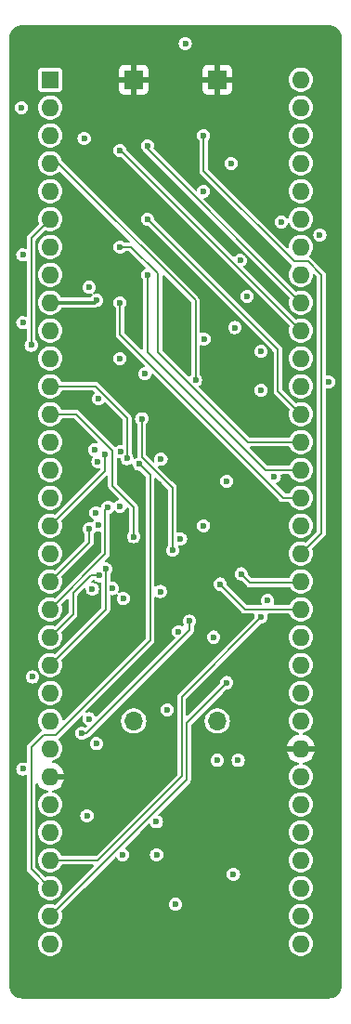
<source format=gbr>
%TF.GenerationSoftware,KiCad,Pcbnew,8.0.8+dfsg-1*%
%TF.CreationDate,2025-05-23T17:59:01+09:00*%
%TF.ProjectId,bionic-tms9900,62696f6e-6963-42d7-946d-73393930302e,1*%
%TF.SameCoordinates,Original*%
%TF.FileFunction,Copper,L2,Inr*%
%TF.FilePolarity,Positive*%
%FSLAX46Y46*%
G04 Gerber Fmt 4.6, Leading zero omitted, Abs format (unit mm)*
G04 Created by KiCad (PCBNEW 8.0.8+dfsg-1) date 2025-05-23 17:59:01*
%MOMM*%
%LPD*%
G01*
G04 APERTURE LIST*
%TA.AperFunction,ComponentPad*%
%ADD10R,1.600000X1.600000*%
%TD*%
%TA.AperFunction,ComponentPad*%
%ADD11O,1.600000X1.600000*%
%TD*%
%TA.AperFunction,ComponentPad*%
%ADD12R,1.700000X1.700000*%
%TD*%
%TA.AperFunction,ComponentPad*%
%ADD13O,1.700000X1.700000*%
%TD*%
%TA.AperFunction,ViaPad*%
%ADD14C,0.600000*%
%TD*%
%TA.AperFunction,Conductor*%
%ADD15C,0.200000*%
%TD*%
%TA.AperFunction,Conductor*%
%ADD16C,0.300000*%
%TD*%
G04 APERTURE END LIST*
D10*
%TO.N,VBB*%
%TO.C,U1*%
X88900000Y-43180000D03*
D11*
%TO.N,VCC*%
X88900000Y-45720000D03*
%TO.N,unconnected-(U1-WAIT-Pad3)*%
X88900000Y-48260000D03*
%TO.N,/Q0*%
X88900000Y-50800000D03*
%TO.N,unconnected-(U1-HOLDA-Pad5)*%
X88900000Y-53340000D03*
%TO.N,/P53*%
X88900000Y-55880000D03*
%TO.N,/P43*%
X88900000Y-58420000D03*
%TO.N,Net-(Q2B-D2)*%
X88900000Y-60960000D03*
%TO.N,Net-(Q2A-D1)*%
X88900000Y-63500000D03*
%TO.N,/A1*%
X88900000Y-66040000D03*
%TO.N,/A2*%
X88900000Y-68580000D03*
%TO.N,/A3*%
X88900000Y-71120000D03*
%TO.N,/A4*%
X88900000Y-73660000D03*
%TO.N,/A5*%
X88900000Y-76200000D03*
%TO.N,/A6*%
X88900000Y-78740000D03*
%TO.N,/A7*%
X88900000Y-81280000D03*
%TO.N,/B0*%
X88900000Y-83820000D03*
%TO.N,/B1*%
X88900000Y-86360000D03*
%TO.N,/B2*%
X88900000Y-88900000D03*
%TO.N,/B3*%
X88900000Y-91440000D03*
%TO.N,/B4*%
X88900000Y-93980000D03*
%TO.N,/B5*%
X88900000Y-96520000D03*
%TO.N,/B6*%
X88900000Y-99060000D03*
%TO.N,/B7*%
X88900000Y-101600000D03*
%TO.N,Net-(Q1B-D2)*%
X88900000Y-104140000D03*
%TO.N,GND*%
X88900000Y-106680000D03*
%TO.N,VDD*%
X88900000Y-109220000D03*
%TO.N,Net-(Q1A-D1)*%
X88900000Y-111760000D03*
%TO.N,/P41*%
X88900000Y-114300000D03*
%TO.N,/A0*%
X88900000Y-116840000D03*
%TO.N,/P44*%
X88900000Y-119380000D03*
%TO.N,/Q1*%
X88900000Y-121920000D03*
%TO.N,/Q4*%
X111760000Y-121920000D03*
%TO.N,/Q5*%
X111760000Y-119380000D03*
%TO.N,/Q6*%
X111760000Y-116840000D03*
%TO.N,/Q7*%
X111760000Y-114300000D03*
%TO.N,unconnected-(U1-NC-Pad37)*%
X111760000Y-111760000D03*
%TO.N,unconnected-(U1-NC-Pad38)*%
X111760000Y-109220000D03*
%TO.N,unconnected-(U1-NC-Pad39)*%
X111760000Y-106680000D03*
%TO.N,GND*%
X111760000Y-104140000D03*
%TO.N,/P27*%
X111760000Y-101600000D03*
%TO.N,/P26*%
X111760000Y-99060000D03*
%TO.N,/P25*%
X111760000Y-96520000D03*
%TO.N,/P24*%
X111760000Y-93980000D03*
%TO.N,/P23*%
X111760000Y-91440000D03*
%TO.N,/P22*%
X111760000Y-88900000D03*
%TO.N,/P21*%
X111760000Y-86360000D03*
%TO.N,/P20*%
X111760000Y-83820000D03*
%TO.N,/P17*%
X111760000Y-81280000D03*
%TO.N,/P16*%
X111760000Y-78740000D03*
%TO.N,/P15*%
X111760000Y-76200000D03*
%TO.N,/P14*%
X111760000Y-73660000D03*
%TO.N,/P13*%
X111760000Y-71120000D03*
%TO.N,/P12*%
X111760000Y-68580000D03*
%TO.N,/P11*%
X111760000Y-66040000D03*
%TO.N,/P10*%
X111760000Y-63500000D03*
%TO.N,unconnected-(U1-NC-Pad57)*%
X111760000Y-60960000D03*
%TO.N,unconnected-(U1-NC-Pad58)*%
X111760000Y-58420000D03*
%TO.N,VCC*%
X111760000Y-55880000D03*
%TO.N,/P45*%
X111760000Y-53340000D03*
%TO.N,/P42*%
X111760000Y-50800000D03*
%TO.N,/P54*%
X111760000Y-48260000D03*
%TO.N,/P40*%
X111760000Y-45720000D03*
%TO.N,/Q3*%
X111760000Y-43180000D03*
%TD*%
D12*
%TO.N,GND*%
%TO.C,J1*%
X96520000Y-43180000D03*
D13*
%TO.N,VCC*%
X96520000Y-101600000D03*
%TD*%
%TO.N,VCC*%
%TO.C,J2*%
X104140000Y-101600000D03*
D12*
%TO.N,GND*%
X104140000Y-43180000D03*
%TD*%
D14*
%TO.N,/P55*%
X103809800Y-93967400D03*
%TO.N,VCC*%
X101219000Y-39878000D03*
X102920800Y-66802000D03*
X98592000Y-110792000D03*
X98602800Y-113792000D03*
X92456000Y-62103000D03*
X97549900Y-69977000D03*
X98958400Y-89814400D03*
X91998800Y-48514000D03*
X105613000Y-115570000D03*
X104139999Y-105206800D03*
X99009200Y-77774800D03*
X92466400Y-101422200D03*
X86283800Y-45718900D03*
%TO.N,GND*%
X100380800Y-65659000D03*
X91440000Y-85217000D03*
X99009200Y-74968200D03*
X86283800Y-43993900D03*
X105090000Y-107338800D03*
X102913900Y-65088600D03*
X98755200Y-85090000D03*
X103886000Y-114427000D03*
X98831400Y-80022800D03*
X103886000Y-115570000D03*
X91948000Y-46736000D03*
X96647000Y-104381400D03*
X101727000Y-122910600D03*
X91948000Y-50292000D03*
X92252800Y-112875400D03*
X86283800Y-40641100D03*
X92456000Y-66802000D03*
X102946200Y-80759400D03*
X97536000Y-112344200D03*
X98958400Y-88088300D03*
%TO.N,VDD*%
X86410800Y-65325000D03*
X86410800Y-105981600D03*
X86410800Y-59135000D03*
X92252800Y-110236000D03*
%TO.N,Net-(U8-IN-)*%
X95504000Y-113792000D03*
%TO.N,/P31*%
X93320200Y-72263000D03*
%TO.N,/P51*%
X99593400Y-100596800D03*
%TO.N,/P15*%
X95275400Y-58420000D03*
%TO.N,/P30*%
X95275400Y-68580000D03*
%TO.N,/P14*%
X97764600Y-55880000D03*
%TO.N,/P52*%
X100330000Y-118313200D03*
%TO.N,/P10*%
X97764600Y-49187200D03*
%TO.N,/P50*%
X100052382Y-86056644D03*
X97248003Y-74066400D03*
X100613735Y-93470135D03*
%TO.N,/P53*%
X87299800Y-97599600D03*
X87172800Y-67373600D03*
%TO.N,/P33*%
X95320200Y-77078362D03*
%TO.N,/P16*%
X97764600Y-60960000D03*
%TO.N,/P32*%
X92956100Y-76892500D03*
%TO.N,/P36*%
X92749315Y-89614786D03*
%TO.N,/P34*%
X95275400Y-82054800D03*
%TO.N,/P17*%
X95275400Y-63500000D03*
%TO.N,/P35*%
X93268800Y-83782000D03*
%TO.N,/P11*%
X95275400Y-49619000D03*
%TO.N,/P37*%
X94569550Y-89547800D03*
%TO.N,/P44*%
X105008800Y-98119000D03*
X105008800Y-79756000D03*
%TO.N,/P47*%
X100786100Y-85001200D03*
%TO.N,/P20*%
X109982000Y-56134000D03*
%TO.N,Net-(J2-P57)*%
X106040001Y-105206800D03*
%TO.N,/P26*%
X106873700Y-62921100D03*
%TO.N,/P41*%
X108134100Y-92146300D03*
X108134100Y-71482400D03*
%TO.N,/P22*%
X105384600Y-50800000D03*
X106322200Y-88214200D03*
%TO.N,/P54*%
X108734100Y-90640000D03*
%TO.N,/P46*%
X102895400Y-83820000D03*
%TO.N,/P25*%
X106227900Y-59645100D03*
%TO.N,/P24*%
X113490700Y-57324300D03*
%TO.N,/P40*%
X108132400Y-67945000D03*
%TO.N,/P42*%
X114274050Y-70713050D03*
%TO.N,/P21*%
X102895400Y-48260000D03*
%TO.N,/P45*%
X109334100Y-79340000D03*
%TO.N,/P23*%
X104408800Y-89141400D03*
X102895400Y-53340000D03*
%TO.N,/P27*%
X105725600Y-65767200D03*
%TO.N,Net-(Q1B-S2)*%
X101586100Y-92519600D03*
X91788598Y-102717600D03*
%TO.N,Net-(Q1A-D1)*%
X93116400Y-103683000D03*
%TO.N,Net-(Q2A-D1)*%
X93133802Y-63296800D03*
%TO.N,/A7*%
X95580200Y-90449400D03*
%TO.N,/A3*%
X95920200Y-77698600D03*
%TO.N,/A0*%
X97029513Y-78210215D03*
%TO.N,/B2*%
X92469200Y-84112200D03*
%TO.N,/A4*%
X96519400Y-84820002D03*
%TO.N,/B3*%
X94183200Y-82140600D03*
%TO.N,/A2*%
X93253000Y-77978000D03*
%TO.N,/B5*%
X93969550Y-87766600D03*
%TO.N,/A5*%
X93069200Y-82644436D03*
%TO.N,/B4*%
X93369550Y-88366600D03*
%TO.N,/Q0*%
X102154400Y-70565600D03*
%TO.N,/B0*%
X93853000Y-77292200D03*
%TD*%
D15*
%TO.N,/P53*%
X87172800Y-67373600D02*
X87172800Y-57607200D01*
X87172800Y-57607200D02*
X88900000Y-55880000D01*
%TO.N,/P15*%
X96304000Y-58420000D02*
X98729800Y-60845800D01*
X98729800Y-67989529D02*
X106940271Y-76200000D01*
X98729800Y-60845800D02*
X98729800Y-67989529D01*
X95275400Y-58420000D02*
X96304000Y-58420000D01*
X106940271Y-76200000D02*
X111760000Y-76200000D01*
%TO.N,/P14*%
X97764600Y-55880000D02*
X97777200Y-55880000D01*
X109677200Y-71575100D02*
X111760000Y-73657900D01*
X111760000Y-73657900D02*
X111760000Y-73660000D01*
X97777200Y-55880000D02*
X109677200Y-67780000D01*
X109677200Y-67780000D02*
X109677200Y-71575100D01*
%TO.N,/P10*%
X111760000Y-63487400D02*
X111760000Y-63500000D01*
X97764600Y-49492000D02*
X111760000Y-63487400D01*
X97764600Y-49187200D02*
X97764600Y-49492000D01*
%TO.N,/P50*%
X100052382Y-86056644D02*
X100052382Y-80384555D01*
X97248003Y-77580176D02*
X97248003Y-74066400D01*
X100052382Y-80384555D02*
X97248003Y-77580176D01*
%TO.N,/P16*%
X97764600Y-60960000D02*
X97764600Y-67967900D01*
X97764600Y-67967900D02*
X108536700Y-78740000D01*
X108536700Y-78740000D02*
X111760000Y-78740000D01*
%TO.N,/P17*%
X110170000Y-81280000D02*
X111760000Y-81280000D01*
X95275400Y-66385400D02*
X110170000Y-81280000D01*
X95275400Y-63500000D02*
X95275400Y-66385400D01*
%TO.N,/P11*%
X95339000Y-49619000D02*
X111760000Y-66040000D01*
X95275400Y-49619000D02*
X95339000Y-49619000D01*
%TO.N,/P44*%
X101346000Y-101781800D02*
X105008800Y-98119000D01*
X88900000Y-119380000D02*
X101346000Y-106934000D01*
X101346000Y-106934000D02*
X101346000Y-101781800D01*
%TO.N,/P41*%
X108134100Y-92146300D02*
X100888800Y-99391600D01*
X100888800Y-106642000D02*
X93230800Y-114300000D01*
X100888800Y-99391600D02*
X100888800Y-106642000D01*
X93230800Y-114300000D02*
X88900000Y-114300000D01*
%TO.N,/P22*%
X107122800Y-89014800D02*
X111645200Y-89014800D01*
X106322200Y-88214200D02*
X107122800Y-89014800D01*
X111645200Y-89014800D02*
X111760000Y-88900000D01*
%TO.N,/P21*%
X111150400Y-59753600D02*
X112445800Y-59753600D01*
X102895400Y-51498600D02*
X111150400Y-59753600D01*
X112445800Y-59753600D02*
X113639600Y-60947400D01*
X113639600Y-84480400D02*
X111760000Y-86360000D01*
X102895400Y-48260000D02*
X102895400Y-51498600D01*
X113639600Y-60947400D02*
X113639600Y-84480400D01*
%TO.N,/P23*%
X104408800Y-89177400D02*
X106671400Y-91440000D01*
X106671400Y-91440000D02*
X111760000Y-91440000D01*
X104408800Y-89141400D02*
X104408800Y-89177400D01*
%TO.N,Net-(Q1B-S2)*%
X101586100Y-93346300D02*
X92214800Y-102717600D01*
X101586100Y-92519600D02*
X101586100Y-93346300D01*
X92214800Y-102717600D02*
X91788598Y-102717600D01*
D16*
%TO.N,Net-(Q2A-D1)*%
X92930602Y-63500000D02*
X88900000Y-63500000D01*
X93133802Y-63296800D02*
X92930602Y-63500000D01*
D15*
%TO.N,/A3*%
X93025729Y-71120000D02*
X95920200Y-74014471D01*
X88900000Y-71120000D02*
X93025729Y-71120000D01*
X95920200Y-74014471D02*
X95920200Y-77698600D01*
%TO.N,/A0*%
X97029513Y-78210215D02*
X98018600Y-79199302D01*
X87172800Y-103962200D02*
X87172800Y-115112800D01*
X98018600Y-79199302D02*
X98018600Y-94259400D01*
X87172800Y-115112800D02*
X88900000Y-116840000D01*
X98018600Y-94259400D02*
X89407900Y-102870100D01*
X89407900Y-102870100D02*
X88264900Y-102870100D01*
X88264900Y-102870100D02*
X87172800Y-103962200D01*
%TO.N,/B2*%
X92469200Y-85330800D02*
X88900000Y-88900000D01*
X92469200Y-84112200D02*
X92469200Y-85330800D01*
%TO.N,/A4*%
X96519400Y-82117600D02*
X94589600Y-80187800D01*
X94589600Y-80187800D02*
X94589600Y-76962000D01*
X91287600Y-73660000D02*
X88900000Y-73660000D01*
X96519400Y-84820002D02*
X96519400Y-82117600D01*
X94589600Y-76962000D02*
X91287600Y-73660000D01*
%TO.N,/B3*%
X93929200Y-86410800D02*
X88900000Y-91440000D01*
X94183200Y-82140600D02*
X93929200Y-82394600D01*
X93929200Y-82394600D02*
X93929200Y-86410800D01*
%TO.N,/B5*%
X93969550Y-91450450D02*
X88900000Y-96520000D01*
X93969550Y-87766600D02*
X93969550Y-91450450D01*
%TO.N,/B4*%
X90982800Y-89979600D02*
X90982800Y-91897200D01*
X93369550Y-88366600D02*
X92595800Y-88366600D01*
X92595800Y-88366600D02*
X90982800Y-89979600D01*
X90982800Y-91897200D02*
X88900000Y-93980000D01*
%TO.N,/Q0*%
X89649200Y-50800000D02*
X88900000Y-50800000D01*
X102158800Y-70561200D02*
X102158800Y-63309600D01*
X102154400Y-70565600D02*
X102158800Y-70561200D01*
X102158800Y-63309600D02*
X89649200Y-50800000D01*
%TO.N,/B0*%
X93853000Y-78867000D02*
X88900000Y-83820000D01*
X93853000Y-77292200D02*
X93853000Y-78867000D01*
%TD*%
%TA.AperFunction,Conductor*%
%TO.N,GND*%
G36*
X99299304Y-61016497D02*
G01*
X101729304Y-63446497D01*
X101757081Y-63501014D01*
X101758300Y-63516501D01*
X101758300Y-70064129D01*
X101739393Y-70122320D01*
X101729304Y-70134133D01*
X101726117Y-70137319D01*
X101672344Y-70207398D01*
X101621919Y-70242053D01*
X101560755Y-70240451D01*
X101523798Y-70217134D01*
X99159296Y-67852632D01*
X99131519Y-67798115D01*
X99130300Y-67782628D01*
X99130300Y-61086501D01*
X99149207Y-61028310D01*
X99198707Y-60992346D01*
X99259893Y-60992346D01*
X99299304Y-61016497D01*
G37*
%TD.AperFunction*%
%TA.AperFunction,Conductor*%
G36*
X114304309Y-38200877D02*
G01*
X114494457Y-38217512D01*
X114511437Y-38220505D01*
X114691635Y-38268789D01*
X114707839Y-38274687D01*
X114876902Y-38353523D01*
X114891842Y-38362149D01*
X115044641Y-38469140D01*
X115057861Y-38480232D01*
X115189767Y-38612138D01*
X115200859Y-38625358D01*
X115307850Y-38778157D01*
X115316478Y-38793101D01*
X115395308Y-38962151D01*
X115401211Y-38978368D01*
X115449492Y-39158555D01*
X115452488Y-39175550D01*
X115469123Y-39365690D01*
X115469500Y-39374318D01*
X115469500Y-125725681D01*
X115469123Y-125734309D01*
X115452488Y-125924449D01*
X115449492Y-125941444D01*
X115401211Y-126121631D01*
X115395308Y-126137848D01*
X115316478Y-126306898D01*
X115307850Y-126321842D01*
X115200859Y-126474641D01*
X115189767Y-126487861D01*
X115057861Y-126619767D01*
X115044641Y-126630859D01*
X114891842Y-126737850D01*
X114876898Y-126746478D01*
X114707848Y-126825308D01*
X114691631Y-126831211D01*
X114511444Y-126879492D01*
X114494449Y-126882488D01*
X114304309Y-126899123D01*
X114295681Y-126899500D01*
X86364319Y-126899500D01*
X86355691Y-126899123D01*
X86165550Y-126882488D01*
X86148555Y-126879492D01*
X85968368Y-126831211D01*
X85952154Y-126825309D01*
X85783100Y-126746477D01*
X85768157Y-126737850D01*
X85615358Y-126630859D01*
X85602138Y-126619767D01*
X85470232Y-126487861D01*
X85459140Y-126474641D01*
X85352149Y-126321842D01*
X85343523Y-126306902D01*
X85264687Y-126137839D01*
X85258788Y-126121631D01*
X85239843Y-126050926D01*
X85210505Y-125941437D01*
X85207512Y-125924457D01*
X85190877Y-125734309D01*
X85190500Y-125725681D01*
X85190500Y-121920000D01*
X87794785Y-121920000D01*
X87813603Y-122123083D01*
X87869418Y-122319250D01*
X87960327Y-122501821D01*
X88083236Y-122664579D01*
X88233959Y-122801981D01*
X88407363Y-122909348D01*
X88597544Y-122983024D01*
X88798024Y-123020500D01*
X89001976Y-123020500D01*
X89202456Y-122983024D01*
X89392637Y-122909348D01*
X89566041Y-122801981D01*
X89716764Y-122664579D01*
X89839673Y-122501821D01*
X89930582Y-122319250D01*
X89986397Y-122123083D01*
X90005215Y-121920000D01*
X110654785Y-121920000D01*
X110673603Y-122123083D01*
X110729418Y-122319250D01*
X110820327Y-122501821D01*
X110943236Y-122664579D01*
X111093959Y-122801981D01*
X111267363Y-122909348D01*
X111457544Y-122983024D01*
X111658024Y-123020500D01*
X111861976Y-123020500D01*
X112062456Y-122983024D01*
X112252637Y-122909348D01*
X112426041Y-122801981D01*
X112576764Y-122664579D01*
X112699673Y-122501821D01*
X112790582Y-122319250D01*
X112846397Y-122123083D01*
X112865215Y-121920000D01*
X112846397Y-121716917D01*
X112790582Y-121520750D01*
X112699673Y-121338179D01*
X112576764Y-121175421D01*
X112426041Y-121038019D01*
X112252637Y-120930652D01*
X112062456Y-120856976D01*
X112062455Y-120856975D01*
X112062453Y-120856975D01*
X111861976Y-120819500D01*
X111658024Y-120819500D01*
X111457546Y-120856975D01*
X111387632Y-120884059D01*
X111267363Y-120930652D01*
X111093959Y-121038019D01*
X110943237Y-121175420D01*
X110820328Y-121338177D01*
X110820323Y-121338186D01*
X110729419Y-121520747D01*
X110729418Y-121520750D01*
X110673603Y-121716917D01*
X110654785Y-121920000D01*
X90005215Y-121920000D01*
X89986397Y-121716917D01*
X89930582Y-121520750D01*
X89839673Y-121338179D01*
X89716764Y-121175421D01*
X89566041Y-121038019D01*
X89392637Y-120930652D01*
X89202456Y-120856976D01*
X89202455Y-120856975D01*
X89202453Y-120856975D01*
X89001976Y-120819500D01*
X88798024Y-120819500D01*
X88597546Y-120856975D01*
X88527632Y-120884059D01*
X88407363Y-120930652D01*
X88233959Y-121038019D01*
X88083237Y-121175420D01*
X87960328Y-121338177D01*
X87960323Y-121338186D01*
X87869419Y-121520747D01*
X87869418Y-121520750D01*
X87813603Y-121716917D01*
X87794785Y-121920000D01*
X85190500Y-121920000D01*
X85190500Y-105981599D01*
X85805118Y-105981599D01*
X85805118Y-105981600D01*
X85825755Y-106138358D01*
X85825757Y-106138366D01*
X85886262Y-106284438D01*
X85886262Y-106284439D01*
X85982513Y-106409876D01*
X85982518Y-106409882D01*
X86107959Y-106506136D01*
X86107960Y-106506136D01*
X86107961Y-106506137D01*
X86186184Y-106538538D01*
X86254038Y-106566644D01*
X86371609Y-106582122D01*
X86410799Y-106587282D01*
X86410800Y-106587282D01*
X86410801Y-106587282D01*
X86442152Y-106583154D01*
X86567562Y-106566644D01*
X86635416Y-106538537D01*
X86696410Y-106533737D01*
X86748580Y-106565706D01*
X86771995Y-106622234D01*
X86772300Y-106630002D01*
X86772300Y-115060073D01*
X86772300Y-115165527D01*
X86776709Y-115181981D01*
X86799594Y-115267392D01*
X86852316Y-115358708D01*
X86852317Y-115358709D01*
X86852318Y-115358710D01*
X86852320Y-115358713D01*
X87366445Y-115872838D01*
X87842663Y-116349056D01*
X87870440Y-116403573D01*
X87867880Y-116446152D01*
X87813603Y-116636915D01*
X87813603Y-116636917D01*
X87794785Y-116840000D01*
X87813603Y-117043083D01*
X87869418Y-117239250D01*
X87960327Y-117421821D01*
X88083236Y-117584579D01*
X88233959Y-117721981D01*
X88407363Y-117829348D01*
X88597544Y-117903024D01*
X88798024Y-117940500D01*
X89001976Y-117940500D01*
X89202456Y-117903024D01*
X89392637Y-117829348D01*
X89566041Y-117721981D01*
X89716764Y-117584579D01*
X89839673Y-117421821D01*
X89930582Y-117239250D01*
X89986397Y-117043083D01*
X90005215Y-116840000D01*
X89986397Y-116636917D01*
X89930582Y-116440750D01*
X89839673Y-116258179D01*
X89716764Y-116095421D01*
X89566041Y-115958019D01*
X89392637Y-115850652D01*
X89202456Y-115776976D01*
X89202455Y-115776975D01*
X89202453Y-115776975D01*
X89001976Y-115739500D01*
X88798024Y-115739500D01*
X88597544Y-115776975D01*
X88517739Y-115807892D01*
X88456648Y-115811282D01*
X88411973Y-115785581D01*
X87602296Y-114975903D01*
X87574519Y-114921386D01*
X87573300Y-114905899D01*
X87573300Y-114300000D01*
X87794785Y-114300000D01*
X87813603Y-114503083D01*
X87869418Y-114699250D01*
X87960327Y-114881821D01*
X88083236Y-115044579D01*
X88233959Y-115181981D01*
X88407363Y-115289348D01*
X88597544Y-115363024D01*
X88798024Y-115400500D01*
X89001976Y-115400500D01*
X89202456Y-115363024D01*
X89392637Y-115289348D01*
X89566041Y-115181981D01*
X89716764Y-115044579D01*
X89839673Y-114881821D01*
X89902637Y-114755371D01*
X89945500Y-114711709D01*
X89991258Y-114700500D01*
X92774099Y-114700500D01*
X92832290Y-114719407D01*
X92868254Y-114768907D01*
X92868254Y-114830093D01*
X92844103Y-114869504D01*
X89388025Y-118325580D01*
X89333508Y-118353357D01*
X89282259Y-118347891D01*
X89202460Y-118316977D01*
X89202447Y-118316974D01*
X89001976Y-118279500D01*
X88798024Y-118279500D01*
X88597546Y-118316975D01*
X88597541Y-118316977D01*
X88407363Y-118390652D01*
X88233959Y-118498019D01*
X88083237Y-118635420D01*
X87960328Y-118798177D01*
X87960323Y-118798186D01*
X87900224Y-118918882D01*
X87869418Y-118980750D01*
X87813603Y-119176917D01*
X87794785Y-119380000D01*
X87813603Y-119583083D01*
X87869418Y-119779250D01*
X87960327Y-119961821D01*
X88083236Y-120124579D01*
X88233959Y-120261981D01*
X88407363Y-120369348D01*
X88597544Y-120443024D01*
X88798024Y-120480500D01*
X89001976Y-120480500D01*
X89202456Y-120443024D01*
X89392637Y-120369348D01*
X89566041Y-120261981D01*
X89716764Y-120124579D01*
X89839673Y-119961821D01*
X89930582Y-119779250D01*
X89986397Y-119583083D01*
X90005215Y-119380000D01*
X110654785Y-119380000D01*
X110673603Y-119583083D01*
X110729418Y-119779250D01*
X110820327Y-119961821D01*
X110943236Y-120124579D01*
X111093959Y-120261981D01*
X111267363Y-120369348D01*
X111457544Y-120443024D01*
X111658024Y-120480500D01*
X111861976Y-120480500D01*
X112062456Y-120443024D01*
X112252637Y-120369348D01*
X112426041Y-120261981D01*
X112576764Y-120124579D01*
X112699673Y-119961821D01*
X112790582Y-119779250D01*
X112846397Y-119583083D01*
X112865215Y-119380000D01*
X112846397Y-119176917D01*
X112790582Y-118980750D01*
X112699673Y-118798179D01*
X112576764Y-118635421D01*
X112426041Y-118498019D01*
X112252637Y-118390652D01*
X112062456Y-118316976D01*
X112062455Y-118316975D01*
X112062453Y-118316975D01*
X111861976Y-118279500D01*
X111658024Y-118279500D01*
X111457546Y-118316975D01*
X111457541Y-118316977D01*
X111267363Y-118390652D01*
X111093959Y-118498019D01*
X110943237Y-118635420D01*
X110820328Y-118798177D01*
X110820323Y-118798186D01*
X110760224Y-118918882D01*
X110729418Y-118980750D01*
X110673603Y-119176917D01*
X110654785Y-119380000D01*
X90005215Y-119380000D01*
X89986397Y-119176917D01*
X89932118Y-118986148D01*
X89934379Y-118925010D01*
X89957333Y-118889058D01*
X90533192Y-118313199D01*
X99724318Y-118313199D01*
X99724318Y-118313200D01*
X99744955Y-118469958D01*
X99744957Y-118469966D01*
X99805462Y-118616038D01*
X99805462Y-118616039D01*
X99901713Y-118741476D01*
X99901718Y-118741482D01*
X100027159Y-118837736D01*
X100173238Y-118898244D01*
X100290809Y-118913722D01*
X100329999Y-118918882D01*
X100330000Y-118918882D01*
X100330001Y-118918882D01*
X100361352Y-118914754D01*
X100486762Y-118898244D01*
X100632841Y-118837736D01*
X100758282Y-118741482D01*
X100854536Y-118616041D01*
X100915044Y-118469962D01*
X100935682Y-118313200D01*
X100915044Y-118156438D01*
X100854537Y-118010361D01*
X100854537Y-118010360D01*
X100758286Y-117884923D01*
X100758285Y-117884922D01*
X100758282Y-117884918D01*
X100758277Y-117884914D01*
X100758276Y-117884913D01*
X100632838Y-117788662D01*
X100486766Y-117728157D01*
X100486758Y-117728155D01*
X100330001Y-117707518D01*
X100329999Y-117707518D01*
X100173241Y-117728155D01*
X100173233Y-117728157D01*
X100027161Y-117788662D01*
X100027160Y-117788662D01*
X99901723Y-117884913D01*
X99901713Y-117884923D01*
X99805462Y-118010360D01*
X99805462Y-118010361D01*
X99744957Y-118156433D01*
X99744955Y-118156441D01*
X99724318Y-118313199D01*
X90533192Y-118313199D01*
X92006391Y-116840000D01*
X110654785Y-116840000D01*
X110673603Y-117043083D01*
X110729418Y-117239250D01*
X110820327Y-117421821D01*
X110943236Y-117584579D01*
X111093959Y-117721981D01*
X111267363Y-117829348D01*
X111457544Y-117903024D01*
X111658024Y-117940500D01*
X111861976Y-117940500D01*
X112062456Y-117903024D01*
X112252637Y-117829348D01*
X112426041Y-117721981D01*
X112576764Y-117584579D01*
X112699673Y-117421821D01*
X112790582Y-117239250D01*
X112846397Y-117043083D01*
X112865215Y-116840000D01*
X112846397Y-116636917D01*
X112790582Y-116440750D01*
X112699673Y-116258179D01*
X112576764Y-116095421D01*
X112426041Y-115958019D01*
X112252637Y-115850652D01*
X112062456Y-115776976D01*
X112062455Y-115776975D01*
X112062453Y-115776975D01*
X111861976Y-115739500D01*
X111658024Y-115739500D01*
X111457546Y-115776975D01*
X111387632Y-115804059D01*
X111267363Y-115850652D01*
X111093959Y-115958019D01*
X110943237Y-116095420D01*
X110820328Y-116258177D01*
X110820323Y-116258186D01*
X110729419Y-116440747D01*
X110729418Y-116440750D01*
X110673603Y-116636917D01*
X110654785Y-116840000D01*
X92006391Y-116840000D01*
X93276392Y-115569999D01*
X105007318Y-115569999D01*
X105007318Y-115570000D01*
X105027955Y-115726758D01*
X105027957Y-115726766D01*
X105088462Y-115872838D01*
X105088462Y-115872839D01*
X105088464Y-115872841D01*
X105184718Y-115998282D01*
X105310159Y-116094536D01*
X105310160Y-116094536D01*
X105310161Y-116094537D01*
X105456233Y-116155042D01*
X105456238Y-116155044D01*
X105573809Y-116170522D01*
X105612999Y-116175682D01*
X105613000Y-116175682D01*
X105613001Y-116175682D01*
X105644352Y-116171554D01*
X105769762Y-116155044D01*
X105915841Y-116094536D01*
X106041282Y-115998282D01*
X106137536Y-115872841D01*
X106198044Y-115726762D01*
X106218682Y-115570000D01*
X106198044Y-115413238D01*
X106137537Y-115267161D01*
X106137537Y-115267160D01*
X106041286Y-115141723D01*
X106041285Y-115141722D01*
X106041282Y-115141718D01*
X106041277Y-115141714D01*
X106041276Y-115141713D01*
X105915838Y-115045462D01*
X105769766Y-114984957D01*
X105769758Y-114984955D01*
X105613001Y-114964318D01*
X105612999Y-114964318D01*
X105456241Y-114984955D01*
X105456233Y-114984957D01*
X105310161Y-115045462D01*
X105310160Y-115045462D01*
X105184723Y-115141713D01*
X105184713Y-115141723D01*
X105088462Y-115267160D01*
X105088462Y-115267161D01*
X105027957Y-115413233D01*
X105027955Y-115413241D01*
X105007318Y-115569999D01*
X93276392Y-115569999D01*
X94807943Y-114038448D01*
X94862458Y-114010673D01*
X94922890Y-114020244D01*
X94966155Y-114063509D01*
X94969408Y-114070567D01*
X94979461Y-114094836D01*
X94979462Y-114094839D01*
X94979464Y-114094841D01*
X95075718Y-114220282D01*
X95201159Y-114316536D01*
X95347238Y-114377044D01*
X95464809Y-114392522D01*
X95503999Y-114397682D01*
X95504000Y-114397682D01*
X95504001Y-114397682D01*
X95535352Y-114393554D01*
X95660762Y-114377044D01*
X95806841Y-114316536D01*
X95932282Y-114220282D01*
X96028536Y-114094841D01*
X96089044Y-113948762D01*
X96109682Y-113792000D01*
X96109682Y-113791999D01*
X97997118Y-113791999D01*
X97997118Y-113792000D01*
X98017755Y-113948758D01*
X98017757Y-113948766D01*
X98078262Y-114094838D01*
X98078262Y-114094839D01*
X98078264Y-114094841D01*
X98174518Y-114220282D01*
X98299959Y-114316536D01*
X98446038Y-114377044D01*
X98563609Y-114392522D01*
X98602799Y-114397682D01*
X98602800Y-114397682D01*
X98602801Y-114397682D01*
X98634152Y-114393554D01*
X98759562Y-114377044D01*
X98905641Y-114316536D01*
X98927191Y-114300000D01*
X110654785Y-114300000D01*
X110673603Y-114503083D01*
X110729418Y-114699250D01*
X110820327Y-114881821D01*
X110943236Y-115044579D01*
X111093959Y-115181981D01*
X111267363Y-115289348D01*
X111457544Y-115363024D01*
X111658024Y-115400500D01*
X111861976Y-115400500D01*
X112062456Y-115363024D01*
X112252637Y-115289348D01*
X112426041Y-115181981D01*
X112576764Y-115044579D01*
X112699673Y-114881821D01*
X112790582Y-114699250D01*
X112846397Y-114503083D01*
X112865215Y-114300000D01*
X112846397Y-114096917D01*
X112790582Y-113900750D01*
X112699673Y-113718179D01*
X112576764Y-113555421D01*
X112426041Y-113418019D01*
X112252637Y-113310652D01*
X112062456Y-113236976D01*
X112062455Y-113236975D01*
X112062453Y-113236975D01*
X111861976Y-113199500D01*
X111658024Y-113199500D01*
X111457546Y-113236975D01*
X111387632Y-113264059D01*
X111267363Y-113310652D01*
X111093959Y-113418019D01*
X110943237Y-113555420D01*
X110820328Y-113718177D01*
X110820323Y-113718186D01*
X110730647Y-113898281D01*
X110729418Y-113900750D01*
X110673603Y-114096917D01*
X110654785Y-114300000D01*
X98927191Y-114300000D01*
X99031082Y-114220282D01*
X99127336Y-114094841D01*
X99187844Y-113948762D01*
X99208482Y-113792000D01*
X99187844Y-113635238D01*
X99127337Y-113489161D01*
X99127337Y-113489160D01*
X99031086Y-113363723D01*
X99031085Y-113363722D01*
X99031082Y-113363718D01*
X99031077Y-113363714D01*
X99031076Y-113363713D01*
X98905638Y-113267462D01*
X98759566Y-113206957D01*
X98759558Y-113206955D01*
X98602801Y-113186318D01*
X98602799Y-113186318D01*
X98446041Y-113206955D01*
X98446033Y-113206957D01*
X98299961Y-113267462D01*
X98299960Y-113267462D01*
X98174523Y-113363713D01*
X98174513Y-113363723D01*
X98078262Y-113489160D01*
X98078262Y-113489161D01*
X98017757Y-113635233D01*
X98017755Y-113635241D01*
X97997118Y-113791999D01*
X96109682Y-113791999D01*
X96089044Y-113635238D01*
X96028537Y-113489161D01*
X96028537Y-113489160D01*
X95932286Y-113363723D01*
X95932285Y-113363722D01*
X95932282Y-113363718D01*
X95932277Y-113363714D01*
X95932276Y-113363713D01*
X95806839Y-113267462D01*
X95806836Y-113267461D01*
X95782567Y-113257408D01*
X95736042Y-113217671D01*
X95721759Y-113158176D01*
X95745175Y-113101648D01*
X95750437Y-113095954D01*
X97086391Y-111760000D01*
X110654785Y-111760000D01*
X110673603Y-111963083D01*
X110729418Y-112159250D01*
X110820327Y-112341821D01*
X110943236Y-112504579D01*
X111093959Y-112641981D01*
X111267363Y-112749348D01*
X111457544Y-112823024D01*
X111658024Y-112860500D01*
X111861976Y-112860500D01*
X112062456Y-112823024D01*
X112252637Y-112749348D01*
X112426041Y-112641981D01*
X112576764Y-112504579D01*
X112699673Y-112341821D01*
X112790582Y-112159250D01*
X112846397Y-111963083D01*
X112865215Y-111760000D01*
X112846397Y-111556917D01*
X112790582Y-111360750D01*
X112699673Y-111178179D01*
X112576764Y-111015421D01*
X112426041Y-110878019D01*
X112252637Y-110770652D01*
X112062456Y-110696976D01*
X112062455Y-110696975D01*
X112062453Y-110696975D01*
X111861976Y-110659500D01*
X111658024Y-110659500D01*
X111457546Y-110696975D01*
X111387632Y-110724059D01*
X111267363Y-110770652D01*
X111135731Y-110852155D01*
X111093959Y-110878019D01*
X110943237Y-111015420D01*
X110820328Y-111178177D01*
X110820323Y-111178186D01*
X110751433Y-111316537D01*
X110729418Y-111360750D01*
X110673603Y-111556917D01*
X110654785Y-111760000D01*
X97086391Y-111760000D01*
X97870169Y-110976222D01*
X97924684Y-110948447D01*
X97985116Y-110958018D01*
X98028381Y-111001283D01*
X98031635Y-111008343D01*
X98067462Y-111094838D01*
X98067462Y-111094839D01*
X98163713Y-111220276D01*
X98163718Y-111220282D01*
X98289159Y-111316536D01*
X98289160Y-111316536D01*
X98289161Y-111316537D01*
X98395901Y-111360750D01*
X98435238Y-111377044D01*
X98552809Y-111392522D01*
X98591999Y-111397682D01*
X98592000Y-111397682D01*
X98592001Y-111397682D01*
X98623352Y-111393554D01*
X98748762Y-111377044D01*
X98894841Y-111316536D01*
X99020282Y-111220282D01*
X99116536Y-111094841D01*
X99177044Y-110948762D01*
X99197682Y-110792000D01*
X99194871Y-110770652D01*
X99180868Y-110664286D01*
X99177044Y-110635238D01*
X99116537Y-110489161D01*
X99116537Y-110489160D01*
X99020286Y-110363723D01*
X99020285Y-110363722D01*
X99020282Y-110363718D01*
X99020277Y-110363714D01*
X99020276Y-110363713D01*
X98894838Y-110267462D01*
X98808343Y-110231635D01*
X98761817Y-110191899D01*
X98747533Y-110132404D01*
X98770948Y-110075876D01*
X98776211Y-110070180D01*
X99626392Y-109220000D01*
X110654785Y-109220000D01*
X110673603Y-109423083D01*
X110729418Y-109619250D01*
X110820327Y-109801821D01*
X110943236Y-109964579D01*
X111093959Y-110101981D01*
X111267363Y-110209348D01*
X111457544Y-110283024D01*
X111658024Y-110320500D01*
X111861976Y-110320500D01*
X112062456Y-110283024D01*
X112252637Y-110209348D01*
X112426041Y-110101981D01*
X112576764Y-109964579D01*
X112699673Y-109801821D01*
X112790582Y-109619250D01*
X112846397Y-109423083D01*
X112865215Y-109220000D01*
X112846397Y-109016917D01*
X112790582Y-108820750D01*
X112699673Y-108638179D01*
X112576764Y-108475421D01*
X112426041Y-108338019D01*
X112252637Y-108230652D01*
X112062456Y-108156976D01*
X112062455Y-108156975D01*
X112062453Y-108156975D01*
X111861976Y-108119500D01*
X111658024Y-108119500D01*
X111457546Y-108156975D01*
X111387632Y-108184059D01*
X111267363Y-108230652D01*
X111093959Y-108338019D01*
X110943237Y-108475420D01*
X110820328Y-108638177D01*
X110820323Y-108638186D01*
X110729419Y-108820747D01*
X110729418Y-108820750D01*
X110673603Y-109016917D01*
X110654785Y-109220000D01*
X99626392Y-109220000D01*
X101666480Y-107179913D01*
X101666483Y-107179908D01*
X101719205Y-107088592D01*
X101719205Y-107088590D01*
X101719207Y-107088588D01*
X101746500Y-106986727D01*
X101746500Y-106881273D01*
X101746500Y-105206799D01*
X103534317Y-105206799D01*
X103534317Y-105206800D01*
X103554954Y-105363558D01*
X103554956Y-105363566D01*
X103615461Y-105509638D01*
X103615461Y-105509639D01*
X103711712Y-105635076D01*
X103711717Y-105635082D01*
X103837158Y-105731336D01*
X103983237Y-105791844D01*
X104100808Y-105807322D01*
X104139998Y-105812482D01*
X104139999Y-105812482D01*
X104140000Y-105812482D01*
X104171351Y-105808354D01*
X104296761Y-105791844D01*
X104442840Y-105731336D01*
X104568281Y-105635082D01*
X104664535Y-105509641D01*
X104725043Y-105363562D01*
X104745681Y-105206800D01*
X104745681Y-105206799D01*
X105434319Y-105206799D01*
X105434319Y-105206800D01*
X105454956Y-105363558D01*
X105454958Y-105363566D01*
X105515463Y-105509638D01*
X105515463Y-105509639D01*
X105611714Y-105635076D01*
X105611719Y-105635082D01*
X105737160Y-105731336D01*
X105883239Y-105791844D01*
X106000810Y-105807322D01*
X106040000Y-105812482D01*
X106040001Y-105812482D01*
X106040002Y-105812482D01*
X106071353Y-105808354D01*
X106196763Y-105791844D01*
X106342842Y-105731336D01*
X106468283Y-105635082D01*
X106564537Y-105509641D01*
X106625045Y-105363562D01*
X106645683Y-105206800D01*
X106625045Y-105050038D01*
X106564538Y-104903961D01*
X106564538Y-104903960D01*
X106468287Y-104778523D01*
X106468286Y-104778522D01*
X106468283Y-104778518D01*
X106468278Y-104778514D01*
X106468277Y-104778513D01*
X106342839Y-104682262D01*
X106196767Y-104621757D01*
X106196759Y-104621755D01*
X106040002Y-104601118D01*
X106040000Y-104601118D01*
X105883242Y-104621755D01*
X105883234Y-104621757D01*
X105737162Y-104682262D01*
X105737161Y-104682262D01*
X105611724Y-104778513D01*
X105611714Y-104778523D01*
X105515463Y-104903960D01*
X105515463Y-104903961D01*
X105454958Y-105050033D01*
X105454956Y-105050041D01*
X105434319Y-105206799D01*
X104745681Y-105206799D01*
X104725043Y-105050038D01*
X104664536Y-104903961D01*
X104664536Y-104903960D01*
X104568285Y-104778523D01*
X104568284Y-104778522D01*
X104568281Y-104778518D01*
X104568276Y-104778514D01*
X104568275Y-104778513D01*
X104442837Y-104682262D01*
X104296765Y-104621757D01*
X104296757Y-104621755D01*
X104140000Y-104601118D01*
X104139998Y-104601118D01*
X103983240Y-104621755D01*
X103983232Y-104621757D01*
X103837160Y-104682262D01*
X103837159Y-104682262D01*
X103711722Y-104778513D01*
X103711712Y-104778523D01*
X103615461Y-104903960D01*
X103615461Y-104903961D01*
X103554956Y-105050033D01*
X103554954Y-105050041D01*
X103534317Y-105206799D01*
X101746500Y-105206799D01*
X101746500Y-103890000D01*
X110481128Y-103890000D01*
X111444314Y-103890000D01*
X111439920Y-103894394D01*
X111387259Y-103985606D01*
X111360000Y-104087339D01*
X111360000Y-104192661D01*
X111387259Y-104294394D01*
X111439920Y-104385606D01*
X111444314Y-104390000D01*
X110481128Y-104390000D01*
X110533733Y-104586323D01*
X110629865Y-104792481D01*
X110760334Y-104978811D01*
X110921188Y-105139665D01*
X111107518Y-105270134D01*
X111313675Y-105366266D01*
X111502848Y-105416955D01*
X111554162Y-105450279D01*
X111576089Y-105507401D01*
X111560254Y-105566501D01*
X111512704Y-105605006D01*
X111495417Y-105609896D01*
X111457545Y-105616975D01*
X111341040Y-105662109D01*
X111267363Y-105690652D01*
X111103935Y-105791842D01*
X111093959Y-105798019D01*
X110943237Y-105935420D01*
X110820328Y-106098177D01*
X110820323Y-106098186D01*
X110729791Y-106280000D01*
X110729418Y-106280750D01*
X110673603Y-106476917D01*
X110654785Y-106680000D01*
X110673603Y-106883083D01*
X110729418Y-107079250D01*
X110820327Y-107261821D01*
X110943236Y-107424579D01*
X111093959Y-107561981D01*
X111267363Y-107669348D01*
X111457544Y-107743024D01*
X111658024Y-107780500D01*
X111861976Y-107780500D01*
X112062456Y-107743024D01*
X112252637Y-107669348D01*
X112426041Y-107561981D01*
X112576764Y-107424579D01*
X112699673Y-107261821D01*
X112790582Y-107079250D01*
X112846397Y-106883083D01*
X112865215Y-106680000D01*
X112846397Y-106476917D01*
X112790582Y-106280750D01*
X112699673Y-106098179D01*
X112576764Y-105935421D01*
X112426041Y-105798019D01*
X112252637Y-105690652D01*
X112105283Y-105633567D01*
X112062454Y-105616975D01*
X112024582Y-105609896D01*
X111970857Y-105580618D01*
X111944601Y-105525352D01*
X111955844Y-105465209D01*
X112000292Y-105423160D01*
X112017151Y-105416955D01*
X112206324Y-105366266D01*
X112412481Y-105270134D01*
X112598811Y-105139665D01*
X112759665Y-104978811D01*
X112890134Y-104792481D01*
X112986266Y-104586323D01*
X113038872Y-104390000D01*
X112075686Y-104390000D01*
X112080080Y-104385606D01*
X112132741Y-104294394D01*
X112160000Y-104192661D01*
X112160000Y-104087339D01*
X112132741Y-103985606D01*
X112080080Y-103894394D01*
X112075686Y-103890000D01*
X113038872Y-103890000D01*
X112986266Y-103693676D01*
X112890134Y-103487518D01*
X112759665Y-103301188D01*
X112598811Y-103140334D01*
X112412481Y-103009865D01*
X112206323Y-102913733D01*
X112017151Y-102863044D01*
X111965836Y-102829720D01*
X111943910Y-102772598D01*
X111959746Y-102713498D01*
X112007296Y-102674992D01*
X112024568Y-102670106D01*
X112062456Y-102663024D01*
X112252637Y-102589348D01*
X112426041Y-102481981D01*
X112576764Y-102344579D01*
X112699673Y-102181821D01*
X112790582Y-101999250D01*
X112846397Y-101803083D01*
X112865215Y-101600000D01*
X112846397Y-101396917D01*
X112790582Y-101200750D01*
X112699673Y-101018179D01*
X112576764Y-100855421D01*
X112426041Y-100718019D01*
X112252637Y-100610652D01*
X112062456Y-100536976D01*
X112062455Y-100536975D01*
X112062453Y-100536975D01*
X111861976Y-100499500D01*
X111658024Y-100499500D01*
X111457546Y-100536975D01*
X111387632Y-100564059D01*
X111267363Y-100610652D01*
X111158676Y-100677948D01*
X111093959Y-100718019D01*
X110943237Y-100855420D01*
X110820328Y-101018177D01*
X110820323Y-101018186D01*
X110729419Y-101200747D01*
X110729418Y-101200750D01*
X110673603Y-101396917D01*
X110654785Y-101600000D01*
X110673603Y-101803083D01*
X110729418Y-101999250D01*
X110820327Y-102181821D01*
X110943236Y-102344579D01*
X111093959Y-102481981D01*
X111267363Y-102589348D01*
X111457544Y-102663024D01*
X111495418Y-102670103D01*
X111549141Y-102699380D01*
X111575398Y-102754645D01*
X111564156Y-102814789D01*
X111519709Y-102856838D01*
X111502848Y-102863044D01*
X111313676Y-102913733D01*
X111107518Y-103009865D01*
X110921188Y-103140334D01*
X110760334Y-103301188D01*
X110629865Y-103487518D01*
X110533733Y-103693676D01*
X110481128Y-103890000D01*
X101746500Y-103890000D01*
X101746500Y-101988700D01*
X101765407Y-101930509D01*
X101775490Y-101918702D01*
X102094192Y-101600000D01*
X102984571Y-101600000D01*
X102996157Y-101725041D01*
X103004244Y-101812310D01*
X103062595Y-102017389D01*
X103157634Y-102208255D01*
X103286128Y-102378407D01*
X103326004Y-102414759D01*
X103443692Y-102522047D01*
X103443699Y-102522053D01*
X103506331Y-102560833D01*
X103624981Y-102634298D01*
X103823802Y-102711321D01*
X104033390Y-102750500D01*
X104246610Y-102750500D01*
X104456198Y-102711321D01*
X104655019Y-102634298D01*
X104836302Y-102522052D01*
X104993872Y-102378407D01*
X105122366Y-102208255D01*
X105217405Y-102017389D01*
X105275756Y-101812310D01*
X105295429Y-101600000D01*
X105275756Y-101387690D01*
X105217405Y-101182611D01*
X105122366Y-100991745D01*
X104993872Y-100821593D01*
X104939623Y-100772139D01*
X104836307Y-100677952D01*
X104836300Y-100677946D01*
X104655024Y-100565705D01*
X104655019Y-100565702D01*
X104456195Y-100488678D01*
X104246610Y-100449500D01*
X104033390Y-100449500D01*
X103823804Y-100488678D01*
X103624980Y-100565702D01*
X103624975Y-100565705D01*
X103443699Y-100677946D01*
X103443692Y-100677952D01*
X103286135Y-100821586D01*
X103286131Y-100821589D01*
X103286128Y-100821593D01*
X103286125Y-100821597D01*
X103157635Y-100991743D01*
X103157630Y-100991752D01*
X103062596Y-101182608D01*
X103062595Y-101182611D01*
X103057435Y-101200747D01*
X103004244Y-101387688D01*
X102984571Y-101600000D01*
X102094192Y-101600000D01*
X104634191Y-99060000D01*
X110654785Y-99060000D01*
X110673603Y-99263083D01*
X110729418Y-99459250D01*
X110820327Y-99641821D01*
X110943236Y-99804579D01*
X111093959Y-99941981D01*
X111267363Y-100049348D01*
X111457544Y-100123024D01*
X111658024Y-100160500D01*
X111861976Y-100160500D01*
X112062456Y-100123024D01*
X112252637Y-100049348D01*
X112426041Y-99941981D01*
X112576764Y-99804579D01*
X112699673Y-99641821D01*
X112790582Y-99459250D01*
X112846397Y-99263083D01*
X112865215Y-99060000D01*
X112846397Y-98856917D01*
X112790582Y-98660750D01*
X112699673Y-98478179D01*
X112576764Y-98315421D01*
X112426041Y-98178019D01*
X112252637Y-98070652D01*
X112062456Y-97996976D01*
X112062455Y-97996975D01*
X112062453Y-97996975D01*
X111861976Y-97959500D01*
X111658024Y-97959500D01*
X111457546Y-97996975D01*
X111387632Y-98024059D01*
X111267363Y-98070652D01*
X111133207Y-98153718D01*
X111093959Y-98178019D01*
X110943237Y-98315420D01*
X110820328Y-98478177D01*
X110820323Y-98478186D01*
X110737989Y-98643537D01*
X110729418Y-98660750D01*
X110673603Y-98856917D01*
X110654785Y-99060000D01*
X104634191Y-99060000D01*
X104940514Y-98753677D01*
X104995031Y-98725901D01*
X105006247Y-98725018D01*
X105008799Y-98724681D01*
X105008800Y-98724682D01*
X105165562Y-98704044D01*
X105311641Y-98643536D01*
X105437082Y-98547282D01*
X105533336Y-98421841D01*
X105593844Y-98275762D01*
X105614482Y-98119000D01*
X105593844Y-97962238D01*
X105569075Y-97902441D01*
X105533337Y-97816161D01*
X105533337Y-97816160D01*
X105437086Y-97690723D01*
X105437085Y-97690722D01*
X105437082Y-97690718D01*
X105437077Y-97690714D01*
X105437076Y-97690713D01*
X105311638Y-97594462D01*
X105165566Y-97533957D01*
X105165558Y-97533955D01*
X105008801Y-97513318D01*
X105008799Y-97513318D01*
X104852041Y-97533955D01*
X104852033Y-97533957D01*
X104705961Y-97594462D01*
X104705960Y-97594462D01*
X104580523Y-97690713D01*
X104580513Y-97690723D01*
X104484262Y-97816160D01*
X104484262Y-97816161D01*
X104423757Y-97962233D01*
X104423755Y-97962241D01*
X104402271Y-98125433D01*
X104400542Y-98125205D01*
X104384211Y-98175471D01*
X104374122Y-98187284D01*
X101458304Y-101103102D01*
X101403787Y-101130879D01*
X101343355Y-101121308D01*
X101300090Y-101078043D01*
X101289300Y-101033098D01*
X101289300Y-99598499D01*
X101308207Y-99540308D01*
X101318290Y-99528501D01*
X104326790Y-96520000D01*
X110654785Y-96520000D01*
X110673603Y-96723083D01*
X110729418Y-96919250D01*
X110820327Y-97101821D01*
X110943236Y-97264579D01*
X111093959Y-97401981D01*
X111267363Y-97509348D01*
X111457544Y-97583024D01*
X111658024Y-97620500D01*
X111861976Y-97620500D01*
X112062456Y-97583024D01*
X112252637Y-97509348D01*
X112426041Y-97401981D01*
X112576764Y-97264579D01*
X112699673Y-97101821D01*
X112790582Y-96919250D01*
X112846397Y-96723083D01*
X112865215Y-96520000D01*
X112846397Y-96316917D01*
X112790582Y-96120750D01*
X112699673Y-95938179D01*
X112576764Y-95775421D01*
X112426041Y-95638019D01*
X112252637Y-95530652D01*
X112062456Y-95456976D01*
X112062455Y-95456975D01*
X112062453Y-95456975D01*
X111861976Y-95419500D01*
X111658024Y-95419500D01*
X111457546Y-95456975D01*
X111457541Y-95456977D01*
X111267363Y-95530652D01*
X111093959Y-95638019D01*
X110943237Y-95775420D01*
X110820328Y-95938177D01*
X110820323Y-95938186D01*
X110757173Y-96065010D01*
X110729418Y-96120750D01*
X110673603Y-96316917D01*
X110654785Y-96520000D01*
X104326790Y-96520000D01*
X106866790Y-93980000D01*
X110654785Y-93980000D01*
X110673603Y-94183083D01*
X110729418Y-94379250D01*
X110820327Y-94561821D01*
X110943236Y-94724579D01*
X111093959Y-94861981D01*
X111267363Y-94969348D01*
X111457544Y-95043024D01*
X111658024Y-95080500D01*
X111861976Y-95080500D01*
X112062456Y-95043024D01*
X112252637Y-94969348D01*
X112426041Y-94861981D01*
X112576764Y-94724579D01*
X112699673Y-94561821D01*
X112790582Y-94379250D01*
X112846397Y-94183083D01*
X112865215Y-93980000D01*
X112846397Y-93776917D01*
X112790582Y-93580750D01*
X112699673Y-93398179D01*
X112576764Y-93235421D01*
X112426041Y-93098019D01*
X112252637Y-92990652D01*
X112062456Y-92916976D01*
X112062455Y-92916975D01*
X112062453Y-92916975D01*
X111861976Y-92879500D01*
X111658024Y-92879500D01*
X111457546Y-92916975D01*
X111457541Y-92916977D01*
X111267363Y-92990652D01*
X111093959Y-93098019D01*
X110943237Y-93235420D01*
X110820328Y-93398177D01*
X110820323Y-93398186D01*
X110729419Y-93580747D01*
X110729418Y-93580750D01*
X110673603Y-93776917D01*
X110654785Y-93980000D01*
X106866790Y-93980000D01*
X108065813Y-92780977D01*
X108120330Y-92753201D01*
X108131548Y-92752317D01*
X108134096Y-92751981D01*
X108134100Y-92751982D01*
X108290862Y-92731344D01*
X108436941Y-92670836D01*
X108562382Y-92574582D01*
X108658636Y-92449141D01*
X108719144Y-92303062D01*
X108739782Y-92146300D01*
X108739362Y-92143113D01*
X108732544Y-92091323D01*
X108719144Y-91989538D01*
X108714109Y-91977384D01*
X108709309Y-91916390D01*
X108741278Y-91864221D01*
X108797805Y-91840805D01*
X108805574Y-91840500D01*
X110668742Y-91840500D01*
X110726933Y-91859407D01*
X110757362Y-91895371D01*
X110820327Y-92021821D01*
X110943236Y-92184579D01*
X111093959Y-92321981D01*
X111267363Y-92429348D01*
X111457544Y-92503024D01*
X111658024Y-92540500D01*
X111861976Y-92540500D01*
X112062456Y-92503024D01*
X112252637Y-92429348D01*
X112426041Y-92321981D01*
X112576764Y-92184579D01*
X112699673Y-92021821D01*
X112790582Y-91839250D01*
X112846397Y-91643083D01*
X112865215Y-91440000D01*
X112846397Y-91236917D01*
X112790582Y-91040750D01*
X112699673Y-90858179D01*
X112576764Y-90695421D01*
X112426041Y-90558019D01*
X112252637Y-90450652D01*
X112062456Y-90376976D01*
X112062455Y-90376975D01*
X112062453Y-90376975D01*
X111861976Y-90339500D01*
X111658024Y-90339500D01*
X111457546Y-90376975D01*
X111457541Y-90376977D01*
X111267363Y-90450652D01*
X111158342Y-90518155D01*
X111093959Y-90558019D01*
X110943237Y-90695420D01*
X110820328Y-90858177D01*
X110820323Y-90858186D01*
X110757363Y-90984628D01*
X110714500Y-91028291D01*
X110668742Y-91039500D01*
X109366763Y-91039500D01*
X109308572Y-91020593D01*
X109272608Y-90971093D01*
X109272608Y-90909907D01*
X109275299Y-90902615D01*
X109319142Y-90796767D01*
X109319142Y-90796766D01*
X109319144Y-90796762D01*
X109339782Y-90640000D01*
X109319144Y-90483238D01*
X109311722Y-90465319D01*
X109258637Y-90337161D01*
X109258637Y-90337160D01*
X109162386Y-90211723D01*
X109162385Y-90211722D01*
X109162382Y-90211718D01*
X109162377Y-90211714D01*
X109162376Y-90211713D01*
X109086487Y-90153482D01*
X109036941Y-90115464D01*
X109036940Y-90115463D01*
X109036938Y-90115462D01*
X108890866Y-90054957D01*
X108890858Y-90054955D01*
X108734101Y-90034318D01*
X108734099Y-90034318D01*
X108577341Y-90054955D01*
X108577333Y-90054957D01*
X108431261Y-90115462D01*
X108431260Y-90115462D01*
X108305823Y-90211713D01*
X108305813Y-90211723D01*
X108209562Y-90337160D01*
X108209562Y-90337161D01*
X108149057Y-90483233D01*
X108149055Y-90483241D01*
X108128418Y-90639999D01*
X108128418Y-90640000D01*
X108149055Y-90796758D01*
X108149057Y-90796767D01*
X108192901Y-90902615D01*
X108197702Y-90963611D01*
X108165732Y-91015780D01*
X108109204Y-91039195D01*
X108101437Y-91039500D01*
X106878300Y-91039500D01*
X106820109Y-91020593D01*
X106808296Y-91010504D01*
X105040244Y-89242451D01*
X105012467Y-89187934D01*
X105012095Y-89159529D01*
X105014482Y-89141400D01*
X104993844Y-88984638D01*
X104981007Y-88953647D01*
X104933337Y-88838561D01*
X104933337Y-88838560D01*
X104837086Y-88713123D01*
X104837085Y-88713122D01*
X104837082Y-88713118D01*
X104837077Y-88713114D01*
X104837076Y-88713113D01*
X104711638Y-88616862D01*
X104565566Y-88556357D01*
X104565558Y-88556355D01*
X104408801Y-88535718D01*
X104408799Y-88535718D01*
X104252041Y-88556355D01*
X104252033Y-88556357D01*
X104105961Y-88616862D01*
X104105960Y-88616862D01*
X103980523Y-88713113D01*
X103980513Y-88713123D01*
X103884262Y-88838560D01*
X103884262Y-88838561D01*
X103823757Y-88984633D01*
X103823755Y-88984641D01*
X103803118Y-89141399D01*
X103803118Y-89141400D01*
X103823755Y-89298158D01*
X103823757Y-89298166D01*
X103884262Y-89444238D01*
X103884262Y-89444239D01*
X103963727Y-89547800D01*
X103980518Y-89569682D01*
X103980522Y-89569685D01*
X103980523Y-89569686D01*
X104009882Y-89592213D01*
X104105959Y-89665936D01*
X104105960Y-89665936D01*
X104105961Y-89665937D01*
X104252033Y-89726442D01*
X104252038Y-89726444D01*
X104379268Y-89743194D01*
X104434492Y-89769533D01*
X104436349Y-89771342D01*
X106350918Y-91685910D01*
X106350920Y-91685913D01*
X106425487Y-91760480D01*
X106425489Y-91760481D01*
X106497968Y-91802328D01*
X106497977Y-91802331D01*
X106497979Y-91802333D01*
X106516813Y-91813207D01*
X106618670Y-91840500D01*
X106618672Y-91840501D01*
X106618673Y-91840501D01*
X106730190Y-91840501D01*
X106730206Y-91840500D01*
X107462626Y-91840500D01*
X107520817Y-91859407D01*
X107556781Y-91908907D01*
X107556781Y-91970093D01*
X107554097Y-91977367D01*
X107549056Y-91989538D01*
X107549056Y-91989539D01*
X107549055Y-91989541D01*
X107527571Y-92152733D01*
X107525843Y-92152505D01*
X107509511Y-92202772D01*
X107499422Y-92214585D01*
X100568316Y-99145691D01*
X100515594Y-99237008D01*
X100515593Y-99237010D01*
X100508273Y-99264326D01*
X100508274Y-99264327D01*
X100488300Y-99338873D01*
X100488300Y-106435099D01*
X100469393Y-106493290D01*
X100459304Y-106505103D01*
X93093903Y-113870504D01*
X93039386Y-113898281D01*
X93023899Y-113899500D01*
X89991258Y-113899500D01*
X89933067Y-113880593D01*
X89902637Y-113844628D01*
X89839676Y-113718186D01*
X89839673Y-113718179D01*
X89716764Y-113555421D01*
X89566041Y-113418019D01*
X89392637Y-113310652D01*
X89202456Y-113236976D01*
X89202455Y-113236975D01*
X89202453Y-113236975D01*
X89001976Y-113199500D01*
X88798024Y-113199500D01*
X88597546Y-113236975D01*
X88527632Y-113264059D01*
X88407363Y-113310652D01*
X88233959Y-113418019D01*
X88083237Y-113555420D01*
X87960328Y-113718177D01*
X87960323Y-113718186D01*
X87870647Y-113898281D01*
X87869418Y-113900750D01*
X87813603Y-114096917D01*
X87794785Y-114300000D01*
X87573300Y-114300000D01*
X87573300Y-111760000D01*
X87794785Y-111760000D01*
X87813603Y-111963083D01*
X87869418Y-112159250D01*
X87960327Y-112341821D01*
X88083236Y-112504579D01*
X88233959Y-112641981D01*
X88407363Y-112749348D01*
X88597544Y-112823024D01*
X88798024Y-112860500D01*
X89001976Y-112860500D01*
X89202456Y-112823024D01*
X89392637Y-112749348D01*
X89566041Y-112641981D01*
X89716764Y-112504579D01*
X89839673Y-112341821D01*
X89930582Y-112159250D01*
X89986397Y-111963083D01*
X90005215Y-111760000D01*
X89986397Y-111556917D01*
X89930582Y-111360750D01*
X89839673Y-111178179D01*
X89716764Y-111015421D01*
X89566041Y-110878019D01*
X89392637Y-110770652D01*
X89202456Y-110696976D01*
X89202455Y-110696975D01*
X89202453Y-110696975D01*
X89001976Y-110659500D01*
X88798024Y-110659500D01*
X88597546Y-110696975D01*
X88527632Y-110724059D01*
X88407363Y-110770652D01*
X88275731Y-110852155D01*
X88233959Y-110878019D01*
X88083237Y-111015420D01*
X87960328Y-111178177D01*
X87960323Y-111178186D01*
X87891433Y-111316537D01*
X87869418Y-111360750D01*
X87813603Y-111556917D01*
X87794785Y-111760000D01*
X87573300Y-111760000D01*
X87573300Y-107357506D01*
X87592207Y-107299315D01*
X87641707Y-107263351D01*
X87702893Y-107263351D01*
X87752393Y-107299315D01*
X87762025Y-107315668D01*
X87769863Y-107332478D01*
X87769864Y-107332480D01*
X87900334Y-107518811D01*
X88061188Y-107679665D01*
X88247518Y-107810134D01*
X88453675Y-107906266D01*
X88642848Y-107956955D01*
X88694162Y-107990279D01*
X88716089Y-108047401D01*
X88700254Y-108106501D01*
X88652704Y-108145006D01*
X88635417Y-108149896D01*
X88597545Y-108156975D01*
X88481040Y-108202109D01*
X88407363Y-108230652D01*
X88233959Y-108338019D01*
X88083237Y-108475420D01*
X87960328Y-108638177D01*
X87960323Y-108638186D01*
X87869419Y-108820747D01*
X87869418Y-108820750D01*
X87813603Y-109016917D01*
X87794785Y-109220000D01*
X87813603Y-109423083D01*
X87869418Y-109619250D01*
X87960327Y-109801821D01*
X88083236Y-109964579D01*
X88233959Y-110101981D01*
X88407363Y-110209348D01*
X88597544Y-110283024D01*
X88798024Y-110320500D01*
X89001976Y-110320500D01*
X89202456Y-110283024D01*
X89323842Y-110235999D01*
X91647118Y-110235999D01*
X91647118Y-110236000D01*
X91667755Y-110392758D01*
X91667757Y-110392766D01*
X91728262Y-110538838D01*
X91728262Y-110538839D01*
X91824513Y-110664276D01*
X91824518Y-110664282D01*
X91949959Y-110760536D01*
X91949960Y-110760536D01*
X91949961Y-110760537D01*
X92096033Y-110821042D01*
X92096038Y-110821044D01*
X92213609Y-110836522D01*
X92252799Y-110841682D01*
X92252800Y-110841682D01*
X92252801Y-110841682D01*
X92284152Y-110837554D01*
X92409562Y-110821044D01*
X92555641Y-110760536D01*
X92681082Y-110664282D01*
X92777336Y-110538841D01*
X92837844Y-110392762D01*
X92858482Y-110236000D01*
X92837844Y-110079238D01*
X92777337Y-109933161D01*
X92777337Y-109933160D01*
X92681086Y-109807723D01*
X92681085Y-109807722D01*
X92681082Y-109807718D01*
X92681077Y-109807714D01*
X92681076Y-109807713D01*
X92555638Y-109711462D01*
X92409566Y-109650957D01*
X92409558Y-109650955D01*
X92252801Y-109630318D01*
X92252799Y-109630318D01*
X92096041Y-109650955D01*
X92096033Y-109650957D01*
X91949961Y-109711462D01*
X91949960Y-109711462D01*
X91824523Y-109807713D01*
X91824513Y-109807723D01*
X91728262Y-109933160D01*
X91728262Y-109933161D01*
X91667757Y-110079233D01*
X91667755Y-110079241D01*
X91647118Y-110235999D01*
X89323842Y-110235999D01*
X89392637Y-110209348D01*
X89566041Y-110101981D01*
X89716764Y-109964579D01*
X89839673Y-109801821D01*
X89930582Y-109619250D01*
X89986397Y-109423083D01*
X90005215Y-109220000D01*
X89986397Y-109016917D01*
X89930582Y-108820750D01*
X89839673Y-108638179D01*
X89716764Y-108475421D01*
X89566041Y-108338019D01*
X89392637Y-108230652D01*
X89245283Y-108173567D01*
X89202454Y-108156975D01*
X89164582Y-108149896D01*
X89110857Y-108120618D01*
X89084601Y-108065352D01*
X89095844Y-108005209D01*
X89140292Y-107963160D01*
X89157151Y-107956955D01*
X89346324Y-107906266D01*
X89552481Y-107810134D01*
X89738811Y-107679665D01*
X89899665Y-107518811D01*
X90030134Y-107332481D01*
X90126266Y-107126323D01*
X90178872Y-106930000D01*
X89215686Y-106930000D01*
X89220080Y-106925606D01*
X89272741Y-106834394D01*
X89300000Y-106732661D01*
X89300000Y-106627339D01*
X89272741Y-106525606D01*
X89220080Y-106434394D01*
X89215686Y-106430000D01*
X90178872Y-106430000D01*
X90126266Y-106233676D01*
X90030134Y-106027518D01*
X89899665Y-105841188D01*
X89738811Y-105680334D01*
X89552481Y-105549865D01*
X89346323Y-105453733D01*
X89157151Y-105403044D01*
X89105836Y-105369720D01*
X89083910Y-105312598D01*
X89099746Y-105253498D01*
X89147296Y-105214992D01*
X89164568Y-105210106D01*
X89202456Y-105203024D01*
X89392637Y-105129348D01*
X89566041Y-105021981D01*
X89716764Y-104884579D01*
X89839673Y-104721821D01*
X89930582Y-104539250D01*
X89986397Y-104343083D01*
X90005215Y-104140000D01*
X89986397Y-103936917D01*
X89930582Y-103740750D01*
X89901826Y-103682999D01*
X92510718Y-103682999D01*
X92510718Y-103683000D01*
X92531355Y-103839758D01*
X92531357Y-103839766D01*
X92591862Y-103985838D01*
X92591862Y-103985839D01*
X92687830Y-104110907D01*
X92688118Y-104111282D01*
X92813559Y-104207536D01*
X92959638Y-104268044D01*
X93077209Y-104283522D01*
X93116399Y-104288682D01*
X93116400Y-104288682D01*
X93116401Y-104288682D01*
X93147752Y-104284554D01*
X93273162Y-104268044D01*
X93419241Y-104207536D01*
X93544682Y-104111282D01*
X93640936Y-103985841D01*
X93701444Y-103839762D01*
X93722082Y-103683000D01*
X93701444Y-103526238D01*
X93640937Y-103380161D01*
X93640937Y-103380160D01*
X93544686Y-103254723D01*
X93544685Y-103254722D01*
X93544682Y-103254718D01*
X93544677Y-103254714D01*
X93544676Y-103254713D01*
X93466074Y-103194400D01*
X93419241Y-103158464D01*
X93419240Y-103158463D01*
X93419238Y-103158462D01*
X93273166Y-103097957D01*
X93273158Y-103097955D01*
X93116401Y-103077318D01*
X93116399Y-103077318D01*
X92959641Y-103097955D01*
X92959633Y-103097957D01*
X92813561Y-103158462D01*
X92813560Y-103158462D01*
X92688123Y-103254713D01*
X92688113Y-103254723D01*
X92591862Y-103380160D01*
X92591862Y-103380161D01*
X92531357Y-103526233D01*
X92531355Y-103526241D01*
X92510718Y-103682999D01*
X89901826Y-103682999D01*
X89839673Y-103558179D01*
X89716764Y-103395421D01*
X89653297Y-103337564D01*
X89623033Y-103284390D01*
X89629804Y-103223581D01*
X89649991Y-103194400D01*
X89653808Y-103190582D01*
X89653813Y-103190580D01*
X91743258Y-101101134D01*
X91797770Y-101073360D01*
X91858202Y-101082931D01*
X91901467Y-101126196D01*
X91911038Y-101186628D01*
X91904722Y-101209025D01*
X91881356Y-101265436D01*
X91881355Y-101265441D01*
X91860718Y-101422199D01*
X91860718Y-101422200D01*
X91881355Y-101578958D01*
X91881357Y-101578966D01*
X91941862Y-101725038D01*
X91941862Y-101725039D01*
X92008828Y-101812311D01*
X92038118Y-101850482D01*
X92163559Y-101946736D01*
X92163560Y-101946736D01*
X92163561Y-101946737D01*
X92207487Y-101964932D01*
X92254013Y-102004668D01*
X92268297Y-102064163D01*
X92244882Y-102120691D01*
X92239606Y-102126400D01*
X92195845Y-102170161D01*
X92141328Y-102197938D01*
X92087955Y-102191621D01*
X92064296Y-102181821D01*
X91945360Y-102132556D01*
X91945357Y-102132555D01*
X91945356Y-102132555D01*
X91788599Y-102111918D01*
X91788597Y-102111918D01*
X91631839Y-102132555D01*
X91631831Y-102132557D01*
X91485759Y-102193062D01*
X91485758Y-102193062D01*
X91360321Y-102289313D01*
X91360311Y-102289323D01*
X91264060Y-102414760D01*
X91264060Y-102414761D01*
X91203555Y-102560833D01*
X91203553Y-102560841D01*
X91182916Y-102717599D01*
X91182916Y-102717600D01*
X91203553Y-102874358D01*
X91203555Y-102874366D01*
X91264060Y-103020438D01*
X91264060Y-103020439D01*
X91357285Y-103141932D01*
X91360316Y-103145882D01*
X91485757Y-103242136D01*
X91485758Y-103242136D01*
X91485759Y-103242137D01*
X91524102Y-103258019D01*
X91631836Y-103302644D01*
X91749407Y-103318122D01*
X91788597Y-103323282D01*
X91788598Y-103323282D01*
X91788599Y-103323282D01*
X91819950Y-103319154D01*
X91945360Y-103302644D01*
X92091439Y-103242136D01*
X92216880Y-103145882D01*
X92216886Y-103145873D01*
X92217529Y-103145232D01*
X92218330Y-103144769D01*
X92222028Y-103141932D01*
X92222401Y-103142418D01*
X92261917Y-103119602D01*
X92267523Y-103118100D01*
X92267527Y-103118100D01*
X92369388Y-103090807D01*
X92460713Y-103038080D01*
X93898793Y-101600000D01*
X95364571Y-101600000D01*
X95376157Y-101725041D01*
X95384244Y-101812310D01*
X95442595Y-102017389D01*
X95537634Y-102208255D01*
X95666128Y-102378407D01*
X95706004Y-102414759D01*
X95823692Y-102522047D01*
X95823699Y-102522053D01*
X95886331Y-102560833D01*
X96004981Y-102634298D01*
X96203802Y-102711321D01*
X96413390Y-102750500D01*
X96626610Y-102750500D01*
X96836198Y-102711321D01*
X97035019Y-102634298D01*
X97216302Y-102522052D01*
X97373872Y-102378407D01*
X97502366Y-102208255D01*
X97597405Y-102017389D01*
X97655756Y-101812310D01*
X97675429Y-101600000D01*
X97655756Y-101387690D01*
X97597405Y-101182611D01*
X97502366Y-100991745D01*
X97373872Y-100821593D01*
X97319623Y-100772139D01*
X97216307Y-100677952D01*
X97216300Y-100677946D01*
X97085243Y-100596799D01*
X98987718Y-100596799D01*
X98987718Y-100596800D01*
X99008355Y-100753558D01*
X99008357Y-100753566D01*
X99068862Y-100899638D01*
X99068862Y-100899639D01*
X99165113Y-101025076D01*
X99165118Y-101025082D01*
X99290559Y-101121336D01*
X99290560Y-101121336D01*
X99290561Y-101121337D01*
X99408882Y-101170347D01*
X99436638Y-101181844D01*
X99554209Y-101197322D01*
X99593399Y-101202482D01*
X99593400Y-101202482D01*
X99593401Y-101202482D01*
X99624752Y-101198354D01*
X99750162Y-101181844D01*
X99896241Y-101121336D01*
X100021682Y-101025082D01*
X100117936Y-100899641D01*
X100178444Y-100753562D01*
X100199082Y-100596800D01*
X100178444Y-100440038D01*
X100117937Y-100293961D01*
X100117937Y-100293960D01*
X100021686Y-100168523D01*
X100021685Y-100168522D01*
X100021682Y-100168518D01*
X100021677Y-100168514D01*
X100021676Y-100168513D01*
X99896238Y-100072262D01*
X99750166Y-100011757D01*
X99750158Y-100011755D01*
X99593401Y-99991118D01*
X99593399Y-99991118D01*
X99436641Y-100011755D01*
X99436633Y-100011757D01*
X99290561Y-100072262D01*
X99290560Y-100072262D01*
X99165123Y-100168513D01*
X99165113Y-100168523D01*
X99068862Y-100293960D01*
X99068862Y-100293961D01*
X99008357Y-100440033D01*
X99008355Y-100440041D01*
X98987718Y-100596799D01*
X97085243Y-100596799D01*
X97035024Y-100565705D01*
X97035019Y-100565702D01*
X96836195Y-100488678D01*
X96626610Y-100449500D01*
X96413390Y-100449500D01*
X96203804Y-100488678D01*
X96004980Y-100565702D01*
X96004975Y-100565705D01*
X95823699Y-100677946D01*
X95823692Y-100677952D01*
X95666135Y-100821586D01*
X95666131Y-100821589D01*
X95666128Y-100821593D01*
X95666125Y-100821597D01*
X95537635Y-100991743D01*
X95537630Y-100991752D01*
X95442596Y-101182608D01*
X95442595Y-101182611D01*
X95437435Y-101200747D01*
X95384244Y-101387688D01*
X95364571Y-101600000D01*
X93898793Y-101600000D01*
X101531392Y-93967399D01*
X103204118Y-93967399D01*
X103204118Y-93967400D01*
X103224755Y-94124158D01*
X103224757Y-94124166D01*
X103285262Y-94270238D01*
X103285262Y-94270239D01*
X103381513Y-94395676D01*
X103381518Y-94395682D01*
X103506959Y-94491936D01*
X103506960Y-94491936D01*
X103506961Y-94491937D01*
X103539254Y-94505313D01*
X103653038Y-94552444D01*
X103770609Y-94567922D01*
X103809799Y-94573082D01*
X103809800Y-94573082D01*
X103809801Y-94573082D01*
X103841152Y-94568954D01*
X103966562Y-94552444D01*
X104112641Y-94491936D01*
X104238082Y-94395682D01*
X104334336Y-94270241D01*
X104394844Y-94124162D01*
X104415482Y-93967400D01*
X104394844Y-93810638D01*
X104338631Y-93674927D01*
X104334337Y-93664561D01*
X104334337Y-93664560D01*
X104238086Y-93539123D01*
X104238085Y-93539122D01*
X104238082Y-93539118D01*
X104238077Y-93539114D01*
X104238076Y-93539113D01*
X104166904Y-93484501D01*
X104112641Y-93442864D01*
X104112640Y-93442863D01*
X104112638Y-93442862D01*
X103966566Y-93382357D01*
X103966558Y-93382355D01*
X103809801Y-93361718D01*
X103809799Y-93361718D01*
X103653041Y-93382355D01*
X103653033Y-93382357D01*
X103506961Y-93442862D01*
X103506960Y-93442862D01*
X103381523Y-93539113D01*
X103381513Y-93539123D01*
X103285262Y-93664560D01*
X103285262Y-93664561D01*
X103224757Y-93810633D01*
X103224755Y-93810641D01*
X103204118Y-93967399D01*
X101531392Y-93967399D01*
X101832010Y-93666781D01*
X101832013Y-93666780D01*
X101906580Y-93592213D01*
X101959307Y-93500887D01*
X101967547Y-93470135D01*
X101986601Y-93399027D01*
X101986601Y-93293573D01*
X101986601Y-93287511D01*
X101986600Y-93287493D01*
X101986600Y-93016671D01*
X102005507Y-92958480D01*
X102012815Y-92949924D01*
X102016134Y-92945599D01*
X102110636Y-92822441D01*
X102171144Y-92676362D01*
X102191782Y-92519600D01*
X102171144Y-92362838D01*
X102171142Y-92362833D01*
X102110637Y-92216761D01*
X102110637Y-92216760D01*
X102014386Y-92091323D01*
X102014385Y-92091322D01*
X102014382Y-92091318D01*
X102014377Y-92091314D01*
X102014376Y-92091313D01*
X101888938Y-91995062D01*
X101742866Y-91934557D01*
X101742858Y-91934555D01*
X101586101Y-91913918D01*
X101586099Y-91913918D01*
X101429341Y-91934555D01*
X101429333Y-91934557D01*
X101283261Y-91995062D01*
X101283260Y-91995062D01*
X101157823Y-92091313D01*
X101157813Y-92091323D01*
X101061562Y-92216760D01*
X101061562Y-92216761D01*
X101001057Y-92362833D01*
X101001055Y-92362841D01*
X100980418Y-92519599D01*
X100980418Y-92519600D01*
X101001055Y-92676358D01*
X101001057Y-92676367D01*
X101062575Y-92824885D01*
X101067375Y-92885882D01*
X101035406Y-92938051D01*
X100978878Y-92961465D01*
X100921606Y-92948503D01*
X100916575Y-92945598D01*
X100770501Y-92885092D01*
X100770493Y-92885090D01*
X100613736Y-92864453D01*
X100613734Y-92864453D01*
X100456976Y-92885090D01*
X100456968Y-92885092D01*
X100310896Y-92945597D01*
X100310895Y-92945597D01*
X100185458Y-93041848D01*
X100185448Y-93041858D01*
X100089197Y-93167295D01*
X100089197Y-93167296D01*
X100028692Y-93313368D01*
X100028690Y-93313376D01*
X100008053Y-93470132D01*
X100028690Y-93626893D01*
X100028692Y-93626901D01*
X100089197Y-93772973D01*
X100089197Y-93772974D01*
X100089199Y-93772976D01*
X100185453Y-93898417D01*
X100255533Y-93952191D01*
X100290188Y-94002616D01*
X100288586Y-94063780D01*
X100265269Y-94100737D01*
X93170600Y-101195406D01*
X93116083Y-101223183D01*
X93055651Y-101213612D01*
X93012386Y-101170347D01*
X93009132Y-101163287D01*
X92990937Y-101119361D01*
X92990937Y-101119360D01*
X92894686Y-100993923D01*
X92894685Y-100993922D01*
X92894682Y-100993918D01*
X92894677Y-100993914D01*
X92894676Y-100993913D01*
X92771815Y-100899639D01*
X92769241Y-100897664D01*
X92769240Y-100897663D01*
X92769238Y-100897662D01*
X92623166Y-100837157D01*
X92623158Y-100837155D01*
X92466401Y-100816518D01*
X92466399Y-100816518D01*
X92309641Y-100837155D01*
X92309636Y-100837156D01*
X92253225Y-100860522D01*
X92192228Y-100865321D01*
X92140060Y-100833351D01*
X92116646Y-100776823D01*
X92130931Y-100717328D01*
X92145327Y-100699064D01*
X98264510Y-94579881D01*
X98264513Y-94579880D01*
X98339080Y-94505313D01*
X98391807Y-94413987D01*
X98396712Y-94395682D01*
X98419101Y-94312127D01*
X98419101Y-94206673D01*
X98419101Y-94200611D01*
X98419100Y-94200593D01*
X98419100Y-90358246D01*
X98438007Y-90300055D01*
X98487507Y-90264091D01*
X98548693Y-90264091D01*
X98578362Y-90279700D01*
X98655559Y-90338936D01*
X98655562Y-90338937D01*
X98655563Y-90338938D01*
X98747398Y-90376977D01*
X98801638Y-90399444D01*
X98919209Y-90414922D01*
X98958399Y-90420082D01*
X98958400Y-90420082D01*
X98958401Y-90420082D01*
X98989752Y-90415954D01*
X99115162Y-90399444D01*
X99261241Y-90338936D01*
X99386682Y-90242682D01*
X99482936Y-90117241D01*
X99543444Y-89971162D01*
X99564082Y-89814400D01*
X99543444Y-89657638D01*
X99524088Y-89610908D01*
X99482937Y-89511561D01*
X99482937Y-89511560D01*
X99386686Y-89386123D01*
X99386685Y-89386122D01*
X99386682Y-89386118D01*
X99386677Y-89386114D01*
X99386676Y-89386113D01*
X99290019Y-89311946D01*
X99261241Y-89289864D01*
X99261240Y-89289863D01*
X99261238Y-89289862D01*
X99115166Y-89229357D01*
X99115158Y-89229355D01*
X98958401Y-89208718D01*
X98958399Y-89208718D01*
X98801641Y-89229355D01*
X98801633Y-89229357D01*
X98655561Y-89289862D01*
X98655560Y-89289862D01*
X98578367Y-89349095D01*
X98520691Y-89369519D01*
X98462025Y-89352141D01*
X98424778Y-89303599D01*
X98419100Y-89270553D01*
X98419100Y-88214199D01*
X105716518Y-88214199D01*
X105716518Y-88214200D01*
X105737155Y-88370958D01*
X105737157Y-88370966D01*
X105797662Y-88517038D01*
X105797662Y-88517039D01*
X105893913Y-88642476D01*
X105893918Y-88642482D01*
X106019359Y-88738736D01*
X106019360Y-88738736D01*
X106019361Y-88738737D01*
X106133481Y-88786007D01*
X106165438Y-88799244D01*
X106322200Y-88819882D01*
X106328633Y-88820729D01*
X106328405Y-88822456D01*
X106378672Y-88838789D01*
X106390485Y-88848878D01*
X106802320Y-89260713D01*
X106802319Y-89260713D01*
X106839765Y-89298158D01*
X106876887Y-89335280D01*
X106968213Y-89388007D01*
X107070073Y-89415300D01*
X107175527Y-89415300D01*
X110725906Y-89415300D01*
X110784097Y-89434207D01*
X110814528Y-89470175D01*
X110820321Y-89481810D01*
X110820323Y-89481813D01*
X110820327Y-89481821D01*
X110943236Y-89644579D01*
X111093959Y-89781981D01*
X111267363Y-89889348D01*
X111457544Y-89963024D01*
X111658024Y-90000500D01*
X111861976Y-90000500D01*
X112062456Y-89963024D01*
X112252637Y-89889348D01*
X112426041Y-89781981D01*
X112576764Y-89644579D01*
X112699673Y-89481821D01*
X112790582Y-89299250D01*
X112846397Y-89103083D01*
X112865215Y-88900000D01*
X112846397Y-88696917D01*
X112790582Y-88500750D01*
X112699673Y-88318179D01*
X112576764Y-88155421D01*
X112426041Y-88018019D01*
X112252637Y-87910652D01*
X112062456Y-87836976D01*
X112062455Y-87836975D01*
X112062453Y-87836975D01*
X111861976Y-87799500D01*
X111658024Y-87799500D01*
X111457546Y-87836975D01*
X111457541Y-87836977D01*
X111267363Y-87910652D01*
X111093959Y-88018019D01*
X110943236Y-88155421D01*
X110911894Y-88196924D01*
X110820328Y-88318177D01*
X110820323Y-88318186D01*
X110757173Y-88445010D01*
X110729418Y-88500750D01*
X110717569Y-88542394D01*
X110683459Y-88593188D01*
X110626007Y-88614232D01*
X110622349Y-88614300D01*
X107329701Y-88614300D01*
X107271510Y-88595393D01*
X107259697Y-88585304D01*
X106956878Y-88282485D01*
X106929101Y-88227968D01*
X106928218Y-88216754D01*
X106926734Y-88205480D01*
X106907244Y-88057438D01*
X106890916Y-88018019D01*
X106846737Y-87911361D01*
X106846737Y-87911360D01*
X106750486Y-87785923D01*
X106750485Y-87785922D01*
X106750482Y-87785918D01*
X106750477Y-87785914D01*
X106750476Y-87785913D01*
X106625038Y-87689662D01*
X106478966Y-87629157D01*
X106478958Y-87629155D01*
X106322201Y-87608518D01*
X106322199Y-87608518D01*
X106165441Y-87629155D01*
X106165433Y-87629157D01*
X106019361Y-87689662D01*
X106019360Y-87689662D01*
X105893923Y-87785913D01*
X105893913Y-87785923D01*
X105797662Y-87911360D01*
X105797662Y-87911361D01*
X105737157Y-88057433D01*
X105737155Y-88057441D01*
X105716518Y-88214199D01*
X98419100Y-88214199D01*
X98419100Y-79556674D01*
X98438007Y-79498483D01*
X98487507Y-79462519D01*
X98548693Y-79462519D01*
X98588104Y-79486670D01*
X99622886Y-80521452D01*
X99650663Y-80575969D01*
X99651882Y-80591456D01*
X99651882Y-85559573D01*
X99632975Y-85617764D01*
X99625658Y-85626331D01*
X99527844Y-85753804D01*
X99527844Y-85753805D01*
X99467339Y-85899877D01*
X99467337Y-85899885D01*
X99446700Y-86056643D01*
X99446700Y-86056644D01*
X99467337Y-86213402D01*
X99467339Y-86213410D01*
X99527844Y-86359482D01*
X99527844Y-86359483D01*
X99527846Y-86359485D01*
X99624100Y-86484926D01*
X99749541Y-86581180D01*
X99895620Y-86641688D01*
X100009709Y-86656708D01*
X100052381Y-86662326D01*
X100052382Y-86662326D01*
X100052383Y-86662326D01*
X100095055Y-86656708D01*
X100209144Y-86641688D01*
X100355223Y-86581180D01*
X100480664Y-86484926D01*
X100576918Y-86359485D01*
X100637426Y-86213406D01*
X100658064Y-86056644D01*
X100637426Y-85899882D01*
X100637424Y-85899877D01*
X100576919Y-85753805D01*
X100576919Y-85753804D01*
X100573504Y-85749354D01*
X100553080Y-85691678D01*
X100570458Y-85633013D01*
X100618999Y-85595765D01*
X100664965Y-85590934D01*
X100786100Y-85606882D01*
X100942862Y-85586244D01*
X101088941Y-85525736D01*
X101214382Y-85429482D01*
X101310636Y-85304041D01*
X101371144Y-85157962D01*
X101391782Y-85001200D01*
X101388565Y-84976768D01*
X101371144Y-84844441D01*
X101371144Y-84844438D01*
X101310637Y-84698361D01*
X101310637Y-84698360D01*
X101214386Y-84572923D01*
X101214385Y-84572922D01*
X101214382Y-84572918D01*
X101214377Y-84572914D01*
X101214376Y-84572913D01*
X101088938Y-84476662D01*
X100942866Y-84416157D01*
X100942858Y-84416155D01*
X100786101Y-84395518D01*
X100786099Y-84395518D01*
X100629341Y-84416155D01*
X100629339Y-84416155D01*
X100629338Y-84416156D01*
X100601534Y-84427673D01*
X100589767Y-84432547D01*
X100528770Y-84437346D01*
X100476601Y-84405376D01*
X100453187Y-84348848D01*
X100452882Y-84341082D01*
X100452882Y-83819999D01*
X102289718Y-83819999D01*
X102289718Y-83820000D01*
X102310355Y-83976758D01*
X102310357Y-83976766D01*
X102370862Y-84122838D01*
X102370862Y-84122839D01*
X102467113Y-84248276D01*
X102467118Y-84248282D01*
X102592559Y-84344536D01*
X102592560Y-84344536D01*
X102592561Y-84344537D01*
X102696722Y-84387682D01*
X102738638Y-84405044D01*
X102856209Y-84420522D01*
X102895399Y-84425682D01*
X102895400Y-84425682D01*
X102895401Y-84425682D01*
X102926752Y-84421554D01*
X103052162Y-84405044D01*
X103198241Y-84344536D01*
X103323682Y-84248282D01*
X103419936Y-84122841D01*
X103480444Y-83976762D01*
X103501082Y-83820000D01*
X110654785Y-83820000D01*
X110673603Y-84023083D01*
X110729418Y-84219250D01*
X110820327Y-84401821D01*
X110943236Y-84564579D01*
X111093959Y-84701981D01*
X111267363Y-84809348D01*
X111457544Y-84883024D01*
X111658024Y-84920500D01*
X111861976Y-84920500D01*
X112062456Y-84883024D01*
X112252637Y-84809348D01*
X112426041Y-84701981D01*
X112576764Y-84564579D01*
X112699673Y-84401821D01*
X112790582Y-84219250D01*
X112846397Y-84023083D01*
X112865215Y-83820000D01*
X112846397Y-83616917D01*
X112790582Y-83420750D01*
X112699673Y-83238179D01*
X112576764Y-83075421D01*
X112426041Y-82938019D01*
X112252637Y-82830652D01*
X112062456Y-82756976D01*
X112062455Y-82756975D01*
X112062453Y-82756975D01*
X111861976Y-82719500D01*
X111658024Y-82719500D01*
X111457546Y-82756975D01*
X111457541Y-82756977D01*
X111267363Y-82830652D01*
X111093959Y-82938019D01*
X110943237Y-83075420D01*
X110820328Y-83238177D01*
X110820323Y-83238186D01*
X110729419Y-83420747D01*
X110729418Y-83420750D01*
X110673603Y-83616917D01*
X110654785Y-83820000D01*
X103501082Y-83820000D01*
X103480444Y-83663238D01*
X103424077Y-83527156D01*
X103419937Y-83517161D01*
X103419937Y-83517160D01*
X103323686Y-83391723D01*
X103323685Y-83391722D01*
X103323682Y-83391718D01*
X103323677Y-83391714D01*
X103323676Y-83391713D01*
X103198238Y-83295462D01*
X103052166Y-83234957D01*
X103052158Y-83234955D01*
X102895401Y-83214318D01*
X102895399Y-83214318D01*
X102738641Y-83234955D01*
X102738633Y-83234957D01*
X102592561Y-83295462D01*
X102592560Y-83295462D01*
X102467123Y-83391713D01*
X102467113Y-83391723D01*
X102370862Y-83517160D01*
X102370862Y-83517161D01*
X102310357Y-83663233D01*
X102310355Y-83663241D01*
X102289718Y-83819999D01*
X100452882Y-83819999D01*
X100452882Y-80331829D01*
X100452882Y-80331828D01*
X100425589Y-80229968D01*
X100425589Y-80229967D01*
X100425589Y-80229966D01*
X100372865Y-80138646D01*
X100372864Y-80138645D01*
X100372863Y-80138644D01*
X100372862Y-80138642D01*
X99990219Y-79755999D01*
X104403118Y-79755999D01*
X104403118Y-79756000D01*
X104423755Y-79912758D01*
X104423757Y-79912766D01*
X104484262Y-80058838D01*
X104484262Y-80058839D01*
X104580513Y-80184276D01*
X104580518Y-80184282D01*
X104705959Y-80280536D01*
X104705960Y-80280536D01*
X104705961Y-80280537D01*
X104829791Y-80331829D01*
X104852038Y-80341044D01*
X104969609Y-80356522D01*
X105008799Y-80361682D01*
X105008800Y-80361682D01*
X105008801Y-80361682D01*
X105040152Y-80357554D01*
X105165562Y-80341044D01*
X105311641Y-80280536D01*
X105437082Y-80184282D01*
X105533336Y-80058841D01*
X105593844Y-79912762D01*
X105614482Y-79756000D01*
X105593844Y-79599238D01*
X105533337Y-79453161D01*
X105533337Y-79453160D01*
X105437086Y-79327723D01*
X105437085Y-79327722D01*
X105437082Y-79327718D01*
X105437077Y-79327714D01*
X105437076Y-79327713D01*
X105311638Y-79231462D01*
X105165566Y-79170957D01*
X105165558Y-79170955D01*
X105008801Y-79150318D01*
X105008799Y-79150318D01*
X104852041Y-79170955D01*
X104852033Y-79170957D01*
X104705961Y-79231462D01*
X104705960Y-79231462D01*
X104580523Y-79327713D01*
X104580513Y-79327723D01*
X104484262Y-79453160D01*
X104484262Y-79453161D01*
X104423757Y-79599233D01*
X104423755Y-79599241D01*
X104403118Y-79755999D01*
X99990219Y-79755999D01*
X98760749Y-78526529D01*
X98732972Y-78472012D01*
X98742543Y-78411580D01*
X98785808Y-78368315D01*
X98846240Y-78358744D01*
X98849745Y-78359489D01*
X98852436Y-78359843D01*
X98852438Y-78359844D01*
X98973819Y-78375824D01*
X99009199Y-78380482D01*
X99009200Y-78380482D01*
X99009201Y-78380482D01*
X99040552Y-78376354D01*
X99165962Y-78359844D01*
X99312041Y-78299336D01*
X99437482Y-78203082D01*
X99533736Y-78077641D01*
X99594244Y-77931562D01*
X99614882Y-77774800D01*
X99594244Y-77618038D01*
X99541609Y-77490965D01*
X99533737Y-77471961D01*
X99533737Y-77471960D01*
X99437486Y-77346523D01*
X99437485Y-77346522D01*
X99437482Y-77346518D01*
X99437477Y-77346514D01*
X99437476Y-77346513D01*
X99312038Y-77250262D01*
X99165966Y-77189757D01*
X99165958Y-77189755D01*
X99009201Y-77169118D01*
X99009199Y-77169118D01*
X98852441Y-77189755D01*
X98852433Y-77189757D01*
X98706361Y-77250262D01*
X98706360Y-77250262D01*
X98580923Y-77346513D01*
X98580913Y-77346523D01*
X98484662Y-77471960D01*
X98484662Y-77471961D01*
X98424157Y-77618033D01*
X98424155Y-77618041D01*
X98410415Y-77722413D01*
X98403518Y-77774800D01*
X98424155Y-77931558D01*
X98425003Y-77937995D01*
X98422540Y-77938319D01*
X98419898Y-77988726D01*
X98381391Y-78036276D01*
X98322291Y-78052110D01*
X98265170Y-78030182D01*
X98257470Y-78023250D01*
X97677499Y-77443279D01*
X97649722Y-77388762D01*
X97648503Y-77373275D01*
X97648503Y-74563471D01*
X97667410Y-74505280D01*
X97674718Y-74496724D01*
X97745423Y-74404579D01*
X97772539Y-74369241D01*
X97833047Y-74223162D01*
X97853685Y-74066400D01*
X97833047Y-73909638D01*
X97772540Y-73763561D01*
X97772540Y-73763560D01*
X97676289Y-73638123D01*
X97676288Y-73638122D01*
X97676285Y-73638118D01*
X97676280Y-73638114D01*
X97676279Y-73638113D01*
X97550841Y-73541862D01*
X97404769Y-73481357D01*
X97404761Y-73481355D01*
X97248004Y-73460718D01*
X97248002Y-73460718D01*
X97091244Y-73481355D01*
X97091236Y-73481357D01*
X96945164Y-73541862D01*
X96945163Y-73541862D01*
X96819726Y-73638113D01*
X96819716Y-73638123D01*
X96723465Y-73763560D01*
X96723465Y-73763561D01*
X96662960Y-73909633D01*
X96662958Y-73909641D01*
X96642321Y-74066399D01*
X96642321Y-74066400D01*
X96662958Y-74223158D01*
X96662960Y-74223166D01*
X96723465Y-74369238D01*
X96723465Y-74369239D01*
X96823671Y-74499831D01*
X96822286Y-74500893D01*
X96846282Y-74547969D01*
X96847503Y-74563471D01*
X96847503Y-77569478D01*
X96828596Y-77627669D01*
X96786390Y-77660941D01*
X96726676Y-77685676D01*
X96726669Y-77685680D01*
X96678798Y-77722413D01*
X96621122Y-77742837D01*
X96562456Y-77725459D01*
X96525209Y-77676917D01*
X96520378Y-77656793D01*
X96513597Y-77605284D01*
X96505244Y-77541838D01*
X96468676Y-77453554D01*
X96444737Y-77395761D01*
X96444737Y-77395760D01*
X96344532Y-77265170D01*
X96345913Y-77264109D01*
X96321919Y-77217016D01*
X96320700Y-77201529D01*
X96320700Y-73961745D01*
X96320700Y-73961744D01*
X96307321Y-73911813D01*
X96293407Y-73859883D01*
X96293404Y-73859877D01*
X96240683Y-73768562D01*
X96240681Y-73768560D01*
X96240680Y-73768558D01*
X93271642Y-70799520D01*
X93271639Y-70799518D01*
X93271637Y-70799516D01*
X93180320Y-70746794D01*
X93180322Y-70746794D01*
X93140799Y-70736204D01*
X93078456Y-70719500D01*
X93078454Y-70719500D01*
X89991258Y-70719500D01*
X89933067Y-70700593D01*
X89902637Y-70664628D01*
X89853327Y-70565600D01*
X89839673Y-70538179D01*
X89716764Y-70375421D01*
X89566041Y-70238019D01*
X89392637Y-70130652D01*
X89202456Y-70056976D01*
X89202455Y-70056975D01*
X89202453Y-70056975D01*
X89001976Y-70019500D01*
X88798024Y-70019500D01*
X88597546Y-70056975D01*
X88555561Y-70073240D01*
X88407363Y-70130652D01*
X88233959Y-70238019D01*
X88083236Y-70375421D01*
X88056965Y-70410209D01*
X87960328Y-70538177D01*
X87960323Y-70538186D01*
X87873252Y-70713050D01*
X87869418Y-70720750D01*
X87813603Y-70916917D01*
X87794785Y-71120000D01*
X87813603Y-71323083D01*
X87869418Y-71519250D01*
X87960327Y-71701821D01*
X88083236Y-71864579D01*
X88233959Y-72001981D01*
X88407363Y-72109348D01*
X88597544Y-72183024D01*
X88798024Y-72220500D01*
X89001976Y-72220500D01*
X89202456Y-72183024D01*
X89392637Y-72109348D01*
X89566041Y-72001981D01*
X89716764Y-71864579D01*
X89839673Y-71701821D01*
X89902637Y-71575371D01*
X89945500Y-71531709D01*
X89991258Y-71520500D01*
X92818828Y-71520500D01*
X92877019Y-71539407D01*
X92888832Y-71549496D01*
X92971734Y-71632398D01*
X92999511Y-71686915D01*
X92989940Y-71747347D01*
X92961998Y-71780943D01*
X92956398Y-71785241D01*
X92891919Y-71834717D01*
X92891913Y-71834723D01*
X92795662Y-71960160D01*
X92795662Y-71960161D01*
X92735157Y-72106233D01*
X92735155Y-72106241D01*
X92714518Y-72262999D01*
X92714518Y-72263000D01*
X92735155Y-72419758D01*
X92735157Y-72419766D01*
X92795662Y-72565838D01*
X92795662Y-72565839D01*
X92876088Y-72670652D01*
X92891918Y-72691282D01*
X93017359Y-72787536D01*
X93163438Y-72848044D01*
X93281009Y-72863522D01*
X93320199Y-72868682D01*
X93320200Y-72868682D01*
X93320201Y-72868682D01*
X93351552Y-72864554D01*
X93476962Y-72848044D01*
X93623041Y-72787536D01*
X93748482Y-72691282D01*
X93802256Y-72621201D01*
X93852678Y-72586546D01*
X93913843Y-72588147D01*
X93950801Y-72611465D01*
X95490704Y-74151368D01*
X95518481Y-74205885D01*
X95519700Y-74221372D01*
X95519700Y-76386056D01*
X95500793Y-76444247D01*
X95451293Y-76480211D01*
X95407779Y-76484209D01*
X95320202Y-76472680D01*
X95320199Y-76472680D01*
X95163441Y-76493317D01*
X95163433Y-76493319D01*
X95017361Y-76553824D01*
X94933724Y-76618000D01*
X94876048Y-76638423D01*
X94817383Y-76621045D01*
X94803454Y-76609461D01*
X93293493Y-75099500D01*
X91533513Y-73339520D01*
X91533510Y-73339518D01*
X91533509Y-73339517D01*
X91533508Y-73339516D01*
X91442191Y-73286794D01*
X91442193Y-73286794D01*
X91402670Y-73276204D01*
X91340327Y-73259500D01*
X91340325Y-73259500D01*
X89991258Y-73259500D01*
X89933067Y-73240593D01*
X89902637Y-73204628D01*
X89839676Y-73078186D01*
X89839673Y-73078179D01*
X89716764Y-72915421D01*
X89566041Y-72778019D01*
X89392637Y-72670652D01*
X89202456Y-72596976D01*
X89202455Y-72596975D01*
X89202453Y-72596975D01*
X89001976Y-72559500D01*
X88798024Y-72559500D01*
X88597546Y-72596975D01*
X88597536Y-72596979D01*
X88407363Y-72670652D01*
X88233959Y-72778019D01*
X88083237Y-72915420D01*
X87960328Y-73078177D01*
X87960323Y-73078186D01*
X87870040Y-73259500D01*
X87869418Y-73260750D01*
X87813603Y-73456917D01*
X87794785Y-73660000D01*
X87813603Y-73863083D01*
X87869418Y-74059250D01*
X87960327Y-74241821D01*
X88083236Y-74404579D01*
X88233959Y-74541981D01*
X88407363Y-74649348D01*
X88597544Y-74723024D01*
X88798024Y-74760500D01*
X89001976Y-74760500D01*
X89202456Y-74723024D01*
X89392637Y-74649348D01*
X89566041Y-74541981D01*
X89716764Y-74404579D01*
X89839673Y-74241821D01*
X89902637Y-74115371D01*
X89945500Y-74071709D01*
X89991258Y-74060500D01*
X91080699Y-74060500D01*
X91138890Y-74079407D01*
X91150703Y-74089496D01*
X93201221Y-76140014D01*
X93228998Y-76194531D01*
X93219427Y-76254963D01*
X93176162Y-76298228D01*
X93118295Y-76308171D01*
X92956101Y-76286818D01*
X92956099Y-76286818D01*
X92799341Y-76307455D01*
X92799333Y-76307457D01*
X92653261Y-76367962D01*
X92653260Y-76367962D01*
X92527823Y-76464213D01*
X92527813Y-76464223D01*
X92431562Y-76589660D01*
X92431562Y-76589661D01*
X92371057Y-76735733D01*
X92371055Y-76735741D01*
X92350418Y-76892499D01*
X92350418Y-76892500D01*
X92371055Y-77049258D01*
X92371057Y-77049266D01*
X92431562Y-77195338D01*
X92431562Y-77195339D01*
X92512255Y-77300500D01*
X92527818Y-77320782D01*
X92653259Y-77417036D01*
X92741422Y-77453554D01*
X92787948Y-77493290D01*
X92802232Y-77552785D01*
X92782080Y-77605284D01*
X92728462Y-77675161D01*
X92667957Y-77821233D01*
X92667955Y-77821241D01*
X92647318Y-77977999D01*
X92647318Y-77978000D01*
X92667955Y-78134758D01*
X92667957Y-78134766D01*
X92728462Y-78280838D01*
X92728462Y-78280839D01*
X92789083Y-78359842D01*
X92824718Y-78406282D01*
X92824722Y-78406285D01*
X92824723Y-78406286D01*
X92854082Y-78428813D01*
X92950159Y-78502536D01*
X92950160Y-78502536D01*
X92950161Y-78502537D01*
X92975556Y-78513056D01*
X93096238Y-78563044D01*
X93253000Y-78583682D01*
X93328825Y-78573699D01*
X93388984Y-78584849D01*
X93431102Y-78629231D01*
X93439088Y-78689893D01*
X93411750Y-78741856D01*
X89388025Y-82765580D01*
X89333508Y-82793357D01*
X89282259Y-82787891D01*
X89202460Y-82756977D01*
X89202447Y-82756974D01*
X89001976Y-82719500D01*
X88798024Y-82719500D01*
X88597546Y-82756975D01*
X88597541Y-82756977D01*
X88407363Y-82830652D01*
X88233959Y-82938019D01*
X88083237Y-83075420D01*
X87960328Y-83238177D01*
X87960323Y-83238186D01*
X87869419Y-83420747D01*
X87869418Y-83420750D01*
X87813603Y-83616917D01*
X87794785Y-83820000D01*
X87813603Y-84023083D01*
X87869418Y-84219250D01*
X87960327Y-84401821D01*
X88083236Y-84564579D01*
X88233959Y-84701981D01*
X88407363Y-84809348D01*
X88597544Y-84883024D01*
X88798024Y-84920500D01*
X89001976Y-84920500D01*
X89202456Y-84883024D01*
X89392637Y-84809348D01*
X89566041Y-84701981D01*
X89716764Y-84564579D01*
X89839673Y-84401821D01*
X89930582Y-84219250D01*
X89986397Y-84023083D01*
X90005215Y-83820000D01*
X89986397Y-83616917D01*
X89932118Y-83426148D01*
X89934379Y-83365010D01*
X89957333Y-83329058D01*
X94020096Y-79266294D01*
X94074613Y-79238518D01*
X94135045Y-79248089D01*
X94178310Y-79291354D01*
X94189100Y-79336299D01*
X94189100Y-80135073D01*
X94189100Y-80240527D01*
X94202531Y-80290652D01*
X94216394Y-80342392D01*
X94269116Y-80433708D01*
X94269117Y-80433709D01*
X94269118Y-80433710D01*
X94269120Y-80433713D01*
X94714907Y-80879500D01*
X95145763Y-81310356D01*
X95173540Y-81364873D01*
X95163969Y-81425305D01*
X95120704Y-81468570D01*
X95113645Y-81471824D01*
X94972560Y-81530263D01*
X94847123Y-81626513D01*
X94847116Y-81626520D01*
X94774923Y-81720604D01*
X94724498Y-81755259D01*
X94663334Y-81753657D01*
X94617839Y-81720602D01*
X94611482Y-81712318D01*
X94611477Y-81712314D01*
X94611476Y-81712313D01*
X94534444Y-81653205D01*
X94486041Y-81616064D01*
X94486040Y-81616063D01*
X94486038Y-81616062D01*
X94339966Y-81555557D01*
X94339958Y-81555555D01*
X94183201Y-81534918D01*
X94183199Y-81534918D01*
X94026441Y-81555555D01*
X94026433Y-81555557D01*
X93880361Y-81616062D01*
X93880360Y-81616062D01*
X93754923Y-81712313D01*
X93754913Y-81712323D01*
X93658662Y-81837760D01*
X93658662Y-81837761D01*
X93598157Y-81983833D01*
X93598155Y-81983840D01*
X93583521Y-82094996D01*
X93557180Y-82150221D01*
X93503409Y-82179415D01*
X93442747Y-82171429D01*
X93425109Y-82160620D01*
X93372041Y-82119900D01*
X93372038Y-82119899D01*
X93372036Y-82119897D01*
X93225966Y-82059393D01*
X93225958Y-82059391D01*
X93069201Y-82038754D01*
X93069199Y-82038754D01*
X92912441Y-82059391D01*
X92912433Y-82059393D01*
X92766361Y-82119898D01*
X92766360Y-82119898D01*
X92640923Y-82216149D01*
X92640913Y-82216159D01*
X92544662Y-82341596D01*
X92544662Y-82341597D01*
X92484157Y-82487669D01*
X92484155Y-82487677D01*
X92463518Y-82644435D01*
X92463518Y-82644436D01*
X92484155Y-82801194D01*
X92484157Y-82801202D01*
X92544662Y-82947274D01*
X92544662Y-82947275D01*
X92544664Y-82947277D01*
X92640918Y-83072718D01*
X92640922Y-83072721D01*
X92640923Y-83072722D01*
X92766359Y-83168972D01*
X92812547Y-83188103D01*
X92859072Y-83227838D01*
X92873356Y-83287333D01*
X92849942Y-83343861D01*
X92844669Y-83349567D01*
X92840515Y-83353720D01*
X92744260Y-83479162D01*
X92742391Y-83482400D01*
X92740404Y-83484188D01*
X92740314Y-83484306D01*
X92740292Y-83484289D01*
X92696917Y-83523335D01*
X92636066Y-83529723D01*
X92631043Y-83528517D01*
X92625963Y-83527156D01*
X92469201Y-83506518D01*
X92469199Y-83506518D01*
X92312441Y-83527155D01*
X92312433Y-83527157D01*
X92166361Y-83587662D01*
X92166360Y-83587662D01*
X92040923Y-83683913D01*
X92040913Y-83683923D01*
X91944662Y-83809360D01*
X91944662Y-83809361D01*
X91884157Y-83955433D01*
X91884155Y-83955441D01*
X91863518Y-84112199D01*
X91863518Y-84112200D01*
X91884155Y-84268958D01*
X91884157Y-84268966D01*
X91944662Y-84415038D01*
X91944662Y-84415039D01*
X92044868Y-84545631D01*
X92043483Y-84546693D01*
X92067479Y-84593769D01*
X92068700Y-84609271D01*
X92068700Y-85123898D01*
X92049793Y-85182089D01*
X92039704Y-85193902D01*
X89388025Y-87845580D01*
X89333508Y-87873357D01*
X89282259Y-87867891D01*
X89202460Y-87836977D01*
X89202447Y-87836974D01*
X89001976Y-87799500D01*
X88798024Y-87799500D01*
X88597546Y-87836975D01*
X88597541Y-87836977D01*
X88407363Y-87910652D01*
X88233959Y-88018019D01*
X88083236Y-88155421D01*
X88051894Y-88196924D01*
X87960328Y-88318177D01*
X87960323Y-88318186D01*
X87897173Y-88445010D01*
X87869418Y-88500750D01*
X87813603Y-88696917D01*
X87794785Y-88900000D01*
X87813603Y-89103083D01*
X87869108Y-89298162D01*
X87869419Y-89299252D01*
X87941613Y-89444239D01*
X87960327Y-89481821D01*
X88083236Y-89644579D01*
X88233959Y-89781981D01*
X88407363Y-89889348D01*
X88597544Y-89963024D01*
X88798024Y-90000500D01*
X89001976Y-90000500D01*
X89202456Y-89963024D01*
X89392637Y-89889348D01*
X89566041Y-89781981D01*
X89716764Y-89644579D01*
X89839673Y-89481821D01*
X89930582Y-89299250D01*
X89986397Y-89103083D01*
X90005215Y-88900000D01*
X89986397Y-88696917D01*
X89932118Y-88506148D01*
X89934379Y-88445010D01*
X89957333Y-88409058D01*
X92789680Y-85576713D01*
X92799576Y-85559573D01*
X92842405Y-85485392D01*
X92842405Y-85485390D01*
X92842407Y-85485388D01*
X92869700Y-85383527D01*
X92869700Y-85278073D01*
X92869700Y-84609271D01*
X92888607Y-84551080D01*
X92895915Y-84542524D01*
X92897482Y-84540482D01*
X92993736Y-84415041D01*
X92993740Y-84415030D01*
X92995598Y-84411814D01*
X92997584Y-84410025D01*
X92997686Y-84409893D01*
X92997710Y-84409911D01*
X93041066Y-84370871D01*
X93101916Y-84364472D01*
X93106961Y-84365684D01*
X93112035Y-84367043D01*
X93112038Y-84367044D01*
X93218972Y-84381122D01*
X93268799Y-84387682D01*
X93268800Y-84387682D01*
X93416779Y-84368200D01*
X93476938Y-84379350D01*
X93519056Y-84423732D01*
X93528700Y-84466353D01*
X93528700Y-86203898D01*
X93509793Y-86262089D01*
X93499704Y-86273902D01*
X89388025Y-90385580D01*
X89333508Y-90413357D01*
X89282259Y-90407891D01*
X89202460Y-90376977D01*
X89202447Y-90376974D01*
X89001976Y-90339500D01*
X88798024Y-90339500D01*
X88597546Y-90376975D01*
X88597541Y-90376977D01*
X88407363Y-90450652D01*
X88298342Y-90518155D01*
X88233959Y-90558019D01*
X88083237Y-90695420D01*
X87960328Y-90858177D01*
X87960323Y-90858186D01*
X87872558Y-91034444D01*
X87869418Y-91040750D01*
X87813603Y-91236917D01*
X87794785Y-91440000D01*
X87813603Y-91643083D01*
X87869418Y-91839250D01*
X87960327Y-92021821D01*
X88083236Y-92184579D01*
X88233959Y-92321981D01*
X88407363Y-92429348D01*
X88597544Y-92503024D01*
X88798024Y-92540500D01*
X89001976Y-92540500D01*
X89202456Y-92503024D01*
X89392637Y-92429348D01*
X89566041Y-92321981D01*
X89716764Y-92184579D01*
X89839673Y-92021821D01*
X89930582Y-91839250D01*
X89986397Y-91643083D01*
X90005215Y-91440000D01*
X89986397Y-91236917D01*
X89932118Y-91046148D01*
X89934379Y-90985010D01*
X89957336Y-90949056D01*
X90413297Y-90493096D01*
X90467813Y-90465319D01*
X90528245Y-90474890D01*
X90571510Y-90518155D01*
X90582300Y-90563100D01*
X90582300Y-91690298D01*
X90563393Y-91748489D01*
X90553304Y-91760302D01*
X89388025Y-92925580D01*
X89333508Y-92953357D01*
X89282259Y-92947891D01*
X89202460Y-92916977D01*
X89202447Y-92916974D01*
X89001976Y-92879500D01*
X88798024Y-92879500D01*
X88597546Y-92916975D01*
X88597541Y-92916977D01*
X88407363Y-92990652D01*
X88233959Y-93098019D01*
X88083237Y-93235420D01*
X87960328Y-93398177D01*
X87960323Y-93398186D01*
X87869419Y-93580747D01*
X87869418Y-93580750D01*
X87813603Y-93776917D01*
X87794785Y-93980000D01*
X87813603Y-94183083D01*
X87869418Y-94379250D01*
X87960327Y-94561821D01*
X88083236Y-94724579D01*
X88233959Y-94861981D01*
X88407363Y-94969348D01*
X88597544Y-95043024D01*
X88798024Y-95080500D01*
X89001976Y-95080500D01*
X89202456Y-95043024D01*
X89392637Y-94969348D01*
X89566041Y-94861981D01*
X89716764Y-94724579D01*
X89839673Y-94561821D01*
X89930582Y-94379250D01*
X89986397Y-94183083D01*
X90005215Y-93980000D01*
X89986397Y-93776917D01*
X89932118Y-93586148D01*
X89934379Y-93525010D01*
X89957333Y-93489058D01*
X91303280Y-92143113D01*
X91356007Y-92051788D01*
X91383300Y-91949927D01*
X91383300Y-91844473D01*
X91383300Y-90186500D01*
X91402207Y-90128309D01*
X91412290Y-90116502D01*
X91974967Y-89553824D01*
X92029482Y-89526049D01*
X92089914Y-89535620D01*
X92133179Y-89578885D01*
X92143122Y-89610908D01*
X92164270Y-89771544D01*
X92164272Y-89771552D01*
X92224777Y-89917624D01*
X92224777Y-89917625D01*
X92304186Y-90021113D01*
X92321033Y-90043068D01*
X92446474Y-90139322D01*
X92446475Y-90139322D01*
X92446476Y-90139323D01*
X92592548Y-90199828D01*
X92592553Y-90199830D01*
X92682852Y-90211718D01*
X92749314Y-90220468D01*
X92749315Y-90220468D01*
X92749316Y-90220468D01*
X92780667Y-90216340D01*
X92906077Y-90199830D01*
X93052156Y-90139322D01*
X93177597Y-90043068D01*
X93273851Y-89917627D01*
X93334359Y-89771548D01*
X93354997Y-89614786D01*
X93354486Y-89610908D01*
X93349837Y-89575595D01*
X93334359Y-89458024D01*
X93306614Y-89391041D01*
X93273852Y-89311947D01*
X93273852Y-89311946D01*
X93177601Y-89186509D01*
X93177600Y-89186508D01*
X93177597Y-89186504D01*
X93177592Y-89186500D01*
X93177591Y-89186499D01*
X93067788Y-89102245D01*
X93033132Y-89051821D01*
X93033355Y-89043277D01*
X92988218Y-89056648D01*
X92952924Y-89049146D01*
X92906082Y-89029743D01*
X92906073Y-89029741D01*
X92745437Y-89008593D01*
X92690212Y-88982252D01*
X92661017Y-88928481D01*
X92669003Y-88867819D01*
X92688354Y-88840438D01*
X92732697Y-88796096D01*
X92787214Y-88768319D01*
X92802700Y-88767100D01*
X92872479Y-88767100D01*
X92930670Y-88786007D01*
X92939237Y-88793323D01*
X92941266Y-88794880D01*
X92941268Y-88794882D01*
X93051076Y-88879140D01*
X93085732Y-88929564D01*
X93085508Y-88938107D01*
X93130646Y-88924737D01*
X93165939Y-88932238D01*
X93212788Y-88951644D01*
X93330359Y-88967122D01*
X93369549Y-88972282D01*
X93369550Y-88972282D01*
X93457128Y-88960752D01*
X93517289Y-88971902D01*
X93559406Y-89016284D01*
X93569050Y-89058905D01*
X93569050Y-91243548D01*
X93550143Y-91301739D01*
X93540054Y-91313552D01*
X89388025Y-95465580D01*
X89333508Y-95493357D01*
X89282259Y-95487891D01*
X89202460Y-95456977D01*
X89202447Y-95456974D01*
X89001976Y-95419500D01*
X88798024Y-95419500D01*
X88597546Y-95456975D01*
X88597541Y-95456977D01*
X88407363Y-95530652D01*
X88233959Y-95638019D01*
X88083237Y-95775420D01*
X87960328Y-95938177D01*
X87960323Y-95938186D01*
X87897173Y-96065010D01*
X87869418Y-96120750D01*
X87813603Y-96316917D01*
X87794785Y-96520000D01*
X87813603Y-96723083D01*
X87869418Y-96919250D01*
X87960327Y-97101821D01*
X88083236Y-97264579D01*
X88233959Y-97401981D01*
X88407363Y-97509348D01*
X88597544Y-97583024D01*
X88798024Y-97620500D01*
X89001976Y-97620500D01*
X89202456Y-97583024D01*
X89392637Y-97509348D01*
X89566041Y-97401981D01*
X89716764Y-97264579D01*
X89839673Y-97101821D01*
X89930582Y-96919250D01*
X89986397Y-96723083D01*
X90005215Y-96520000D01*
X89986397Y-96316917D01*
X89932118Y-96126148D01*
X89934379Y-96065010D01*
X89957333Y-96029058D01*
X94290030Y-91696363D01*
X94296063Y-91685913D01*
X94342757Y-91605037D01*
X94370050Y-91503177D01*
X94370050Y-90240105D01*
X94388957Y-90181914D01*
X94438457Y-90145950D01*
X94481971Y-90141952D01*
X94569550Y-90153482D01*
X94569551Y-90153482D01*
X94622120Y-90146561D01*
X94726312Y-90132844D01*
X94800747Y-90102012D01*
X94872387Y-90072338D01*
X94872387Y-90072337D01*
X94872391Y-90072336D01*
X94893002Y-90056520D01*
X94950674Y-90036096D01*
X95009340Y-90053472D01*
X95046589Y-90102012D01*
X95048192Y-90163177D01*
X95044732Y-90172947D01*
X94995157Y-90292632D01*
X94995155Y-90292641D01*
X94974518Y-90449399D01*
X94974518Y-90449400D01*
X94995155Y-90606158D01*
X94995157Y-90606166D01*
X95055662Y-90752238D01*
X95055662Y-90752239D01*
X95136958Y-90858186D01*
X95151918Y-90877682D01*
X95277359Y-90973936D01*
X95277360Y-90973936D01*
X95277361Y-90973937D01*
X95365642Y-91010504D01*
X95423438Y-91034444D01*
X95541009Y-91049922D01*
X95580199Y-91055082D01*
X95580200Y-91055082D01*
X95580201Y-91055082D01*
X95611552Y-91050954D01*
X95736962Y-91034444D01*
X95883041Y-90973936D01*
X96008482Y-90877682D01*
X96104736Y-90752241D01*
X96165244Y-90606162D01*
X96185882Y-90449400D01*
X96165244Y-90292638D01*
X96159887Y-90279704D01*
X96104737Y-90146561D01*
X96104737Y-90146560D01*
X96008486Y-90021123D01*
X96008485Y-90021122D01*
X96008482Y-90021118D01*
X96008477Y-90021114D01*
X96008476Y-90021113D01*
X95883038Y-89924862D01*
X95736966Y-89864357D01*
X95736958Y-89864355D01*
X95580201Y-89843718D01*
X95580199Y-89843718D01*
X95423441Y-89864355D01*
X95423433Y-89864357D01*
X95277361Y-89924862D01*
X95256747Y-89940680D01*
X95199071Y-89961103D01*
X95140406Y-89943725D01*
X95103159Y-89895183D01*
X95101558Y-89834018D01*
X95105017Y-89824251D01*
X95154594Y-89704562D01*
X95175232Y-89547800D01*
X95173628Y-89535620D01*
X95166544Y-89481810D01*
X95154594Y-89391038D01*
X95131498Y-89335280D01*
X95094087Y-89244961D01*
X95094087Y-89244960D01*
X94997836Y-89119523D01*
X94997835Y-89119522D01*
X94997832Y-89119518D01*
X94997827Y-89119514D01*
X94997826Y-89119513D01*
X94906121Y-89049146D01*
X94872391Y-89023264D01*
X94872390Y-89023263D01*
X94872388Y-89023262D01*
X94726316Y-88962757D01*
X94726308Y-88962755D01*
X94569551Y-88942118D01*
X94569548Y-88942118D01*
X94481971Y-88953647D01*
X94421811Y-88942497D01*
X94379694Y-88898114D01*
X94370050Y-88855494D01*
X94370050Y-88263671D01*
X94388957Y-88205480D01*
X94396265Y-88196924D01*
X94428112Y-88155420D01*
X94494086Y-88069441D01*
X94554594Y-87923362D01*
X94575232Y-87766600D01*
X94554594Y-87609838D01*
X94494087Y-87463761D01*
X94494087Y-87463760D01*
X94397836Y-87338323D01*
X94397835Y-87338322D01*
X94397832Y-87338318D01*
X94397827Y-87338314D01*
X94397826Y-87338313D01*
X94326654Y-87283701D01*
X94272391Y-87242064D01*
X94272390Y-87242063D01*
X94272388Y-87242062D01*
X94126316Y-87181557D01*
X94126308Y-87181555D01*
X93970577Y-87161053D01*
X93915352Y-87134712D01*
X93886157Y-87080941D01*
X93894143Y-87020279D01*
X93913496Y-86992896D01*
X94249680Y-86656713D01*
X94293289Y-86581181D01*
X94302405Y-86565392D01*
X94302405Y-86565390D01*
X94302407Y-86565388D01*
X94329700Y-86463527D01*
X94329700Y-86358073D01*
X94329700Y-82796044D01*
X94348607Y-82737853D01*
X94390815Y-82704580D01*
X94403136Y-82699476D01*
X94486041Y-82665136D01*
X94611482Y-82568882D01*
X94683677Y-82474795D01*
X94734100Y-82440140D01*
X94795264Y-82441741D01*
X94840760Y-82474796D01*
X94847118Y-82483082D01*
X94972559Y-82579336D01*
X95118638Y-82639844D01*
X95236209Y-82655322D01*
X95275399Y-82660482D01*
X95275400Y-82660482D01*
X95275401Y-82660482D01*
X95306752Y-82656354D01*
X95432162Y-82639844D01*
X95578241Y-82579336D01*
X95703682Y-82483082D01*
X95799936Y-82357641D01*
X95858376Y-82216553D01*
X95898111Y-82170029D01*
X95957606Y-82155745D01*
X96014134Y-82179159D01*
X96019843Y-82184436D01*
X96089904Y-82254497D01*
X96117681Y-82309014D01*
X96118900Y-82324501D01*
X96118900Y-84322931D01*
X96099993Y-84381122D01*
X96092676Y-84389689D01*
X95994862Y-84517162D01*
X95994862Y-84517163D01*
X95934357Y-84663235D01*
X95934355Y-84663243D01*
X95913718Y-84820001D01*
X95913718Y-84820002D01*
X95934355Y-84976760D01*
X95934357Y-84976768D01*
X95994862Y-85122840D01*
X95994862Y-85122841D01*
X96049389Y-85193902D01*
X96091118Y-85248284D01*
X96216559Y-85344538D01*
X96216560Y-85344538D01*
X96216561Y-85344539D01*
X96362633Y-85405044D01*
X96362638Y-85405046D01*
X96480209Y-85420524D01*
X96519399Y-85425684D01*
X96519400Y-85425684D01*
X96519401Y-85425684D01*
X96550752Y-85421556D01*
X96676162Y-85405046D01*
X96822241Y-85344538D01*
X96947682Y-85248284D01*
X97043936Y-85122843D01*
X97104444Y-84976764D01*
X97125082Y-84820002D01*
X97104444Y-84663240D01*
X97075668Y-84593769D01*
X97043937Y-84517163D01*
X97043937Y-84517162D01*
X96943732Y-84386572D01*
X96945113Y-84385511D01*
X96921119Y-84338418D01*
X96919900Y-84322931D01*
X96919900Y-82064874D01*
X96919900Y-82064873D01*
X96892607Y-81963013D01*
X96839880Y-81871687D01*
X96805952Y-81837759D01*
X96765313Y-81797119D01*
X96765313Y-81797120D01*
X95019096Y-80050903D01*
X94991319Y-79996386D01*
X94990100Y-79980899D01*
X94990100Y-77739770D01*
X95009007Y-77681579D01*
X95058507Y-77645615D01*
X95119693Y-77645615D01*
X95126976Y-77648303D01*
X95145056Y-77655792D01*
X95163432Y-77663404D01*
X95163434Y-77663404D01*
X95163438Y-77663406D01*
X95237151Y-77673110D01*
X95292376Y-77699451D01*
X95321571Y-77753221D01*
X95322382Y-77758340D01*
X95335155Y-77855359D01*
X95335157Y-77855366D01*
X95395662Y-78001438D01*
X95395662Y-78001439D01*
X95454134Y-78077641D01*
X95491918Y-78126882D01*
X95617359Y-78223136D01*
X95617360Y-78223136D01*
X95617361Y-78223137D01*
X95638507Y-78231896D01*
X95763438Y-78283644D01*
X95881009Y-78299122D01*
X95920199Y-78304282D01*
X95920200Y-78304282D01*
X95920201Y-78304282D01*
X95957769Y-78299336D01*
X96076962Y-78283644D01*
X96223041Y-78223136D01*
X96270916Y-78186399D01*
X96328589Y-78165977D01*
X96387255Y-78183354D01*
X96424502Y-78231896D01*
X96429334Y-78252020D01*
X96444468Y-78366974D01*
X96444470Y-78366981D01*
X96504975Y-78513053D01*
X96504975Y-78513054D01*
X96594121Y-78629231D01*
X96601231Y-78638497D01*
X96726672Y-78734751D01*
X96872751Y-78795259D01*
X97029513Y-78815897D01*
X97035946Y-78816744D01*
X97035718Y-78818471D01*
X97085985Y-78834804D01*
X97097798Y-78844893D01*
X97589104Y-79336199D01*
X97616881Y-79390716D01*
X97618100Y-79406203D01*
X97618100Y-94052498D01*
X97599193Y-94110689D01*
X97589104Y-94122502D01*
X90163360Y-101548245D01*
X90108843Y-101576022D01*
X90048411Y-101566451D01*
X90005146Y-101523186D01*
X89994779Y-101487380D01*
X89986397Y-101396917D01*
X89930582Y-101200750D01*
X89839673Y-101018179D01*
X89716764Y-100855421D01*
X89566041Y-100718019D01*
X89392637Y-100610652D01*
X89202456Y-100536976D01*
X89202455Y-100536975D01*
X89202453Y-100536975D01*
X89001976Y-100499500D01*
X88798024Y-100499500D01*
X88597546Y-100536975D01*
X88527632Y-100564059D01*
X88407363Y-100610652D01*
X88298676Y-100677948D01*
X88233959Y-100718019D01*
X88083237Y-100855420D01*
X87960328Y-101018177D01*
X87960323Y-101018186D01*
X87869419Y-101200747D01*
X87869418Y-101200750D01*
X87813603Y-101396917D01*
X87794785Y-101600000D01*
X87813603Y-101803083D01*
X87869418Y-101999250D01*
X87960327Y-102181821D01*
X88083236Y-102344579D01*
X88095979Y-102356196D01*
X88126246Y-102409369D01*
X88119477Y-102470179D01*
X88078786Y-102515094D01*
X88018986Y-102549620D01*
X87944419Y-102624186D01*
X87944420Y-102624187D01*
X86852316Y-103716291D01*
X86799592Y-103807611D01*
X86798627Y-103811217D01*
X86798625Y-103811225D01*
X86772300Y-103909473D01*
X86772300Y-105333197D01*
X86753393Y-105391388D01*
X86703893Y-105427352D01*
X86642707Y-105427352D01*
X86635415Y-105424661D01*
X86567567Y-105396557D01*
X86567558Y-105396555D01*
X86410801Y-105375918D01*
X86410799Y-105375918D01*
X86254041Y-105396555D01*
X86254033Y-105396557D01*
X86107961Y-105457062D01*
X86107960Y-105457062D01*
X85982523Y-105553313D01*
X85982513Y-105553323D01*
X85886262Y-105678760D01*
X85886262Y-105678761D01*
X85825757Y-105824833D01*
X85825755Y-105824841D01*
X85805118Y-105981599D01*
X85190500Y-105981599D01*
X85190500Y-99060000D01*
X87794785Y-99060000D01*
X87813603Y-99263083D01*
X87869418Y-99459250D01*
X87960327Y-99641821D01*
X88083236Y-99804579D01*
X88233959Y-99941981D01*
X88407363Y-100049348D01*
X88597544Y-100123024D01*
X88798024Y-100160500D01*
X89001976Y-100160500D01*
X89202456Y-100123024D01*
X89392637Y-100049348D01*
X89566041Y-99941981D01*
X89716764Y-99804579D01*
X89839673Y-99641821D01*
X89930582Y-99459250D01*
X89986397Y-99263083D01*
X90005215Y-99060000D01*
X89986397Y-98856917D01*
X89930582Y-98660750D01*
X89839673Y-98478179D01*
X89716764Y-98315421D01*
X89566041Y-98178019D01*
X89392637Y-98070652D01*
X89202456Y-97996976D01*
X89202455Y-97996975D01*
X89202453Y-97996975D01*
X89001976Y-97959500D01*
X88798024Y-97959500D01*
X88597546Y-97996975D01*
X88527632Y-98024059D01*
X88407363Y-98070652D01*
X88273207Y-98153718D01*
X88233959Y-98178019D01*
X88083237Y-98315420D01*
X87960328Y-98478177D01*
X87960323Y-98478186D01*
X87877989Y-98643537D01*
X87869418Y-98660750D01*
X87813603Y-98856917D01*
X87794785Y-99060000D01*
X85190500Y-99060000D01*
X85190500Y-97599599D01*
X86694118Y-97599599D01*
X86694118Y-97599600D01*
X86714755Y-97756358D01*
X86714757Y-97756366D01*
X86775262Y-97902438D01*
X86775262Y-97902439D01*
X86821150Y-97962241D01*
X86871518Y-98027882D01*
X86996959Y-98124136D01*
X86996960Y-98124136D01*
X86996961Y-98124137D01*
X87000090Y-98125433D01*
X87143038Y-98184644D01*
X87260609Y-98200122D01*
X87299799Y-98205282D01*
X87299800Y-98205282D01*
X87299801Y-98205282D01*
X87331152Y-98201154D01*
X87456562Y-98184644D01*
X87602641Y-98124136D01*
X87728082Y-98027882D01*
X87824336Y-97902441D01*
X87884844Y-97756362D01*
X87905482Y-97599600D01*
X87884844Y-97442838D01*
X87884842Y-97442833D01*
X87824337Y-97296761D01*
X87824337Y-97296760D01*
X87728086Y-97171323D01*
X87728085Y-97171322D01*
X87728082Y-97171318D01*
X87728077Y-97171314D01*
X87728076Y-97171313D01*
X87602638Y-97075062D01*
X87456566Y-97014557D01*
X87456558Y-97014555D01*
X87299801Y-96993918D01*
X87299799Y-96993918D01*
X87143041Y-97014555D01*
X87143033Y-97014557D01*
X86996961Y-97075062D01*
X86996960Y-97075062D01*
X86871523Y-97171313D01*
X86871513Y-97171323D01*
X86775262Y-97296760D01*
X86775262Y-97296761D01*
X86714757Y-97442833D01*
X86714755Y-97442841D01*
X86694118Y-97599599D01*
X85190500Y-97599599D01*
X85190500Y-86360000D01*
X87794785Y-86360000D01*
X87813603Y-86563083D01*
X87869418Y-86759250D01*
X87960327Y-86941821D01*
X88083236Y-87104579D01*
X88233959Y-87241981D01*
X88407363Y-87349348D01*
X88597544Y-87423024D01*
X88798024Y-87460500D01*
X89001976Y-87460500D01*
X89202456Y-87423024D01*
X89392637Y-87349348D01*
X89566041Y-87241981D01*
X89716764Y-87104579D01*
X89839673Y-86941821D01*
X89930582Y-86759250D01*
X89986397Y-86563083D01*
X90005215Y-86360000D01*
X89986397Y-86156917D01*
X89930582Y-85960750D01*
X89839673Y-85778179D01*
X89716764Y-85615421D01*
X89566041Y-85478019D01*
X89392637Y-85370652D01*
X89202456Y-85296976D01*
X89202455Y-85296975D01*
X89202453Y-85296975D01*
X89001976Y-85259500D01*
X88798024Y-85259500D01*
X88597546Y-85296975D01*
X88579312Y-85304039D01*
X88407363Y-85370652D01*
X88233959Y-85478019D01*
X88083236Y-85615421D01*
X88069951Y-85633013D01*
X87960328Y-85778177D01*
X87960323Y-85778186D01*
X87897173Y-85905010D01*
X87869418Y-85960750D01*
X87813603Y-86156917D01*
X87794785Y-86360000D01*
X85190500Y-86360000D01*
X85190500Y-81280000D01*
X87794785Y-81280000D01*
X87813603Y-81483083D01*
X87869418Y-81679250D01*
X87960327Y-81861821D01*
X88083236Y-82024579D01*
X88233959Y-82161981D01*
X88407363Y-82269348D01*
X88597544Y-82343024D01*
X88798024Y-82380500D01*
X89001976Y-82380500D01*
X89202456Y-82343024D01*
X89392637Y-82269348D01*
X89566041Y-82161981D01*
X89716764Y-82024579D01*
X89839673Y-81861821D01*
X89930582Y-81679250D01*
X89986397Y-81483083D01*
X90005215Y-81280000D01*
X89986397Y-81076917D01*
X89930582Y-80880750D01*
X89839673Y-80698179D01*
X89716764Y-80535421D01*
X89566041Y-80398019D01*
X89392637Y-80290652D01*
X89202456Y-80216976D01*
X89202455Y-80216975D01*
X89202453Y-80216975D01*
X89001976Y-80179500D01*
X88798024Y-80179500D01*
X88597546Y-80216975D01*
X88536757Y-80240525D01*
X88407363Y-80290652D01*
X88233959Y-80398019D01*
X88083237Y-80535420D01*
X87960328Y-80698177D01*
X87960323Y-80698186D01*
X87870040Y-80879500D01*
X87869418Y-80880750D01*
X87813603Y-81076917D01*
X87794785Y-81280000D01*
X85190500Y-81280000D01*
X85190500Y-78740000D01*
X87794785Y-78740000D01*
X87813603Y-78943083D01*
X87861924Y-79112913D01*
X87869419Y-79139252D01*
X87932678Y-79266295D01*
X87960327Y-79321821D01*
X88083236Y-79484579D01*
X88233959Y-79621981D01*
X88407363Y-79729348D01*
X88597544Y-79803024D01*
X88798024Y-79840500D01*
X89001976Y-79840500D01*
X89202456Y-79803024D01*
X89392637Y-79729348D01*
X89566041Y-79621981D01*
X89716764Y-79484579D01*
X89839673Y-79321821D01*
X89930582Y-79139250D01*
X89986397Y-78943083D01*
X90005215Y-78740000D01*
X89986397Y-78536917D01*
X89930582Y-78340750D01*
X89839673Y-78158179D01*
X89716764Y-77995421D01*
X89566041Y-77858019D01*
X89392637Y-77750652D01*
X89202456Y-77676976D01*
X89202455Y-77676975D01*
X89202453Y-77676975D01*
X89001976Y-77639500D01*
X88798024Y-77639500D01*
X88597546Y-77676975D01*
X88575076Y-77685680D01*
X88407363Y-77750652D01*
X88233959Y-77858019D01*
X88083236Y-77995421D01*
X88078690Y-78001441D01*
X87960328Y-78158177D01*
X87960323Y-78158186D01*
X87870040Y-78339500D01*
X87869418Y-78340750D01*
X87813603Y-78536917D01*
X87794785Y-78740000D01*
X85190500Y-78740000D01*
X85190500Y-76200000D01*
X87794785Y-76200000D01*
X87813603Y-76403083D01*
X87869418Y-76599250D01*
X87960327Y-76781821D01*
X88083236Y-76944579D01*
X88233959Y-77081981D01*
X88407363Y-77189348D01*
X88597544Y-77263024D01*
X88798024Y-77300500D01*
X89001976Y-77300500D01*
X89202456Y-77263024D01*
X89392637Y-77189348D01*
X89566041Y-77081981D01*
X89716764Y-76944579D01*
X89839673Y-76781821D01*
X89930582Y-76599250D01*
X89986397Y-76403083D01*
X90005215Y-76200000D01*
X89986397Y-75996917D01*
X89930582Y-75800750D01*
X89839673Y-75618179D01*
X89716764Y-75455421D01*
X89566041Y-75318019D01*
X89392637Y-75210652D01*
X89202456Y-75136976D01*
X89202455Y-75136975D01*
X89202453Y-75136975D01*
X89001976Y-75099500D01*
X88798024Y-75099500D01*
X88597546Y-75136975D01*
X88527632Y-75164059D01*
X88407363Y-75210652D01*
X88233959Y-75318019D01*
X88083237Y-75455420D01*
X87960328Y-75618177D01*
X87960323Y-75618186D01*
X87870040Y-75799500D01*
X87869418Y-75800750D01*
X87813603Y-75996917D01*
X87794785Y-76200000D01*
X85190500Y-76200000D01*
X85190500Y-68580000D01*
X87794785Y-68580000D01*
X87813603Y-68783083D01*
X87869418Y-68979250D01*
X87960327Y-69161821D01*
X88083236Y-69324579D01*
X88233959Y-69461981D01*
X88407363Y-69569348D01*
X88597544Y-69643024D01*
X88798024Y-69680500D01*
X89001976Y-69680500D01*
X89202456Y-69643024D01*
X89392637Y-69569348D01*
X89566041Y-69461981D01*
X89716764Y-69324579D01*
X89839673Y-69161821D01*
X89930582Y-68979250D01*
X89986397Y-68783083D01*
X90005215Y-68580000D01*
X90005215Y-68579999D01*
X94669718Y-68579999D01*
X94669718Y-68580000D01*
X94690355Y-68736758D01*
X94690357Y-68736766D01*
X94750862Y-68882838D01*
X94750862Y-68882839D01*
X94847113Y-69008276D01*
X94847118Y-69008282D01*
X94972559Y-69104536D01*
X95118638Y-69165044D01*
X95236209Y-69180522D01*
X95275399Y-69185682D01*
X95275400Y-69185682D01*
X95275401Y-69185682D01*
X95306752Y-69181554D01*
X95432162Y-69165044D01*
X95578241Y-69104536D01*
X95703682Y-69008282D01*
X95799936Y-68882841D01*
X95860444Y-68736762D01*
X95881082Y-68580000D01*
X95860444Y-68423238D01*
X95799937Y-68277161D01*
X95799937Y-68277160D01*
X95703686Y-68151723D01*
X95703685Y-68151722D01*
X95703682Y-68151718D01*
X95703677Y-68151714D01*
X95703676Y-68151713D01*
X95578238Y-68055462D01*
X95432166Y-67994957D01*
X95432158Y-67994955D01*
X95275401Y-67974318D01*
X95275399Y-67974318D01*
X95118641Y-67994955D01*
X95118633Y-67994957D01*
X94972561Y-68055462D01*
X94972560Y-68055462D01*
X94847123Y-68151713D01*
X94847113Y-68151723D01*
X94750862Y-68277160D01*
X94750862Y-68277161D01*
X94690357Y-68423233D01*
X94690355Y-68423241D01*
X94669718Y-68579999D01*
X90005215Y-68579999D01*
X89986397Y-68376917D01*
X89930582Y-68180750D01*
X89839673Y-67998179D01*
X89716764Y-67835421D01*
X89566041Y-67698019D01*
X89392637Y-67590652D01*
X89202456Y-67516976D01*
X89202455Y-67516975D01*
X89202453Y-67516975D01*
X89001976Y-67479500D01*
X88798024Y-67479500D01*
X88597546Y-67516975D01*
X88562980Y-67530366D01*
X88407363Y-67590652D01*
X88324175Y-67642160D01*
X88233959Y-67698019D01*
X88083237Y-67835420D01*
X87960328Y-67998177D01*
X87960323Y-67998186D01*
X87869419Y-68180747D01*
X87869418Y-68180750D01*
X87813603Y-68376917D01*
X87794785Y-68580000D01*
X85190500Y-68580000D01*
X85190500Y-59134999D01*
X85805118Y-59134999D01*
X85805118Y-59135000D01*
X85825755Y-59291758D01*
X85825757Y-59291766D01*
X85886262Y-59437838D01*
X85886262Y-59437839D01*
X85949690Y-59520500D01*
X85982518Y-59563282D01*
X86107959Y-59659536D01*
X86107960Y-59659536D01*
X86107961Y-59659537D01*
X86186184Y-59691938D01*
X86254038Y-59720044D01*
X86371609Y-59735522D01*
X86410799Y-59740682D01*
X86410800Y-59740682D01*
X86410801Y-59740682D01*
X86442152Y-59736554D01*
X86567562Y-59720044D01*
X86635416Y-59691937D01*
X86696410Y-59687137D01*
X86748580Y-59719106D01*
X86771995Y-59775634D01*
X86772300Y-59783402D01*
X86772300Y-64676597D01*
X86753393Y-64734788D01*
X86703893Y-64770752D01*
X86642707Y-64770752D01*
X86635415Y-64768061D01*
X86567567Y-64739957D01*
X86567558Y-64739955D01*
X86410801Y-64719318D01*
X86410799Y-64719318D01*
X86254041Y-64739955D01*
X86254033Y-64739957D01*
X86107961Y-64800462D01*
X86107960Y-64800462D01*
X85982523Y-64896713D01*
X85982513Y-64896723D01*
X85886262Y-65022160D01*
X85886262Y-65022161D01*
X85825757Y-65168233D01*
X85825755Y-65168241D01*
X85805118Y-65324999D01*
X85805118Y-65325000D01*
X85825755Y-65481758D01*
X85825757Y-65481766D01*
X85886262Y-65627838D01*
X85886262Y-65627839D01*
X85886264Y-65627841D01*
X85982518Y-65753282D01*
X86107959Y-65849536D01*
X86107960Y-65849536D01*
X86107961Y-65849537D01*
X86186184Y-65881938D01*
X86254038Y-65910044D01*
X86359787Y-65923966D01*
X86410799Y-65930682D01*
X86410800Y-65930682D01*
X86410801Y-65930682D01*
X86461813Y-65923966D01*
X86567562Y-65910044D01*
X86635416Y-65881937D01*
X86696410Y-65877137D01*
X86748580Y-65909106D01*
X86771995Y-65965634D01*
X86772300Y-65973402D01*
X86772300Y-66876529D01*
X86753393Y-66934720D01*
X86746076Y-66943287D01*
X86648262Y-67070760D01*
X86648262Y-67070761D01*
X86587757Y-67216833D01*
X86587755Y-67216841D01*
X86567118Y-67373599D01*
X86567118Y-67373600D01*
X86587755Y-67530358D01*
X86587757Y-67530366D01*
X86648262Y-67676438D01*
X86648262Y-67676439D01*
X86734051Y-67788241D01*
X86744518Y-67801882D01*
X86869959Y-67898136D01*
X86869960Y-67898136D01*
X86869961Y-67898137D01*
X86985254Y-67945893D01*
X87016038Y-67958644D01*
X87133609Y-67974122D01*
X87172799Y-67979282D01*
X87172800Y-67979282D01*
X87172801Y-67979282D01*
X87204152Y-67975154D01*
X87329562Y-67958644D01*
X87475641Y-67898136D01*
X87601082Y-67801882D01*
X87697336Y-67676441D01*
X87757844Y-67530362D01*
X87778482Y-67373600D01*
X87776197Y-67356247D01*
X87757844Y-67216841D01*
X87757844Y-67216838D01*
X87711453Y-67104841D01*
X87697337Y-67070761D01*
X87697337Y-67070760D01*
X87597132Y-66940170D01*
X87598513Y-66939109D01*
X87574519Y-66892016D01*
X87573300Y-66876529D01*
X87573300Y-66040000D01*
X87794785Y-66040000D01*
X87813603Y-66243083D01*
X87869418Y-66439250D01*
X87960327Y-66621821D01*
X88083236Y-66784579D01*
X88233959Y-66921981D01*
X88407363Y-67029348D01*
X88597544Y-67103024D01*
X88798024Y-67140500D01*
X89001976Y-67140500D01*
X89202456Y-67103024D01*
X89392637Y-67029348D01*
X89566041Y-66921981D01*
X89716764Y-66784579D01*
X89839673Y-66621821D01*
X89930582Y-66439250D01*
X89986397Y-66243083D01*
X90005215Y-66040000D01*
X89986397Y-65836917D01*
X89930582Y-65640750D01*
X89839673Y-65458179D01*
X89716764Y-65295421D01*
X89566041Y-65158019D01*
X89392637Y-65050652D01*
X89202456Y-64976976D01*
X89202455Y-64976975D01*
X89202453Y-64976975D01*
X89001976Y-64939500D01*
X88798024Y-64939500D01*
X88597546Y-64976975D01*
X88575334Y-64985580D01*
X88407363Y-65050652D01*
X88233959Y-65158019D01*
X88083237Y-65295420D01*
X87960328Y-65458177D01*
X87960323Y-65458186D01*
X87869419Y-65640747D01*
X87869418Y-65640750D01*
X87813603Y-65836917D01*
X87794785Y-66040000D01*
X87573300Y-66040000D01*
X87573300Y-63500000D01*
X87794785Y-63500000D01*
X87813603Y-63703083D01*
X87869418Y-63899250D01*
X87960327Y-64081821D01*
X88083236Y-64244579D01*
X88233959Y-64381981D01*
X88407363Y-64489348D01*
X88597544Y-64563024D01*
X88798024Y-64600500D01*
X89001976Y-64600500D01*
X89202456Y-64563024D01*
X89392637Y-64489348D01*
X89566041Y-64381981D01*
X89716764Y-64244579D01*
X89839673Y-64081821D01*
X89877740Y-64005371D01*
X89920603Y-63961709D01*
X89966361Y-63950500D01*
X92989911Y-63950500D01*
X93080271Y-63926287D01*
X93080274Y-63926287D01*
X93080274Y-63926286D01*
X93080275Y-63926286D01*
X93104489Y-63919799D01*
X93117630Y-63912211D01*
X93154206Y-63899794D01*
X93290564Y-63881844D01*
X93436643Y-63821336D01*
X93562084Y-63725082D01*
X93658338Y-63599641D01*
X93718846Y-63453562D01*
X93739484Y-63296800D01*
X93718846Y-63140038D01*
X93700639Y-63096083D01*
X93658339Y-62993961D01*
X93658339Y-62993960D01*
X93562088Y-62868523D01*
X93562087Y-62868522D01*
X93562084Y-62868518D01*
X93562079Y-62868514D01*
X93562078Y-62868513D01*
X93436640Y-62772262D01*
X93290568Y-62711757D01*
X93290560Y-62711755D01*
X93133803Y-62691118D01*
X93133801Y-62691118D01*
X92977043Y-62711755D01*
X92977035Y-62711757D01*
X92959115Y-62719180D01*
X92898118Y-62723979D01*
X92845950Y-62692008D01*
X92822537Y-62635480D01*
X92836822Y-62575985D01*
X92860963Y-62549175D01*
X92884282Y-62531282D01*
X92980536Y-62405841D01*
X93041044Y-62259762D01*
X93061682Y-62103000D01*
X93041044Y-61946238D01*
X92980537Y-61800161D01*
X92980537Y-61800160D01*
X92884286Y-61674723D01*
X92884285Y-61674722D01*
X92884282Y-61674718D01*
X92884277Y-61674714D01*
X92884276Y-61674713D01*
X92758838Y-61578462D01*
X92612766Y-61517957D01*
X92612758Y-61517955D01*
X92456001Y-61497318D01*
X92455999Y-61497318D01*
X92299241Y-61517955D01*
X92299233Y-61517957D01*
X92153161Y-61578462D01*
X92153160Y-61578462D01*
X92027723Y-61674713D01*
X92027713Y-61674723D01*
X91931462Y-61800160D01*
X91931462Y-61800161D01*
X91870957Y-61946233D01*
X91870955Y-61946241D01*
X91850318Y-62102999D01*
X91850318Y-62103000D01*
X91870955Y-62259758D01*
X91870957Y-62259766D01*
X91931462Y-62405838D01*
X91931462Y-62405839D01*
X91998207Y-62492823D01*
X92027718Y-62531282D01*
X92153159Y-62627536D01*
X92299238Y-62688044D01*
X92416809Y-62703522D01*
X92455999Y-62708682D01*
X92456000Y-62708682D01*
X92456001Y-62708682D01*
X92487352Y-62704554D01*
X92612762Y-62688044D01*
X92630683Y-62680620D01*
X92691678Y-62675819D01*
X92743848Y-62707787D01*
X92767264Y-62764314D01*
X92752982Y-62823809D01*
X92728838Y-62850625D01*
X92705523Y-62868515D01*
X92705515Y-62868523D01*
X92609264Y-62993960D01*
X92606019Y-62999582D01*
X92603341Y-62998036D01*
X92571803Y-63034932D01*
X92520110Y-63049500D01*
X89966361Y-63049500D01*
X89908170Y-63030593D01*
X89877740Y-62994628D01*
X89877407Y-62993959D01*
X89839673Y-62918179D01*
X89716764Y-62755421D01*
X89566041Y-62618019D01*
X89392637Y-62510652D01*
X89202456Y-62436976D01*
X89202455Y-62436975D01*
X89202453Y-62436975D01*
X89001976Y-62399500D01*
X88798024Y-62399500D01*
X88597546Y-62436975D01*
X88597536Y-62436979D01*
X88407363Y-62510652D01*
X88233959Y-62618019D01*
X88122991Y-62719180D01*
X88083236Y-62755421D01*
X88076506Y-62764333D01*
X87960328Y-62918177D01*
X87960323Y-62918186D01*
X87869419Y-63100747D01*
X87869418Y-63100750D01*
X87813603Y-63296917D01*
X87794785Y-63500000D01*
X87573300Y-63500000D01*
X87573300Y-60960000D01*
X87794785Y-60960000D01*
X87813603Y-61163083D01*
X87869418Y-61359250D01*
X87960327Y-61541821D01*
X88083236Y-61704579D01*
X88233959Y-61841981D01*
X88407363Y-61949348D01*
X88597544Y-62023024D01*
X88798024Y-62060500D01*
X89001976Y-62060500D01*
X89202456Y-62023024D01*
X89392637Y-61949348D01*
X89566041Y-61841981D01*
X89716764Y-61704579D01*
X89839673Y-61541821D01*
X89930582Y-61359250D01*
X89986397Y-61163083D01*
X90005215Y-60960000D01*
X89986397Y-60756917D01*
X89930582Y-60560750D01*
X89839673Y-60378179D01*
X89716764Y-60215421D01*
X89566041Y-60078019D01*
X89392637Y-59970652D01*
X89202456Y-59896976D01*
X89202455Y-59896975D01*
X89202453Y-59896975D01*
X89001976Y-59859500D01*
X88798024Y-59859500D01*
X88597546Y-59896975D01*
X88527632Y-59924059D01*
X88407363Y-59970652D01*
X88233959Y-60078019D01*
X88083236Y-60215421D01*
X88074205Y-60227380D01*
X87960328Y-60378177D01*
X87960323Y-60378186D01*
X87869419Y-60560747D01*
X87869418Y-60560750D01*
X87813603Y-60756917D01*
X87794785Y-60960000D01*
X87573300Y-60960000D01*
X87573300Y-58420000D01*
X87794785Y-58420000D01*
X87813603Y-58623083D01*
X87869418Y-58819250D01*
X87960327Y-59001821D01*
X88083236Y-59164579D01*
X88233959Y-59301981D01*
X88407363Y-59409348D01*
X88597544Y-59483024D01*
X88798024Y-59520500D01*
X89001976Y-59520500D01*
X89202456Y-59483024D01*
X89392637Y-59409348D01*
X89566041Y-59301981D01*
X89716764Y-59164579D01*
X89839673Y-59001821D01*
X89930582Y-58819250D01*
X89986397Y-58623083D01*
X90005215Y-58420000D01*
X89986397Y-58216917D01*
X89930582Y-58020750D01*
X89839673Y-57838179D01*
X89716764Y-57675421D01*
X89566041Y-57538019D01*
X89392637Y-57430652D01*
X89202456Y-57356976D01*
X89202455Y-57356975D01*
X89202453Y-57356975D01*
X89001976Y-57319500D01*
X88798024Y-57319500D01*
X88597546Y-57356975D01*
X88527632Y-57384059D01*
X88407363Y-57430652D01*
X88233959Y-57538019D01*
X88083237Y-57675420D01*
X87960328Y-57838177D01*
X87960323Y-57838186D01*
X87875413Y-58008710D01*
X87869418Y-58020750D01*
X87813603Y-58216917D01*
X87794785Y-58420000D01*
X87573300Y-58420000D01*
X87573300Y-57814099D01*
X87592207Y-57755908D01*
X87602290Y-57744101D01*
X88411974Y-56934416D01*
X88466489Y-56906641D01*
X88517738Y-56912106D01*
X88597544Y-56943024D01*
X88798024Y-56980500D01*
X89001976Y-56980500D01*
X89202456Y-56943024D01*
X89392637Y-56869348D01*
X89566041Y-56761981D01*
X89716764Y-56624579D01*
X89839673Y-56461821D01*
X89930582Y-56279250D01*
X89986397Y-56083083D01*
X90005215Y-55880000D01*
X89986397Y-55676917D01*
X89930582Y-55480750D01*
X89839673Y-55298179D01*
X89716764Y-55135421D01*
X89566041Y-54998019D01*
X89392637Y-54890652D01*
X89202456Y-54816976D01*
X89202455Y-54816975D01*
X89202453Y-54816975D01*
X89001976Y-54779500D01*
X88798024Y-54779500D01*
X88597546Y-54816975D01*
X88527632Y-54844059D01*
X88407363Y-54890652D01*
X88233959Y-54998019D01*
X88083237Y-55135420D01*
X87960328Y-55298177D01*
X87960323Y-55298186D01*
X87869419Y-55480747D01*
X87869418Y-55480750D01*
X87813603Y-55676917D01*
X87794785Y-55880000D01*
X87809310Y-56036758D01*
X87813603Y-56083082D01*
X87867880Y-56273845D01*
X87865619Y-56334989D01*
X87842663Y-56370941D01*
X86852320Y-57361286D01*
X86852316Y-57361291D01*
X86799593Y-57452611D01*
X86799592Y-57452611D01*
X86799593Y-57452612D01*
X86772300Y-57554473D01*
X86772300Y-58486597D01*
X86753393Y-58544788D01*
X86703893Y-58580752D01*
X86642707Y-58580752D01*
X86635415Y-58578061D01*
X86567567Y-58549957D01*
X86567558Y-58549955D01*
X86410801Y-58529318D01*
X86410799Y-58529318D01*
X86254041Y-58549955D01*
X86254033Y-58549957D01*
X86107961Y-58610462D01*
X86107960Y-58610462D01*
X85982523Y-58706713D01*
X85982513Y-58706723D01*
X85886262Y-58832160D01*
X85886262Y-58832161D01*
X85825757Y-58978233D01*
X85825755Y-58978241D01*
X85805118Y-59134999D01*
X85190500Y-59134999D01*
X85190500Y-53340000D01*
X87794785Y-53340000D01*
X87813603Y-53543083D01*
X87869418Y-53739250D01*
X87960327Y-53921821D01*
X88083236Y-54084579D01*
X88233959Y-54221981D01*
X88407363Y-54329348D01*
X88597544Y-54403024D01*
X88798024Y-54440500D01*
X89001976Y-54440500D01*
X89202456Y-54403024D01*
X89392637Y-54329348D01*
X89566041Y-54221981D01*
X89716764Y-54084579D01*
X89839673Y-53921821D01*
X89930582Y-53739250D01*
X89986397Y-53543083D01*
X90005215Y-53340000D01*
X89986397Y-53136917D01*
X89930582Y-52940750D01*
X89839673Y-52758179D01*
X89716764Y-52595421D01*
X89566041Y-52458019D01*
X89392637Y-52350652D01*
X89202456Y-52276976D01*
X89202455Y-52276975D01*
X89202453Y-52276975D01*
X89001976Y-52239500D01*
X88798024Y-52239500D01*
X88597546Y-52276975D01*
X88527632Y-52304059D01*
X88407363Y-52350652D01*
X88233959Y-52458019D01*
X88083237Y-52595420D01*
X87960328Y-52758177D01*
X87960323Y-52758186D01*
X87869419Y-52940747D01*
X87869418Y-52940750D01*
X87813603Y-53136917D01*
X87794785Y-53340000D01*
X85190500Y-53340000D01*
X85190500Y-50800000D01*
X87794785Y-50800000D01*
X87813603Y-51003083D01*
X87869418Y-51199250D01*
X87960327Y-51381821D01*
X88083236Y-51544579D01*
X88233959Y-51681981D01*
X88407363Y-51789348D01*
X88597544Y-51863024D01*
X88798024Y-51900500D01*
X89001976Y-51900500D01*
X89202456Y-51863024D01*
X89392637Y-51789348D01*
X89566041Y-51681981D01*
X89704777Y-51555505D01*
X89760514Y-51530278D01*
X89820440Y-51542630D01*
X89841473Y-51558666D01*
X96133303Y-57850496D01*
X96161080Y-57905013D01*
X96151509Y-57965445D01*
X96108244Y-58008710D01*
X96063299Y-58019500D01*
X95772471Y-58019500D01*
X95714280Y-58000593D01*
X95705712Y-57993276D01*
X95623225Y-57929982D01*
X95578241Y-57895464D01*
X95578240Y-57895463D01*
X95578238Y-57895462D01*
X95432166Y-57834957D01*
X95432158Y-57834955D01*
X95275401Y-57814318D01*
X95275399Y-57814318D01*
X95118641Y-57834955D01*
X95118633Y-57834957D01*
X94972561Y-57895462D01*
X94972560Y-57895462D01*
X94847123Y-57991713D01*
X94847113Y-57991723D01*
X94750862Y-58117160D01*
X94750862Y-58117161D01*
X94690357Y-58263233D01*
X94690355Y-58263241D01*
X94669718Y-58419999D01*
X94669718Y-58420000D01*
X94690355Y-58576758D01*
X94690357Y-58576766D01*
X94750862Y-58722838D01*
X94750862Y-58722839D01*
X94847113Y-58848276D01*
X94847118Y-58848282D01*
X94972559Y-58944536D01*
X94972560Y-58944536D01*
X94972561Y-58944537D01*
X95053930Y-58978241D01*
X95118638Y-59005044D01*
X95236209Y-59020522D01*
X95275399Y-59025682D01*
X95275400Y-59025682D01*
X95275401Y-59025682D01*
X95306752Y-59021554D01*
X95432162Y-59005044D01*
X95578241Y-58944536D01*
X95703682Y-58848282D01*
X95703681Y-58848282D01*
X95708830Y-58844332D01*
X95709890Y-58845713D01*
X95756984Y-58821719D01*
X95772471Y-58820500D01*
X96097099Y-58820500D01*
X96155290Y-58839407D01*
X96167103Y-58849496D01*
X97562979Y-60245372D01*
X97590756Y-60299889D01*
X97581185Y-60360321D01*
X97537920Y-60403586D01*
X97530861Y-60406840D01*
X97461760Y-60435463D01*
X97336323Y-60531713D01*
X97336313Y-60531723D01*
X97240062Y-60657160D01*
X97240062Y-60657161D01*
X97179557Y-60803233D01*
X97179555Y-60803241D01*
X97158918Y-60959999D01*
X97158918Y-60960000D01*
X97179555Y-61116758D01*
X97179557Y-61116766D01*
X97240062Y-61262838D01*
X97240062Y-61262839D01*
X97340268Y-61393431D01*
X97338883Y-61394493D01*
X97362879Y-61441569D01*
X97364100Y-61457071D01*
X97364100Y-67668699D01*
X97345193Y-67726890D01*
X97295693Y-67762854D01*
X97234507Y-67762854D01*
X97195096Y-67738703D01*
X95704896Y-66248503D01*
X95677119Y-66193986D01*
X95675900Y-66178499D01*
X95675900Y-63997071D01*
X95694807Y-63938880D01*
X95702115Y-63930324D01*
X95705213Y-63926287D01*
X95799936Y-63802841D01*
X95860444Y-63656762D01*
X95881082Y-63500000D01*
X95860444Y-63343238D01*
X95824671Y-63256874D01*
X95799937Y-63197161D01*
X95799937Y-63197160D01*
X95703686Y-63071723D01*
X95703685Y-63071722D01*
X95703682Y-63071718D01*
X95703677Y-63071714D01*
X95703676Y-63071713D01*
X95602347Y-62993961D01*
X95578241Y-62975464D01*
X95578240Y-62975463D01*
X95578238Y-62975462D01*
X95432166Y-62914957D01*
X95432158Y-62914955D01*
X95275401Y-62894318D01*
X95275399Y-62894318D01*
X95118641Y-62914955D01*
X95118633Y-62914957D01*
X94972561Y-62975462D01*
X94972560Y-62975462D01*
X94847123Y-63071713D01*
X94847113Y-63071723D01*
X94750862Y-63197160D01*
X94750862Y-63197161D01*
X94690357Y-63343233D01*
X94690355Y-63343241D01*
X94669718Y-63499999D01*
X94669718Y-63500000D01*
X94690355Y-63656758D01*
X94690357Y-63656766D01*
X94750862Y-63802838D01*
X94750862Y-63802839D01*
X94851068Y-63933431D01*
X94849683Y-63934493D01*
X94873679Y-63981569D01*
X94874900Y-63997071D01*
X94874900Y-66332673D01*
X94874900Y-66438127D01*
X94891254Y-66499161D01*
X94902194Y-66539992D01*
X94954916Y-66631308D01*
X94954917Y-66631309D01*
X94954918Y-66631310D01*
X94954920Y-66631313D01*
X96260409Y-67936802D01*
X97536099Y-69212492D01*
X97563876Y-69267009D01*
X97554305Y-69327441D01*
X97511040Y-69370706D01*
X97479018Y-69380649D01*
X97393140Y-69391955D01*
X97393133Y-69391957D01*
X97247061Y-69452462D01*
X97247060Y-69452462D01*
X97121623Y-69548713D01*
X97121613Y-69548723D01*
X97025362Y-69674160D01*
X97025362Y-69674161D01*
X96964857Y-69820233D01*
X96964855Y-69820241D01*
X96944218Y-69976999D01*
X96944218Y-69977000D01*
X96964855Y-70133758D01*
X96964857Y-70133766D01*
X97025362Y-70279838D01*
X97025362Y-70279839D01*
X97121613Y-70405276D01*
X97121618Y-70405282D01*
X97121622Y-70405285D01*
X97121623Y-70405286D01*
X97150982Y-70427813D01*
X97247059Y-70501536D01*
X97393138Y-70562044D01*
X97510709Y-70577522D01*
X97549899Y-70582682D01*
X97549900Y-70582682D01*
X97549901Y-70582682D01*
X97581252Y-70578554D01*
X97706662Y-70562044D01*
X97852741Y-70501536D01*
X97978182Y-70405282D01*
X98074436Y-70279841D01*
X98134944Y-70133762D01*
X98146250Y-70047881D01*
X98172591Y-69992657D01*
X98226361Y-69963462D01*
X98287023Y-69971448D01*
X98314407Y-69990800D01*
X109849520Y-81525913D01*
X109849519Y-81525913D01*
X109924087Y-81600480D01*
X110015413Y-81653207D01*
X110117273Y-81680500D01*
X110222727Y-81680500D01*
X110668742Y-81680500D01*
X110726933Y-81699407D01*
X110757362Y-81735371D01*
X110820327Y-81861821D01*
X110943236Y-82024579D01*
X111093959Y-82161981D01*
X111267363Y-82269348D01*
X111457544Y-82343024D01*
X111658024Y-82380500D01*
X111861976Y-82380500D01*
X112062456Y-82343024D01*
X112252637Y-82269348D01*
X112426041Y-82161981D01*
X112576764Y-82024579D01*
X112699673Y-81861821D01*
X112790582Y-81679250D01*
X112846397Y-81483083D01*
X112865215Y-81280000D01*
X112846397Y-81076917D01*
X112790582Y-80880750D01*
X112699673Y-80698179D01*
X112576764Y-80535421D01*
X112426041Y-80398019D01*
X112252637Y-80290652D01*
X112062456Y-80216976D01*
X112062455Y-80216975D01*
X112062453Y-80216975D01*
X111861976Y-80179500D01*
X111658024Y-80179500D01*
X111457546Y-80216975D01*
X111396757Y-80240525D01*
X111267363Y-80290652D01*
X111093959Y-80398019D01*
X110943237Y-80535420D01*
X110820328Y-80698177D01*
X110820323Y-80698186D01*
X110757363Y-80824628D01*
X110714500Y-80868291D01*
X110668742Y-80879500D01*
X110376901Y-80879500D01*
X110318710Y-80860593D01*
X110306897Y-80850504D01*
X109518254Y-80061861D01*
X109490477Y-80007344D01*
X109500048Y-79946912D01*
X109543313Y-79903647D01*
X109550336Y-79900408D01*
X109636941Y-79864536D01*
X109762382Y-79768282D01*
X109858636Y-79642841D01*
X109919144Y-79496762D01*
X109939782Y-79340000D01*
X109928252Y-79252421D01*
X109939402Y-79192261D01*
X109983784Y-79150144D01*
X110026405Y-79140500D01*
X110668742Y-79140500D01*
X110726933Y-79159407D01*
X110757362Y-79195371D01*
X110820327Y-79321821D01*
X110943236Y-79484579D01*
X111093959Y-79621981D01*
X111267363Y-79729348D01*
X111457544Y-79803024D01*
X111658024Y-79840500D01*
X111861976Y-79840500D01*
X112062456Y-79803024D01*
X112252637Y-79729348D01*
X112426041Y-79621981D01*
X112576764Y-79484579D01*
X112699673Y-79321821D01*
X112790582Y-79139250D01*
X112846397Y-78943083D01*
X112865215Y-78740000D01*
X112846397Y-78536917D01*
X112790582Y-78340750D01*
X112699673Y-78158179D01*
X112576764Y-77995421D01*
X112426041Y-77858019D01*
X112252637Y-77750652D01*
X112062456Y-77676976D01*
X112062455Y-77676975D01*
X112062453Y-77676975D01*
X111861976Y-77639500D01*
X111658024Y-77639500D01*
X111457546Y-77676975D01*
X111435076Y-77685680D01*
X111267363Y-77750652D01*
X111093959Y-77858019D01*
X110943236Y-77995421D01*
X110938690Y-78001441D01*
X110820328Y-78158177D01*
X110820323Y-78158186D01*
X110757363Y-78284628D01*
X110714500Y-78328291D01*
X110668742Y-78339500D01*
X108743601Y-78339500D01*
X108685410Y-78320593D01*
X108673597Y-78310504D01*
X107132597Y-76769504D01*
X107104820Y-76714987D01*
X107114391Y-76654555D01*
X107157656Y-76611290D01*
X107202601Y-76600500D01*
X110668742Y-76600500D01*
X110726933Y-76619407D01*
X110757362Y-76655371D01*
X110820327Y-76781821D01*
X110943236Y-76944579D01*
X111093959Y-77081981D01*
X111267363Y-77189348D01*
X111457544Y-77263024D01*
X111658024Y-77300500D01*
X111861976Y-77300500D01*
X112062456Y-77263024D01*
X112252637Y-77189348D01*
X112426041Y-77081981D01*
X112576764Y-76944579D01*
X112699673Y-76781821D01*
X112790582Y-76599250D01*
X112846397Y-76403083D01*
X112865215Y-76200000D01*
X112846397Y-75996917D01*
X112790582Y-75800750D01*
X112699673Y-75618179D01*
X112576764Y-75455421D01*
X112426041Y-75318019D01*
X112252637Y-75210652D01*
X112062456Y-75136976D01*
X112062455Y-75136975D01*
X112062453Y-75136975D01*
X111861976Y-75099500D01*
X111658024Y-75099500D01*
X111457546Y-75136975D01*
X111387632Y-75164059D01*
X111267363Y-75210652D01*
X111093959Y-75318019D01*
X110943237Y-75455420D01*
X110820328Y-75618177D01*
X110820323Y-75618186D01*
X110757363Y-75744628D01*
X110714500Y-75788291D01*
X110668742Y-75799500D01*
X107147172Y-75799500D01*
X107088981Y-75780593D01*
X107077168Y-75770504D01*
X102789063Y-71482399D01*
X107528418Y-71482399D01*
X107528418Y-71482400D01*
X107549055Y-71639158D01*
X107549057Y-71639166D01*
X107609562Y-71785238D01*
X107609562Y-71785239D01*
X107670442Y-71864579D01*
X107705818Y-71910682D01*
X107831259Y-72006936D01*
X107977338Y-72067444D01*
X108094909Y-72082922D01*
X108134099Y-72088082D01*
X108134100Y-72088082D01*
X108134101Y-72088082D01*
X108165452Y-72083954D01*
X108290862Y-72067444D01*
X108436941Y-72006936D01*
X108562382Y-71910682D01*
X108658636Y-71785241D01*
X108719144Y-71639162D01*
X108739782Y-71482400D01*
X108719144Y-71325638D01*
X108718085Y-71323082D01*
X108658637Y-71179561D01*
X108658637Y-71179560D01*
X108562386Y-71054123D01*
X108562385Y-71054122D01*
X108562382Y-71054118D01*
X108562377Y-71054114D01*
X108562376Y-71054113D01*
X108436938Y-70957862D01*
X108290866Y-70897357D01*
X108290858Y-70897355D01*
X108134101Y-70876718D01*
X108134099Y-70876718D01*
X107977341Y-70897355D01*
X107977333Y-70897357D01*
X107831261Y-70957862D01*
X107831260Y-70957862D01*
X107705823Y-71054113D01*
X107705813Y-71054123D01*
X107609562Y-71179560D01*
X107609562Y-71179561D01*
X107549057Y-71325633D01*
X107549055Y-71325641D01*
X107528418Y-71482399D01*
X102789063Y-71482399D01*
X102502865Y-71196201D01*
X102475088Y-71141684D01*
X102484659Y-71081252D01*
X102512599Y-71047657D01*
X102582682Y-70993882D01*
X102678936Y-70868441D01*
X102739444Y-70722362D01*
X102760082Y-70565600D01*
X102758856Y-70556291D01*
X102751648Y-70501536D01*
X102739444Y-70408838D01*
X102688055Y-70284773D01*
X102678937Y-70262761D01*
X102678937Y-70262760D01*
X102579758Y-70133507D01*
X102559334Y-70075831D01*
X102559300Y-70073240D01*
X102559300Y-67944999D01*
X107526718Y-67944999D01*
X107526718Y-67945000D01*
X107547355Y-68101758D01*
X107547357Y-68101766D01*
X107607862Y-68247838D01*
X107607862Y-68247839D01*
X107607864Y-68247841D01*
X107704118Y-68373282D01*
X107829559Y-68469536D01*
X107975638Y-68530044D01*
X108093209Y-68545522D01*
X108132399Y-68550682D01*
X108132400Y-68550682D01*
X108132401Y-68550682D01*
X108163752Y-68546554D01*
X108289162Y-68530044D01*
X108435241Y-68469536D01*
X108560682Y-68373282D01*
X108656936Y-68247841D01*
X108717444Y-68101762D01*
X108738082Y-67945000D01*
X108717444Y-67788238D01*
X108692192Y-67727274D01*
X108656937Y-67642161D01*
X108656937Y-67642160D01*
X108560686Y-67516723D01*
X108560685Y-67516722D01*
X108560682Y-67516718D01*
X108560677Y-67516714D01*
X108560676Y-67516713D01*
X108435238Y-67420462D01*
X108289166Y-67359957D01*
X108289158Y-67359955D01*
X108132401Y-67339318D01*
X108132399Y-67339318D01*
X107975641Y-67359955D01*
X107975633Y-67359957D01*
X107829561Y-67420462D01*
X107829560Y-67420462D01*
X107704123Y-67516713D01*
X107704113Y-67516723D01*
X107607862Y-67642160D01*
X107607862Y-67642161D01*
X107547357Y-67788233D01*
X107547355Y-67788241D01*
X107526718Y-67944999D01*
X102559300Y-67944999D01*
X102559300Y-67450402D01*
X102578207Y-67392211D01*
X102627707Y-67356247D01*
X102688893Y-67356247D01*
X102696169Y-67358931D01*
X102764038Y-67387044D01*
X102881609Y-67402522D01*
X102920799Y-67407682D01*
X102920800Y-67407682D01*
X102920801Y-67407682D01*
X102952152Y-67403554D01*
X103077562Y-67387044D01*
X103223641Y-67326536D01*
X103349082Y-67230282D01*
X103445336Y-67104841D01*
X103505844Y-66958762D01*
X103526482Y-66802000D01*
X103524188Y-66784579D01*
X103505844Y-66645241D01*
X103505844Y-66645238D01*
X103445337Y-66499161D01*
X103445337Y-66499160D01*
X103349086Y-66373723D01*
X103349085Y-66373722D01*
X103349082Y-66373718D01*
X103349077Y-66373714D01*
X103349076Y-66373713D01*
X103242242Y-66291737D01*
X103223641Y-66277464D01*
X103223640Y-66277463D01*
X103223638Y-66277462D01*
X103077566Y-66216957D01*
X103077558Y-66216955D01*
X102920801Y-66196318D01*
X102920799Y-66196318D01*
X102764041Y-66216955D01*
X102764032Y-66216957D01*
X102696185Y-66245061D01*
X102635188Y-66249862D01*
X102583019Y-66217892D01*
X102559605Y-66161364D01*
X102559300Y-66153597D01*
X102559300Y-65767199D01*
X105119918Y-65767199D01*
X105119918Y-65767200D01*
X105140555Y-65923958D01*
X105140557Y-65923966D01*
X105201062Y-66070038D01*
X105201062Y-66070039D01*
X105296170Y-66193986D01*
X105297318Y-66195482D01*
X105422759Y-66291736D01*
X105422760Y-66291736D01*
X105422761Y-66291737D01*
X105568833Y-66352242D01*
X105568838Y-66352244D01*
X105686409Y-66367722D01*
X105725599Y-66372882D01*
X105725600Y-66372882D01*
X105725601Y-66372882D01*
X105756952Y-66368754D01*
X105882362Y-66352244D01*
X106028441Y-66291736D01*
X106153882Y-66195482D01*
X106250136Y-66070041D01*
X106310644Y-65923962D01*
X106331282Y-65767200D01*
X106310644Y-65610438D01*
X106250137Y-65464361D01*
X106250137Y-65464360D01*
X106153886Y-65338923D01*
X106153885Y-65338922D01*
X106153882Y-65338918D01*
X106153877Y-65338914D01*
X106153876Y-65338913D01*
X106028438Y-65242662D01*
X105882366Y-65182157D01*
X105882358Y-65182155D01*
X105725601Y-65161518D01*
X105725599Y-65161518D01*
X105568841Y-65182155D01*
X105568833Y-65182157D01*
X105422761Y-65242662D01*
X105422760Y-65242662D01*
X105297323Y-65338913D01*
X105297313Y-65338923D01*
X105201062Y-65464360D01*
X105201062Y-65464361D01*
X105140557Y-65610433D01*
X105140555Y-65610441D01*
X105119918Y-65767199D01*
X102559300Y-65767199D01*
X102559300Y-63256874D01*
X102559300Y-63256873D01*
X102535641Y-63168574D01*
X102532007Y-63155012D01*
X102532006Y-63155011D01*
X102532006Y-63155009D01*
X102532005Y-63155008D01*
X102479283Y-63063691D01*
X102479282Y-63063690D01*
X102479281Y-63063689D01*
X102479280Y-63063687D01*
X95295592Y-55879999D01*
X97158918Y-55879999D01*
X97158918Y-55880000D01*
X97179555Y-56036758D01*
X97179557Y-56036766D01*
X97240062Y-56182838D01*
X97240062Y-56182839D01*
X97335566Y-56307302D01*
X97336318Y-56308282D01*
X97461759Y-56404536D01*
X97607838Y-56465044D01*
X97718744Y-56479645D01*
X97764599Y-56485682D01*
X97771090Y-56485682D01*
X97771090Y-56487695D01*
X97822205Y-56497166D01*
X97844974Y-56514167D01*
X109247704Y-67916897D01*
X109275481Y-67971414D01*
X109276700Y-67986901D01*
X109276700Y-71522373D01*
X109276700Y-71627827D01*
X109300770Y-71717659D01*
X109303994Y-71729692D01*
X109356716Y-71821008D01*
X109356717Y-71821009D01*
X109356718Y-71821010D01*
X109356720Y-71821013D01*
X110058809Y-72523102D01*
X110703129Y-73167422D01*
X110730906Y-73221939D01*
X110728346Y-73264517D01*
X110673603Y-73456917D01*
X110654785Y-73660000D01*
X110673603Y-73863083D01*
X110729418Y-74059250D01*
X110820327Y-74241821D01*
X110943236Y-74404579D01*
X111093959Y-74541981D01*
X111267363Y-74649348D01*
X111457544Y-74723024D01*
X111658024Y-74760500D01*
X111861976Y-74760500D01*
X112062456Y-74723024D01*
X112252637Y-74649348D01*
X112426041Y-74541981D01*
X112576764Y-74404579D01*
X112699673Y-74241821D01*
X112790582Y-74059250D01*
X112846397Y-73863083D01*
X112865215Y-73660000D01*
X112846397Y-73456917D01*
X112790582Y-73260750D01*
X112699673Y-73078179D01*
X112576764Y-72915421D01*
X112426041Y-72778019D01*
X112252637Y-72670652D01*
X112062456Y-72596976D01*
X112062455Y-72596975D01*
X112062453Y-72596975D01*
X111861976Y-72559500D01*
X111658024Y-72559500D01*
X111457552Y-72596974D01*
X111457547Y-72596975D01*
X111457544Y-72596976D01*
X111457537Y-72596978D01*
X111457536Y-72596979D01*
X111379252Y-72627305D01*
X111318161Y-72630695D01*
X111273487Y-72604994D01*
X110106696Y-71438203D01*
X110078919Y-71383686D01*
X110077700Y-71368199D01*
X110077700Y-71120000D01*
X110654785Y-71120000D01*
X110673603Y-71323083D01*
X110729418Y-71519250D01*
X110820327Y-71701821D01*
X110943236Y-71864579D01*
X111093959Y-72001981D01*
X111267363Y-72109348D01*
X111457544Y-72183024D01*
X111658024Y-72220500D01*
X111861976Y-72220500D01*
X112062456Y-72183024D01*
X112252637Y-72109348D01*
X112426041Y-72001981D01*
X112576764Y-71864579D01*
X112699673Y-71701821D01*
X112790582Y-71519250D01*
X112846397Y-71323083D01*
X112865215Y-71120000D01*
X112846397Y-70916917D01*
X112790582Y-70720750D01*
X112699673Y-70538179D01*
X112576764Y-70375421D01*
X112426041Y-70238019D01*
X112252637Y-70130652D01*
X112062456Y-70056976D01*
X112062455Y-70056975D01*
X112062453Y-70056975D01*
X111861976Y-70019500D01*
X111658024Y-70019500D01*
X111457546Y-70056975D01*
X111415561Y-70073240D01*
X111267363Y-70130652D01*
X111093959Y-70238019D01*
X110943236Y-70375421D01*
X110916965Y-70410209D01*
X110820328Y-70538177D01*
X110820323Y-70538186D01*
X110733252Y-70713050D01*
X110729418Y-70720750D01*
X110673603Y-70916917D01*
X110654785Y-71120000D01*
X110077700Y-71120000D01*
X110077700Y-68580000D01*
X110654785Y-68580000D01*
X110673603Y-68783083D01*
X110729418Y-68979250D01*
X110820327Y-69161821D01*
X110943236Y-69324579D01*
X111093959Y-69461981D01*
X111267363Y-69569348D01*
X111457544Y-69643024D01*
X111658024Y-69680500D01*
X111861976Y-69680500D01*
X112062456Y-69643024D01*
X112252637Y-69569348D01*
X112426041Y-69461981D01*
X112576764Y-69324579D01*
X112699673Y-69161821D01*
X112790582Y-68979250D01*
X112846397Y-68783083D01*
X112865215Y-68580000D01*
X112846397Y-68376917D01*
X112790582Y-68180750D01*
X112699673Y-67998179D01*
X112576764Y-67835421D01*
X112426041Y-67698019D01*
X112252637Y-67590652D01*
X112062456Y-67516976D01*
X112062455Y-67516975D01*
X112062453Y-67516975D01*
X111861976Y-67479500D01*
X111658024Y-67479500D01*
X111457546Y-67516975D01*
X111422980Y-67530366D01*
X111267363Y-67590652D01*
X111184175Y-67642160D01*
X111093959Y-67698019D01*
X110943237Y-67835420D01*
X110820328Y-67998177D01*
X110820323Y-67998186D01*
X110729419Y-68180747D01*
X110729418Y-68180750D01*
X110673603Y-68376917D01*
X110654785Y-68580000D01*
X110077700Y-68580000D01*
X110077700Y-67727274D01*
X110077597Y-67726890D01*
X110050407Y-67625413D01*
X109997680Y-67534087D01*
X109980306Y-67516713D01*
X109923113Y-67459519D01*
X109923113Y-67459520D01*
X105384692Y-62921099D01*
X106268018Y-62921099D01*
X106268018Y-62921100D01*
X106288655Y-63077858D01*
X106288657Y-63077866D01*
X106349162Y-63223938D01*
X106349162Y-63223939D01*
X106445413Y-63349376D01*
X106445418Y-63349382D01*
X106570859Y-63445636D01*
X106570860Y-63445636D01*
X106570861Y-63445637D01*
X106702105Y-63500000D01*
X106716938Y-63506144D01*
X106834509Y-63521622D01*
X106873699Y-63526782D01*
X106873700Y-63526782D01*
X106873701Y-63526782D01*
X106905052Y-63522654D01*
X107030462Y-63506144D01*
X107176541Y-63445636D01*
X107301982Y-63349382D01*
X107398236Y-63223941D01*
X107458744Y-63077862D01*
X107479382Y-62921100D01*
X107478997Y-62918179D01*
X107458744Y-62764341D01*
X107458744Y-62764338D01*
X107458734Y-62764314D01*
X107398237Y-62618261D01*
X107398237Y-62618260D01*
X107301986Y-62492823D01*
X107301985Y-62492822D01*
X107301982Y-62492818D01*
X107301977Y-62492814D01*
X107301976Y-62492813D01*
X107176538Y-62396562D01*
X107030466Y-62336057D01*
X107030458Y-62336055D01*
X106873701Y-62315418D01*
X106873699Y-62315418D01*
X106716941Y-62336055D01*
X106716933Y-62336057D01*
X106570861Y-62396562D01*
X106570860Y-62396562D01*
X106445423Y-62492813D01*
X106445413Y-62492823D01*
X106349162Y-62618260D01*
X106349162Y-62618261D01*
X106288657Y-62764333D01*
X106288655Y-62764341D01*
X106268018Y-62921099D01*
X105384692Y-62921099D01*
X98398090Y-55934497D01*
X98370313Y-55879980D01*
X98369948Y-55877465D01*
X98349644Y-55723238D01*
X98302517Y-55609464D01*
X98289137Y-55577161D01*
X98289137Y-55577160D01*
X98192886Y-55451723D01*
X98192885Y-55451722D01*
X98192882Y-55451718D01*
X98192877Y-55451714D01*
X98192876Y-55451713D01*
X98067438Y-55355462D01*
X97921366Y-55294957D01*
X97921358Y-55294955D01*
X97764601Y-55274318D01*
X97764599Y-55274318D01*
X97607841Y-55294955D01*
X97607833Y-55294957D01*
X97461761Y-55355462D01*
X97461760Y-55355462D01*
X97336323Y-55451713D01*
X97336313Y-55451723D01*
X97240062Y-55577160D01*
X97240062Y-55577161D01*
X97179557Y-55723233D01*
X97179555Y-55723241D01*
X97158918Y-55879999D01*
X95295592Y-55879999D01*
X89994192Y-50578599D01*
X89968975Y-50535688D01*
X89958013Y-50497160D01*
X89930582Y-50400750D01*
X89839673Y-50218179D01*
X89716764Y-50055421D01*
X89566041Y-49918019D01*
X89392637Y-49810652D01*
X89202456Y-49736976D01*
X89202455Y-49736975D01*
X89202453Y-49736975D01*
X89001976Y-49699500D01*
X88798024Y-49699500D01*
X88597546Y-49736975D01*
X88595130Y-49737911D01*
X88407363Y-49810652D01*
X88233959Y-49918019D01*
X88083237Y-50055420D01*
X87960328Y-50218177D01*
X87960323Y-50218186D01*
X87869419Y-50400747D01*
X87869418Y-50400750D01*
X87813603Y-50596917D01*
X87794785Y-50800000D01*
X85190500Y-50800000D01*
X85190500Y-49618999D01*
X94669718Y-49618999D01*
X94669718Y-49619000D01*
X94690355Y-49775758D01*
X94690357Y-49775766D01*
X94750862Y-49921838D01*
X94750862Y-49921839D01*
X94750864Y-49921841D01*
X94847118Y-50047282D01*
X94972559Y-50143536D01*
X95118638Y-50204044D01*
X95275400Y-50224682D01*
X95317915Y-50219084D01*
X95378073Y-50230233D01*
X95400840Y-50247233D01*
X110702663Y-65549056D01*
X110730440Y-65603573D01*
X110727880Y-65646152D01*
X110673603Y-65836915D01*
X110661676Y-65965634D01*
X110654785Y-66040000D01*
X110673603Y-66243083D01*
X110729418Y-66439250D01*
X110820327Y-66621821D01*
X110943236Y-66784579D01*
X111093959Y-66921981D01*
X111267363Y-67029348D01*
X111457544Y-67103024D01*
X111658024Y-67140500D01*
X111861976Y-67140500D01*
X112062456Y-67103024D01*
X112252637Y-67029348D01*
X112426041Y-66921981D01*
X112576764Y-66784579D01*
X112699673Y-66621821D01*
X112790582Y-66439250D01*
X112846397Y-66243083D01*
X112865215Y-66040000D01*
X112846397Y-65836917D01*
X112790582Y-65640750D01*
X112699673Y-65458179D01*
X112576764Y-65295421D01*
X112426041Y-65158019D01*
X112252637Y-65050652D01*
X112062456Y-64976976D01*
X112062455Y-64976975D01*
X112062453Y-64976975D01*
X111861976Y-64939500D01*
X111658024Y-64939500D01*
X111457552Y-64976974D01*
X111457546Y-64976975D01*
X111457544Y-64976976D01*
X111391296Y-65002639D01*
X111377738Y-65007892D01*
X111316647Y-65011281D01*
X111271973Y-64985580D01*
X106568290Y-60281897D01*
X106540513Y-60227380D01*
X106550084Y-60166948D01*
X106578024Y-60133354D01*
X106656182Y-60073382D01*
X106752436Y-59947941D01*
X106812944Y-59801862D01*
X106833582Y-59645100D01*
X106812944Y-59488338D01*
X106810743Y-59483024D01*
X106752437Y-59342261D01*
X106752436Y-59342260D01*
X106752436Y-59342259D01*
X106695668Y-59268278D01*
X106675245Y-59210603D01*
X106680874Y-59191600D01*
X106649500Y-59196569D01*
X106604720Y-59177330D01*
X106530741Y-59120564D01*
X106530740Y-59120563D01*
X106530738Y-59120562D01*
X106384666Y-59060057D01*
X106384658Y-59060055D01*
X106227901Y-59039418D01*
X106227899Y-59039418D01*
X106071141Y-59060055D01*
X106071133Y-59060057D01*
X105925061Y-59120562D01*
X105925060Y-59120562D01*
X105799623Y-59216813D01*
X105799613Y-59216823D01*
X105739648Y-59294972D01*
X105689223Y-59329628D01*
X105628059Y-59328026D01*
X105591102Y-59304709D01*
X95901158Y-49614765D01*
X95873381Y-49560248D01*
X95873009Y-49557683D01*
X95860444Y-49462240D01*
X95860444Y-49462238D01*
X95811454Y-49343966D01*
X95799937Y-49316161D01*
X95799937Y-49316160D01*
X95703686Y-49190723D01*
X95703685Y-49190722D01*
X95703682Y-49190718D01*
X95703677Y-49190714D01*
X95703676Y-49190713D01*
X95699096Y-49187199D01*
X97158918Y-49187199D01*
X97158918Y-49187200D01*
X97179555Y-49343958D01*
X97179557Y-49343966D01*
X97240062Y-49490038D01*
X97240062Y-49490039D01*
X97336313Y-49615476D01*
X97336318Y-49615482D01*
X97340901Y-49618999D01*
X97387332Y-49654626D01*
X97412799Y-49683665D01*
X97444120Y-49737913D01*
X102109231Y-54403024D01*
X106734991Y-59028784D01*
X106762768Y-59083301D01*
X106757865Y-59114252D01*
X106802329Y-59113089D01*
X106844215Y-59138008D01*
X110705455Y-62999248D01*
X110733232Y-63053765D01*
X110729740Y-63096083D01*
X110730671Y-63096348D01*
X110729419Y-63100747D01*
X110729418Y-63100750D01*
X110673603Y-63296917D01*
X110654785Y-63500000D01*
X110673603Y-63703083D01*
X110729418Y-63899250D01*
X110820327Y-64081821D01*
X110943236Y-64244579D01*
X111093959Y-64381981D01*
X111267363Y-64489348D01*
X111457544Y-64563024D01*
X111658024Y-64600500D01*
X111861976Y-64600500D01*
X112062456Y-64563024D01*
X112252637Y-64489348D01*
X112426041Y-64381981D01*
X112576764Y-64244579D01*
X112699673Y-64081821D01*
X112790582Y-63899250D01*
X112846397Y-63703083D01*
X112865215Y-63500000D01*
X112846397Y-63296917D01*
X112790582Y-63100750D01*
X112699673Y-62918179D01*
X112576764Y-62755421D01*
X112426041Y-62618019D01*
X112252637Y-62510652D01*
X112062456Y-62436976D01*
X112062455Y-62436975D01*
X112062453Y-62436975D01*
X111861976Y-62399500D01*
X111658024Y-62399500D01*
X111457552Y-62436974D01*
X111457547Y-62436975D01*
X111457544Y-62436976D01*
X111457540Y-62436977D01*
X111457535Y-62436979D01*
X111386820Y-62464373D01*
X111325729Y-62467763D01*
X111281055Y-62442062D01*
X102939509Y-54100516D01*
X102911732Y-54045999D01*
X102921303Y-53985567D01*
X102964568Y-53942302D01*
X102996587Y-53932360D01*
X103052162Y-53925044D01*
X103198241Y-53864536D01*
X103323682Y-53768282D01*
X103419936Y-53642841D01*
X103480444Y-53496762D01*
X103501082Y-53340000D01*
X103480444Y-53183238D01*
X103419937Y-53037161D01*
X103419937Y-53037160D01*
X103323686Y-52911723D01*
X103323685Y-52911722D01*
X103323682Y-52911718D01*
X103323677Y-52911714D01*
X103323676Y-52911713D01*
X103198238Y-52815462D01*
X103052166Y-52754957D01*
X103052158Y-52754955D01*
X102895401Y-52734318D01*
X102895399Y-52734318D01*
X102738641Y-52754955D01*
X102738633Y-52754957D01*
X102592561Y-52815462D01*
X102592560Y-52815462D01*
X102467123Y-52911713D01*
X102467113Y-52911723D01*
X102370862Y-53037160D01*
X102370862Y-53037161D01*
X102310357Y-53183233D01*
X102310355Y-53183241D01*
X102303040Y-53238808D01*
X102276699Y-53294033D01*
X102222928Y-53323228D01*
X102162266Y-53315242D01*
X102134883Y-53295890D01*
X98347596Y-49508603D01*
X98319819Y-49454086D01*
X98326135Y-49400714D01*
X98349644Y-49343962D01*
X98370282Y-49187200D01*
X98349644Y-49030438D01*
X98289137Y-48884361D01*
X98289137Y-48884360D01*
X98192886Y-48758923D01*
X98192885Y-48758922D01*
X98192882Y-48758918D01*
X98192877Y-48758914D01*
X98192876Y-48758913D01*
X98100827Y-48688282D01*
X98067441Y-48662664D01*
X98067440Y-48662663D01*
X98067438Y-48662662D01*
X97921366Y-48602157D01*
X97921358Y-48602155D01*
X97764601Y-48581518D01*
X97764599Y-48581518D01*
X97607841Y-48602155D01*
X97607833Y-48602157D01*
X97461761Y-48662662D01*
X97461760Y-48662662D01*
X97336323Y-48758913D01*
X97336313Y-48758923D01*
X97240062Y-48884360D01*
X97240062Y-48884361D01*
X97179557Y-49030433D01*
X97179555Y-49030441D01*
X97158918Y-49187199D01*
X95699096Y-49187199D01*
X95611106Y-49119682D01*
X95578241Y-49094464D01*
X95578240Y-49094463D01*
X95578238Y-49094462D01*
X95432166Y-49033957D01*
X95432158Y-49033955D01*
X95275401Y-49013318D01*
X95275399Y-49013318D01*
X95118641Y-49033955D01*
X95118633Y-49033957D01*
X94972561Y-49094462D01*
X94972560Y-49094462D01*
X94847123Y-49190713D01*
X94847113Y-49190723D01*
X94750862Y-49316160D01*
X94750862Y-49316161D01*
X94690357Y-49462233D01*
X94690355Y-49462241D01*
X94669718Y-49618999D01*
X85190500Y-49618999D01*
X85190500Y-48260000D01*
X87794785Y-48260000D01*
X87813603Y-48463083D01*
X87869418Y-48659250D01*
X87960327Y-48841821D01*
X88083236Y-49004579D01*
X88233959Y-49141981D01*
X88407363Y-49249348D01*
X88597544Y-49323024D01*
X88798024Y-49360500D01*
X89001976Y-49360500D01*
X89202456Y-49323024D01*
X89392637Y-49249348D01*
X89566041Y-49141981D01*
X89716764Y-49004579D01*
X89839673Y-48841821D01*
X89930582Y-48659250D01*
X89971910Y-48513999D01*
X91393118Y-48513999D01*
X91393118Y-48514000D01*
X91413755Y-48670758D01*
X91413757Y-48670766D01*
X91474262Y-48816838D01*
X91474262Y-48816839D01*
X91570513Y-48942276D01*
X91570518Y-48942282D01*
X91695959Y-49038536D01*
X91842038Y-49099044D01*
X91959609Y-49114522D01*
X91998799Y-49119682D01*
X91998800Y-49119682D01*
X91998801Y-49119682D01*
X92030152Y-49115554D01*
X92155562Y-49099044D01*
X92301641Y-49038536D01*
X92427082Y-48942282D01*
X92523336Y-48816841D01*
X92583844Y-48670762D01*
X92604482Y-48514000D01*
X92583844Y-48357238D01*
X92543566Y-48259999D01*
X102289718Y-48259999D01*
X102289718Y-48260000D01*
X102310355Y-48416758D01*
X102310357Y-48416766D01*
X102370862Y-48562838D01*
X102370862Y-48562839D01*
X102471068Y-48693431D01*
X102469683Y-48694493D01*
X102493679Y-48741569D01*
X102494900Y-48757071D01*
X102494900Y-51445873D01*
X102494900Y-51551327D01*
X102518970Y-51641159D01*
X102522194Y-51653192D01*
X102574916Y-51744508D01*
X102574918Y-51744510D01*
X102574920Y-51744513D01*
X110904487Y-60074080D01*
X110904489Y-60074081D01*
X110904491Y-60074083D01*
X110908793Y-60076567D01*
X110949733Y-60122038D01*
X110956127Y-60182888D01*
X110938295Y-60221962D01*
X110820332Y-60378171D01*
X110820323Y-60378186D01*
X110729419Y-60560747D01*
X110729418Y-60560750D01*
X110673603Y-60756917D01*
X110654785Y-60960000D01*
X110673603Y-61163083D01*
X110729418Y-61359250D01*
X110820327Y-61541821D01*
X110943236Y-61704579D01*
X111093959Y-61841981D01*
X111267363Y-61949348D01*
X111457544Y-62023024D01*
X111658024Y-62060500D01*
X111861976Y-62060500D01*
X112062456Y-62023024D01*
X112252637Y-61949348D01*
X112426041Y-61841981D01*
X112576764Y-61704579D01*
X112699673Y-61541821D01*
X112790582Y-61359250D01*
X112846397Y-61163083D01*
X112864463Y-60968105D01*
X112888659Y-60911910D01*
X112941266Y-60880666D01*
X113002190Y-60886312D01*
X113033045Y-60907238D01*
X113210104Y-61084297D01*
X113237881Y-61138814D01*
X113239100Y-61154301D01*
X113239100Y-84273498D01*
X113220193Y-84331689D01*
X113210104Y-84343502D01*
X112248025Y-85305580D01*
X112193508Y-85333357D01*
X112142259Y-85327891D01*
X112062460Y-85296977D01*
X112062447Y-85296974D01*
X111861976Y-85259500D01*
X111658024Y-85259500D01*
X111457546Y-85296975D01*
X111439312Y-85304039D01*
X111267363Y-85370652D01*
X111093959Y-85478019D01*
X110943236Y-85615421D01*
X110929951Y-85633013D01*
X110820328Y-85778177D01*
X110820323Y-85778186D01*
X110757173Y-85905010D01*
X110729418Y-85960750D01*
X110673603Y-86156917D01*
X110654785Y-86360000D01*
X110673603Y-86563083D01*
X110729418Y-86759250D01*
X110820327Y-86941821D01*
X110943236Y-87104579D01*
X111093959Y-87241981D01*
X111267363Y-87349348D01*
X111457544Y-87423024D01*
X111658024Y-87460500D01*
X111861976Y-87460500D01*
X112062456Y-87423024D01*
X112252637Y-87349348D01*
X112426041Y-87241981D01*
X112576764Y-87104579D01*
X112699673Y-86941821D01*
X112790582Y-86759250D01*
X112846397Y-86563083D01*
X112865215Y-86360000D01*
X112846397Y-86156917D01*
X112792118Y-85966148D01*
X112794379Y-85905010D01*
X112817333Y-85869058D01*
X113960080Y-84726313D01*
X113976219Y-84698360D01*
X114012805Y-84634992D01*
X114012805Y-84634990D01*
X114012807Y-84634988D01*
X114040100Y-84533127D01*
X114040100Y-84427673D01*
X114040100Y-71400819D01*
X114059007Y-71342628D01*
X114108507Y-71306664D01*
X114152018Y-71302666D01*
X114274050Y-71318732D01*
X114430812Y-71298094D01*
X114576891Y-71237586D01*
X114702332Y-71141332D01*
X114798586Y-71015891D01*
X114859094Y-70869812D01*
X114879732Y-70713050D01*
X114859094Y-70556288D01*
X114798587Y-70410211D01*
X114798587Y-70410210D01*
X114702336Y-70284773D01*
X114702335Y-70284772D01*
X114702332Y-70284768D01*
X114702327Y-70284764D01*
X114702326Y-70284763D01*
X114576888Y-70188512D01*
X114430816Y-70128007D01*
X114430808Y-70128005D01*
X114274051Y-70107368D01*
X114274049Y-70107368D01*
X114152022Y-70123433D01*
X114091861Y-70112283D01*
X114049744Y-70067900D01*
X114040100Y-70025280D01*
X114040100Y-60894671D01*
X114039119Y-60891010D01*
X114039119Y-60891011D01*
X114039118Y-60891007D01*
X114012807Y-60792812D01*
X114012805Y-60792809D01*
X114012805Y-60792807D01*
X113960083Y-60701491D01*
X113960081Y-60701489D01*
X113960080Y-60701487D01*
X112691713Y-59433120D01*
X112691710Y-59433118D01*
X112691708Y-59433116D01*
X112600393Y-59380395D01*
X112600390Y-59380394D01*
X112600388Y-59380393D01*
X112574002Y-59373323D01*
X112522690Y-59339999D01*
X112500764Y-59282878D01*
X112516600Y-59223777D01*
X112532924Y-59204543D01*
X112576764Y-59164579D01*
X112699673Y-59001821D01*
X112790582Y-58819250D01*
X112846397Y-58623083D01*
X112865215Y-58420000D01*
X112846397Y-58216917D01*
X112790582Y-58020750D01*
X112699673Y-57838179D01*
X112576764Y-57675421D01*
X112426041Y-57538019D01*
X112252637Y-57430652D01*
X112062456Y-57356976D01*
X112062455Y-57356975D01*
X112062453Y-57356975D01*
X111887649Y-57324299D01*
X112885018Y-57324299D01*
X112885018Y-57324300D01*
X112905655Y-57481058D01*
X112905657Y-57481066D01*
X112966162Y-57627138D01*
X112966162Y-57627139D01*
X113062413Y-57752576D01*
X113062418Y-57752582D01*
X113062422Y-57752585D01*
X113062423Y-57752586D01*
X113089147Y-57773092D01*
X113187859Y-57848836D01*
X113187860Y-57848836D01*
X113187861Y-57848837D01*
X113300424Y-57895462D01*
X113333938Y-57909344D01*
X113451509Y-57924822D01*
X113490699Y-57929982D01*
X113490700Y-57929982D01*
X113490701Y-57929982D01*
X113522052Y-57925854D01*
X113647462Y-57909344D01*
X113793541Y-57848836D01*
X113918982Y-57752582D01*
X114015236Y-57627141D01*
X114075744Y-57481062D01*
X114096382Y-57324300D01*
X114075744Y-57167538D01*
X114015237Y-57021461D01*
X114015237Y-57021460D01*
X113918986Y-56896023D01*
X113918985Y-56896022D01*
X113918982Y-56896018D01*
X113918977Y-56896014D01*
X113918976Y-56896013D01*
X113793538Y-56799762D01*
X113647466Y-56739257D01*
X113647458Y-56739255D01*
X113490701Y-56718618D01*
X113490699Y-56718618D01*
X113333941Y-56739255D01*
X113333933Y-56739257D01*
X113187861Y-56799762D01*
X113187860Y-56799762D01*
X113062423Y-56896013D01*
X113062413Y-56896023D01*
X112966162Y-57021460D01*
X112966162Y-57021461D01*
X112905657Y-57167533D01*
X112905655Y-57167541D01*
X112885018Y-57324299D01*
X111887649Y-57324299D01*
X111861976Y-57319500D01*
X111658024Y-57319500D01*
X111457546Y-57356975D01*
X111387632Y-57384059D01*
X111267363Y-57430652D01*
X111093959Y-57538019D01*
X110943237Y-57675420D01*
X110820328Y-57838177D01*
X110820323Y-57838186D01*
X110729419Y-58020747D01*
X110673603Y-58216917D01*
X110654785Y-58420000D01*
X110657223Y-58446310D01*
X110643765Y-58505997D01*
X110597794Y-58546375D01*
X110536870Y-58552020D01*
X110488641Y-58525448D01*
X108097192Y-56133999D01*
X109376318Y-56133999D01*
X109376318Y-56134000D01*
X109396955Y-56290758D01*
X109396957Y-56290766D01*
X109457462Y-56436838D01*
X109457462Y-56436839D01*
X109516798Y-56514167D01*
X109553718Y-56562282D01*
X109679159Y-56658536D01*
X109679160Y-56658536D01*
X109679161Y-56658537D01*
X109825233Y-56719042D01*
X109825238Y-56719044D01*
X109942809Y-56734522D01*
X109981999Y-56739682D01*
X109982000Y-56739682D01*
X109982001Y-56739682D01*
X110013352Y-56735554D01*
X110138762Y-56719044D01*
X110284841Y-56658536D01*
X110410282Y-56562282D01*
X110506536Y-56436841D01*
X110560193Y-56307299D01*
X110599928Y-56260776D01*
X110659423Y-56246492D01*
X110715951Y-56269906D01*
X110740277Y-56301059D01*
X110820323Y-56461813D01*
X110820327Y-56461821D01*
X110943236Y-56624579D01*
X111093959Y-56761981D01*
X111267363Y-56869348D01*
X111457544Y-56943024D01*
X111658024Y-56980500D01*
X111861976Y-56980500D01*
X112062456Y-56943024D01*
X112252637Y-56869348D01*
X112426041Y-56761981D01*
X112576764Y-56624579D01*
X112699673Y-56461821D01*
X112790582Y-56279250D01*
X112846397Y-56083083D01*
X112865215Y-55880000D01*
X112846397Y-55676917D01*
X112790582Y-55480750D01*
X112699673Y-55298179D01*
X112576764Y-55135421D01*
X112426041Y-54998019D01*
X112252637Y-54890652D01*
X112062456Y-54816976D01*
X112062455Y-54816975D01*
X112062453Y-54816975D01*
X111861976Y-54779500D01*
X111658024Y-54779500D01*
X111457546Y-54816975D01*
X111387632Y-54844059D01*
X111267363Y-54890652D01*
X111093959Y-54998019D01*
X110943237Y-55135420D01*
X110820328Y-55298177D01*
X110820323Y-55298186D01*
X110729419Y-55480747D01*
X110673603Y-55676916D01*
X110666161Y-55757229D01*
X110641964Y-55813426D01*
X110589357Y-55844669D01*
X110528432Y-55839023D01*
X110489042Y-55808361D01*
X110410282Y-55705718D01*
X110410277Y-55705714D01*
X110410276Y-55705713D01*
X110284838Y-55609462D01*
X110138766Y-55548957D01*
X110138758Y-55548955D01*
X109982001Y-55528318D01*
X109981999Y-55528318D01*
X109825241Y-55548955D01*
X109825233Y-55548957D01*
X109679161Y-55609462D01*
X109679160Y-55609462D01*
X109553723Y-55705713D01*
X109553713Y-55705723D01*
X109457462Y-55831160D01*
X109457462Y-55831161D01*
X109396957Y-55977233D01*
X109396955Y-55977241D01*
X109376318Y-56133999D01*
X108097192Y-56133999D01*
X105303193Y-53340000D01*
X110654785Y-53340000D01*
X110673603Y-53543083D01*
X110729418Y-53739250D01*
X110820327Y-53921821D01*
X110943236Y-54084579D01*
X111093959Y-54221981D01*
X111267363Y-54329348D01*
X111457544Y-54403024D01*
X111658024Y-54440500D01*
X111861976Y-54440500D01*
X112062456Y-54403024D01*
X112252637Y-54329348D01*
X112426041Y-54221981D01*
X112576764Y-54084579D01*
X112699673Y-53921821D01*
X112790582Y-53739250D01*
X112846397Y-53543083D01*
X112865215Y-53340000D01*
X112846397Y-53136917D01*
X112790582Y-52940750D01*
X112699673Y-52758179D01*
X112576764Y-52595421D01*
X112426041Y-52458019D01*
X112252637Y-52350652D01*
X112062456Y-52276976D01*
X112062455Y-52276975D01*
X112062453Y-52276975D01*
X111861976Y-52239500D01*
X111658024Y-52239500D01*
X111457546Y-52276975D01*
X111387632Y-52304059D01*
X111267363Y-52350652D01*
X111093959Y-52458019D01*
X110943237Y-52595420D01*
X110820328Y-52758177D01*
X110820323Y-52758186D01*
X110729419Y-52940747D01*
X110729418Y-52940750D01*
X110673603Y-53136917D01*
X110654785Y-53340000D01*
X105303193Y-53340000D01*
X103324896Y-51361703D01*
X103297119Y-51307186D01*
X103295900Y-51291699D01*
X103295900Y-50799999D01*
X104778918Y-50799999D01*
X104778918Y-50800000D01*
X104799555Y-50956758D01*
X104799557Y-50956766D01*
X104860062Y-51102838D01*
X104860062Y-51102839D01*
X104956313Y-51228276D01*
X104956318Y-51228282D01*
X105081759Y-51324536D01*
X105081760Y-51324536D01*
X105081761Y-51324537D01*
X105171488Y-51361703D01*
X105227838Y-51385044D01*
X105345409Y-51400522D01*
X105384599Y-51405682D01*
X105384600Y-51405682D01*
X105384601Y-51405682D01*
X105415952Y-51401554D01*
X105541362Y-51385044D01*
X105687441Y-51324536D01*
X105812882Y-51228282D01*
X105909136Y-51102841D01*
X105969644Y-50956762D01*
X105990282Y-50800000D01*
X110654785Y-50800000D01*
X110673603Y-51003083D01*
X110729418Y-51199250D01*
X110820327Y-51381821D01*
X110943236Y-51544579D01*
X111093959Y-51681981D01*
X111267363Y-51789348D01*
X111457544Y-51863024D01*
X111658024Y-51900500D01*
X111861976Y-51900500D01*
X112062456Y-51863024D01*
X112252637Y-51789348D01*
X112426041Y-51681981D01*
X112576764Y-51544579D01*
X112699673Y-51381821D01*
X112790582Y-51199250D01*
X112846397Y-51003083D01*
X112865215Y-50800000D01*
X112846397Y-50596917D01*
X112790582Y-50400750D01*
X112699673Y-50218179D01*
X112576764Y-50055421D01*
X112426041Y-49918019D01*
X112252637Y-49810652D01*
X112062456Y-49736976D01*
X112062455Y-49736975D01*
X112062453Y-49736975D01*
X111861976Y-49699500D01*
X111658024Y-49699500D01*
X111457546Y-49736975D01*
X111455130Y-49737911D01*
X111267363Y-49810652D01*
X111093959Y-49918019D01*
X110943237Y-50055420D01*
X110820328Y-50218177D01*
X110820323Y-50218186D01*
X110729419Y-50400747D01*
X110729418Y-50400750D01*
X110673603Y-50596917D01*
X110654785Y-50800000D01*
X105990282Y-50800000D01*
X105969644Y-50643238D01*
X105909137Y-50497161D01*
X105909137Y-50497160D01*
X105812886Y-50371723D01*
X105812885Y-50371722D01*
X105812882Y-50371718D01*
X105812877Y-50371714D01*
X105812876Y-50371713D01*
X105687438Y-50275462D01*
X105541366Y-50214957D01*
X105541358Y-50214955D01*
X105384601Y-50194318D01*
X105384599Y-50194318D01*
X105227841Y-50214955D01*
X105227833Y-50214957D01*
X105081761Y-50275462D01*
X105081760Y-50275462D01*
X104956323Y-50371713D01*
X104956313Y-50371723D01*
X104860062Y-50497160D01*
X104860062Y-50497161D01*
X104799557Y-50643233D01*
X104799555Y-50643241D01*
X104778918Y-50799999D01*
X103295900Y-50799999D01*
X103295900Y-48757071D01*
X103314807Y-48698880D01*
X103322115Y-48690324D01*
X103337122Y-48670766D01*
X103419936Y-48562841D01*
X103480444Y-48416762D01*
X103501082Y-48260000D01*
X110654785Y-48260000D01*
X110673603Y-48463083D01*
X110729418Y-48659250D01*
X110820327Y-48841821D01*
X110943236Y-49004579D01*
X111093959Y-49141981D01*
X111267363Y-49249348D01*
X111457544Y-49323024D01*
X111658024Y-49360500D01*
X111861976Y-49360500D01*
X112062456Y-49323024D01*
X112252637Y-49249348D01*
X112426041Y-49141981D01*
X112576764Y-49004579D01*
X112699673Y-48841821D01*
X112790582Y-48659250D01*
X112846397Y-48463083D01*
X112865215Y-48260000D01*
X112846397Y-48056917D01*
X112790582Y-47860750D01*
X112699673Y-47678179D01*
X112576764Y-47515421D01*
X112426041Y-47378019D01*
X112252637Y-47270652D01*
X112062456Y-47196976D01*
X112062455Y-47196975D01*
X112062453Y-47196975D01*
X111861976Y-47159500D01*
X111658024Y-47159500D01*
X111457546Y-47196975D01*
X111387632Y-47224059D01*
X111267363Y-47270652D01*
X111093959Y-47378019D01*
X110943237Y-47515420D01*
X110820328Y-47678177D01*
X110820323Y-47678186D01*
X110729419Y-47860747D01*
X110729418Y-47860750D01*
X110673603Y-48056917D01*
X110654785Y-48260000D01*
X103501082Y-48260000D01*
X103480444Y-48103238D01*
X103433317Y-47989464D01*
X103419937Y-47957161D01*
X103419937Y-47957160D01*
X103323686Y-47831723D01*
X103323685Y-47831722D01*
X103323682Y-47831718D01*
X103323677Y-47831714D01*
X103323676Y-47831713D01*
X103198238Y-47735462D01*
X103052166Y-47674957D01*
X103052158Y-47674955D01*
X102895401Y-47654318D01*
X102895399Y-47654318D01*
X102738641Y-47674955D01*
X102738633Y-47674957D01*
X102592561Y-47735462D01*
X102592560Y-47735462D01*
X102467123Y-47831713D01*
X102467113Y-47831723D01*
X102370862Y-47957160D01*
X102370862Y-47957161D01*
X102310357Y-48103233D01*
X102310355Y-48103241D01*
X102289718Y-48259999D01*
X92543566Y-48259999D01*
X92523337Y-48211161D01*
X92523337Y-48211160D01*
X92427086Y-48085723D01*
X92427085Y-48085722D01*
X92427082Y-48085718D01*
X92427077Y-48085714D01*
X92427076Y-48085713D01*
X92301638Y-47989462D01*
X92155566Y-47928957D01*
X92155558Y-47928955D01*
X91998801Y-47908318D01*
X91998799Y-47908318D01*
X91842041Y-47928955D01*
X91842033Y-47928957D01*
X91695961Y-47989462D01*
X91695960Y-47989462D01*
X91570523Y-48085713D01*
X91570513Y-48085723D01*
X91474262Y-48211160D01*
X91474262Y-48211161D01*
X91413757Y-48357233D01*
X91413755Y-48357241D01*
X91393118Y-48513999D01*
X89971910Y-48513999D01*
X89986397Y-48463083D01*
X90005215Y-48260000D01*
X89986397Y-48056917D01*
X89930582Y-47860750D01*
X89839673Y-47678179D01*
X89716764Y-47515421D01*
X89566041Y-47378019D01*
X89392637Y-47270652D01*
X89202456Y-47196976D01*
X89202455Y-47196975D01*
X89202453Y-47196975D01*
X89001976Y-47159500D01*
X88798024Y-47159500D01*
X88597546Y-47196975D01*
X88527632Y-47224059D01*
X88407363Y-47270652D01*
X88233959Y-47378019D01*
X88083237Y-47515420D01*
X87960328Y-47678177D01*
X87960323Y-47678186D01*
X87869419Y-47860747D01*
X87869418Y-47860750D01*
X87813603Y-48056917D01*
X87794785Y-48260000D01*
X85190500Y-48260000D01*
X85190500Y-45718899D01*
X85678118Y-45718899D01*
X85678118Y-45718900D01*
X85698755Y-45875658D01*
X85698757Y-45875666D01*
X85759262Y-46021738D01*
X85759262Y-46021739D01*
X85855513Y-46147176D01*
X85855518Y-46147182D01*
X85980959Y-46243436D01*
X85980960Y-46243436D01*
X85980961Y-46243437D01*
X86121915Y-46301822D01*
X86127038Y-46303944D01*
X86244609Y-46319422D01*
X86283799Y-46324582D01*
X86283800Y-46324582D01*
X86283801Y-46324582D01*
X86315152Y-46320454D01*
X86440562Y-46303944D01*
X86586641Y-46243436D01*
X86712082Y-46147182D01*
X86808336Y-46021741D01*
X86868844Y-45875662D01*
X86889337Y-45720000D01*
X87794785Y-45720000D01*
X87813603Y-45923083D01*
X87869418Y-46119250D01*
X87960327Y-46301821D01*
X88083236Y-46464579D01*
X88233959Y-46601981D01*
X88407363Y-46709348D01*
X88597544Y-46783024D01*
X88798024Y-46820500D01*
X89001976Y-46820500D01*
X89202456Y-46783024D01*
X89392637Y-46709348D01*
X89566041Y-46601981D01*
X89716764Y-46464579D01*
X89839673Y-46301821D01*
X89930582Y-46119250D01*
X89986397Y-45923083D01*
X90005215Y-45720000D01*
X110654785Y-45720000D01*
X110673603Y-45923083D01*
X110729418Y-46119250D01*
X110820327Y-46301821D01*
X110943236Y-46464579D01*
X111093959Y-46601981D01*
X111267363Y-46709348D01*
X111457544Y-46783024D01*
X111658024Y-46820500D01*
X111861976Y-46820500D01*
X112062456Y-46783024D01*
X112252637Y-46709348D01*
X112426041Y-46601981D01*
X112576764Y-46464579D01*
X112699673Y-46301821D01*
X112790582Y-46119250D01*
X112846397Y-45923083D01*
X112865215Y-45720000D01*
X112846397Y-45516917D01*
X112790582Y-45320750D01*
X112699673Y-45138179D01*
X112576764Y-44975421D01*
X112426041Y-44838019D01*
X112252637Y-44730652D01*
X112062456Y-44656976D01*
X112062455Y-44656975D01*
X112062453Y-44656975D01*
X111861976Y-44619500D01*
X111658024Y-44619500D01*
X111457546Y-44656975D01*
X111387632Y-44684059D01*
X111267363Y-44730652D01*
X111093959Y-44838019D01*
X110943237Y-44975420D01*
X110820328Y-45138177D01*
X110820323Y-45138186D01*
X110744419Y-45290623D01*
X110729418Y-45320750D01*
X110673603Y-45516917D01*
X110654785Y-45720000D01*
X90005215Y-45720000D01*
X89986397Y-45516917D01*
X89930582Y-45320750D01*
X89839673Y-45138179D01*
X89716764Y-44975421D01*
X89566041Y-44838019D01*
X89392637Y-44730652D01*
X89202456Y-44656976D01*
X89202455Y-44656975D01*
X89202453Y-44656975D01*
X89001976Y-44619500D01*
X88798024Y-44619500D01*
X88597546Y-44656975D01*
X88527632Y-44684059D01*
X88407363Y-44730652D01*
X88233959Y-44838019D01*
X88083237Y-44975420D01*
X87960328Y-45138177D01*
X87960323Y-45138186D01*
X87884419Y-45290623D01*
X87869418Y-45320750D01*
X87813603Y-45516917D01*
X87794785Y-45720000D01*
X86889337Y-45720000D01*
X86889482Y-45718900D01*
X86868844Y-45562138D01*
X86808337Y-45416061D01*
X86808337Y-45416060D01*
X86712086Y-45290623D01*
X86712085Y-45290622D01*
X86712082Y-45290618D01*
X86712077Y-45290614D01*
X86712076Y-45290613D01*
X86586638Y-45194362D01*
X86440566Y-45133857D01*
X86440558Y-45133855D01*
X86283801Y-45113218D01*
X86283799Y-45113218D01*
X86127041Y-45133855D01*
X86127033Y-45133857D01*
X85980961Y-45194362D01*
X85980960Y-45194362D01*
X85855523Y-45290613D01*
X85855513Y-45290623D01*
X85759262Y-45416060D01*
X85759262Y-45416061D01*
X85698757Y-45562133D01*
X85698755Y-45562141D01*
X85678118Y-45718899D01*
X85190500Y-45718899D01*
X85190500Y-42335130D01*
X87799500Y-42335130D01*
X87799500Y-44024860D01*
X87799501Y-44024863D01*
X87802414Y-44049990D01*
X87807709Y-44061981D01*
X87847794Y-44152765D01*
X87927235Y-44232206D01*
X88030009Y-44277585D01*
X88055135Y-44280500D01*
X89744864Y-44280499D01*
X89769991Y-44277585D01*
X89872765Y-44232206D01*
X89952206Y-44152765D01*
X89985296Y-44077824D01*
X95169999Y-44077824D01*
X95176401Y-44137370D01*
X95176403Y-44137381D01*
X95226646Y-44272088D01*
X95226647Y-44272090D01*
X95312807Y-44387184D01*
X95312815Y-44387192D01*
X95427909Y-44473352D01*
X95427911Y-44473353D01*
X95562618Y-44523596D01*
X95562629Y-44523598D01*
X95622176Y-44530000D01*
X96269999Y-44530000D01*
X96270000Y-44529999D01*
X96270000Y-43613012D01*
X96327007Y-43645925D01*
X96454174Y-43680000D01*
X96585826Y-43680000D01*
X96712993Y-43645925D01*
X96770000Y-43613012D01*
X96770000Y-44529999D01*
X96770001Y-44530000D01*
X97417824Y-44530000D01*
X97477370Y-44523598D01*
X97477381Y-44523596D01*
X97612088Y-44473353D01*
X97612090Y-44473352D01*
X97727184Y-44387192D01*
X97727192Y-44387184D01*
X97813352Y-44272090D01*
X97813353Y-44272088D01*
X97863596Y-44137381D01*
X97863598Y-44137370D01*
X97870000Y-44077824D01*
X102789999Y-44077824D01*
X102796401Y-44137370D01*
X102796403Y-44137381D01*
X102846646Y-44272088D01*
X102846647Y-44272090D01*
X102932807Y-44387184D01*
X102932815Y-44387192D01*
X103047909Y-44473352D01*
X103047911Y-44473353D01*
X103182618Y-44523596D01*
X103182629Y-44523598D01*
X103242176Y-44530000D01*
X103889999Y-44530000D01*
X103890000Y-44529999D01*
X103890000Y-43613012D01*
X103947007Y-43645925D01*
X104074174Y-43680000D01*
X104205826Y-43680000D01*
X104332993Y-43645925D01*
X104390000Y-43613012D01*
X104390000Y-44529999D01*
X104390001Y-44530000D01*
X105037824Y-44530000D01*
X105097370Y-44523598D01*
X105097381Y-44523596D01*
X105232088Y-44473353D01*
X105232090Y-44473352D01*
X105347184Y-44387192D01*
X105347192Y-44387184D01*
X105433352Y-44272090D01*
X105433353Y-44272088D01*
X105483596Y-44137381D01*
X105483598Y-44137370D01*
X105490000Y-44077824D01*
X105490000Y-43430001D01*
X105489999Y-43430000D01*
X104573012Y-43430000D01*
X104605925Y-43372993D01*
X104640000Y-43245826D01*
X104640000Y-43180000D01*
X110654785Y-43180000D01*
X110673603Y-43383083D01*
X110729418Y-43579250D01*
X110820327Y-43761821D01*
X110943236Y-43924579D01*
X111093959Y-44061981D01*
X111267363Y-44169348D01*
X111457544Y-44243024D01*
X111658024Y-44280500D01*
X111861976Y-44280500D01*
X112062456Y-44243024D01*
X112252637Y-44169348D01*
X112426041Y-44061981D01*
X112576764Y-43924579D01*
X112699673Y-43761821D01*
X112790582Y-43579250D01*
X112846397Y-43383083D01*
X112865215Y-43180000D01*
X112846397Y-42976917D01*
X112790582Y-42780750D01*
X112699673Y-42598179D01*
X112576764Y-42435421D01*
X112426041Y-42298019D01*
X112252637Y-42190652D01*
X112062456Y-42116976D01*
X112062455Y-42116975D01*
X112062453Y-42116975D01*
X111861976Y-42079500D01*
X111658024Y-42079500D01*
X111457546Y-42116975D01*
X111429619Y-42127794D01*
X111267363Y-42190652D01*
X111119548Y-42282175D01*
X111093959Y-42298019D01*
X110943237Y-42435420D01*
X110820328Y-42598177D01*
X110820323Y-42598186D01*
X110729419Y-42780747D01*
X110729418Y-42780750D01*
X110673603Y-42976917D01*
X110654785Y-43180000D01*
X104640000Y-43180000D01*
X104640000Y-43114174D01*
X104605925Y-42987007D01*
X104573012Y-42930000D01*
X105489999Y-42930000D01*
X105490000Y-42929999D01*
X105490000Y-42282175D01*
X105483598Y-42222629D01*
X105483596Y-42222618D01*
X105433353Y-42087911D01*
X105433352Y-42087909D01*
X105347192Y-41972815D01*
X105347184Y-41972807D01*
X105232090Y-41886647D01*
X105232088Y-41886646D01*
X105097381Y-41836403D01*
X105097370Y-41836401D01*
X105037824Y-41830000D01*
X104390001Y-41830000D01*
X104390000Y-41830001D01*
X104390000Y-42746988D01*
X104332993Y-42714075D01*
X104205826Y-42680000D01*
X104074174Y-42680000D01*
X103947007Y-42714075D01*
X103890000Y-42746988D01*
X103890000Y-41830001D01*
X103889999Y-41830000D01*
X103242176Y-41830000D01*
X103182629Y-41836401D01*
X103182618Y-41836403D01*
X103047911Y-41886646D01*
X103047909Y-41886647D01*
X102932815Y-41972807D01*
X102932807Y-41972815D01*
X102846647Y-42087909D01*
X102846646Y-42087911D01*
X102796403Y-42222618D01*
X102796401Y-42222629D01*
X102790000Y-42282175D01*
X102790000Y-42929999D01*
X102790001Y-42930000D01*
X103706988Y-42930000D01*
X103674075Y-42987007D01*
X103640000Y-43114174D01*
X103640000Y-43245826D01*
X103674075Y-43372993D01*
X103706988Y-43430000D01*
X102790001Y-43430000D01*
X102790000Y-43430001D01*
X102790000Y-44077824D01*
X102789999Y-44077824D01*
X97870000Y-44077824D01*
X97870000Y-43430001D01*
X97869999Y-43430000D01*
X96953012Y-43430000D01*
X96985925Y-43372993D01*
X97020000Y-43245826D01*
X97020000Y-43114174D01*
X96985925Y-42987007D01*
X96953012Y-42930000D01*
X97869999Y-42930000D01*
X97870000Y-42929999D01*
X97870000Y-42282175D01*
X97863598Y-42222629D01*
X97863596Y-42222618D01*
X97813353Y-42087911D01*
X97813352Y-42087909D01*
X97727192Y-41972815D01*
X97727184Y-41972807D01*
X97612090Y-41886647D01*
X97612088Y-41886646D01*
X97477381Y-41836403D01*
X97477370Y-41836401D01*
X97417824Y-41830000D01*
X96770001Y-41830000D01*
X96770000Y-41830001D01*
X96770000Y-42746988D01*
X96712993Y-42714075D01*
X96585826Y-42680000D01*
X96454174Y-42680000D01*
X96327007Y-42714075D01*
X96270000Y-42746988D01*
X96270000Y-41830001D01*
X96269999Y-41830000D01*
X95622176Y-41830000D01*
X95562629Y-41836401D01*
X95562618Y-41836403D01*
X95427911Y-41886646D01*
X95427909Y-41886647D01*
X95312815Y-41972807D01*
X95312807Y-41972815D01*
X95226647Y-42087909D01*
X95226646Y-42087911D01*
X95176403Y-42222618D01*
X95176401Y-42222629D01*
X95170000Y-42282175D01*
X95170000Y-42929999D01*
X95170001Y-42930000D01*
X96086988Y-42930000D01*
X96054075Y-42987007D01*
X96020000Y-43114174D01*
X96020000Y-43245826D01*
X96054075Y-43372993D01*
X96086988Y-43430000D01*
X95170001Y-43430000D01*
X95170000Y-43430001D01*
X95170000Y-44077824D01*
X95169999Y-44077824D01*
X89985296Y-44077824D01*
X89997585Y-44049991D01*
X90000500Y-44024865D01*
X90000499Y-42335136D01*
X89997585Y-42310009D01*
X89952206Y-42207235D01*
X89872765Y-42127794D01*
X89769991Y-42082415D01*
X89769990Y-42082414D01*
X89769988Y-42082414D01*
X89744868Y-42079500D01*
X88055139Y-42079500D01*
X88055136Y-42079501D01*
X88030009Y-42082414D01*
X87927235Y-42127794D01*
X87847794Y-42207235D01*
X87802414Y-42310011D01*
X87799500Y-42335130D01*
X85190500Y-42335130D01*
X85190500Y-39877999D01*
X100613318Y-39877999D01*
X100613318Y-39878000D01*
X100633955Y-40034758D01*
X100633957Y-40034766D01*
X100694462Y-40180838D01*
X100694462Y-40180839D01*
X100694464Y-40180841D01*
X100790718Y-40306282D01*
X100916159Y-40402536D01*
X101062238Y-40463044D01*
X101179809Y-40478522D01*
X101218999Y-40483682D01*
X101219000Y-40483682D01*
X101219001Y-40483682D01*
X101250352Y-40479554D01*
X101375762Y-40463044D01*
X101521841Y-40402536D01*
X101647282Y-40306282D01*
X101743536Y-40180841D01*
X101804044Y-40034762D01*
X101824682Y-39878000D01*
X101804044Y-39721238D01*
X101743537Y-39575161D01*
X101743537Y-39575160D01*
X101647286Y-39449723D01*
X101647285Y-39449722D01*
X101647282Y-39449718D01*
X101647277Y-39449714D01*
X101647276Y-39449713D01*
X101576104Y-39395101D01*
X101521841Y-39353464D01*
X101521840Y-39353463D01*
X101521838Y-39353462D01*
X101375766Y-39292957D01*
X101375758Y-39292955D01*
X101219001Y-39272318D01*
X101218999Y-39272318D01*
X101062241Y-39292955D01*
X101062233Y-39292957D01*
X100916161Y-39353462D01*
X100916160Y-39353462D01*
X100790723Y-39449713D01*
X100790713Y-39449723D01*
X100694462Y-39575160D01*
X100694462Y-39575161D01*
X100633957Y-39721233D01*
X100633955Y-39721241D01*
X100613318Y-39877999D01*
X85190500Y-39877999D01*
X85190500Y-39374318D01*
X85190877Y-39365690D01*
X85197240Y-39292955D01*
X85207512Y-39175540D01*
X85210505Y-39158564D01*
X85258790Y-38978360D01*
X85264686Y-38962163D01*
X85343526Y-38793091D01*
X85352146Y-38778161D01*
X85459145Y-38625351D01*
X85470226Y-38612144D01*
X85602144Y-38480226D01*
X85615351Y-38469145D01*
X85768161Y-38362146D01*
X85783091Y-38353526D01*
X85952163Y-38274686D01*
X85968360Y-38268790D01*
X86148564Y-38220505D01*
X86165540Y-38217512D01*
X86355691Y-38200877D01*
X86364319Y-38200500D01*
X86386929Y-38200500D01*
X114273071Y-38200500D01*
X114295681Y-38200500D01*
X114304309Y-38200877D01*
G37*
%TD.AperFunction*%
%TD*%
M02*

</source>
